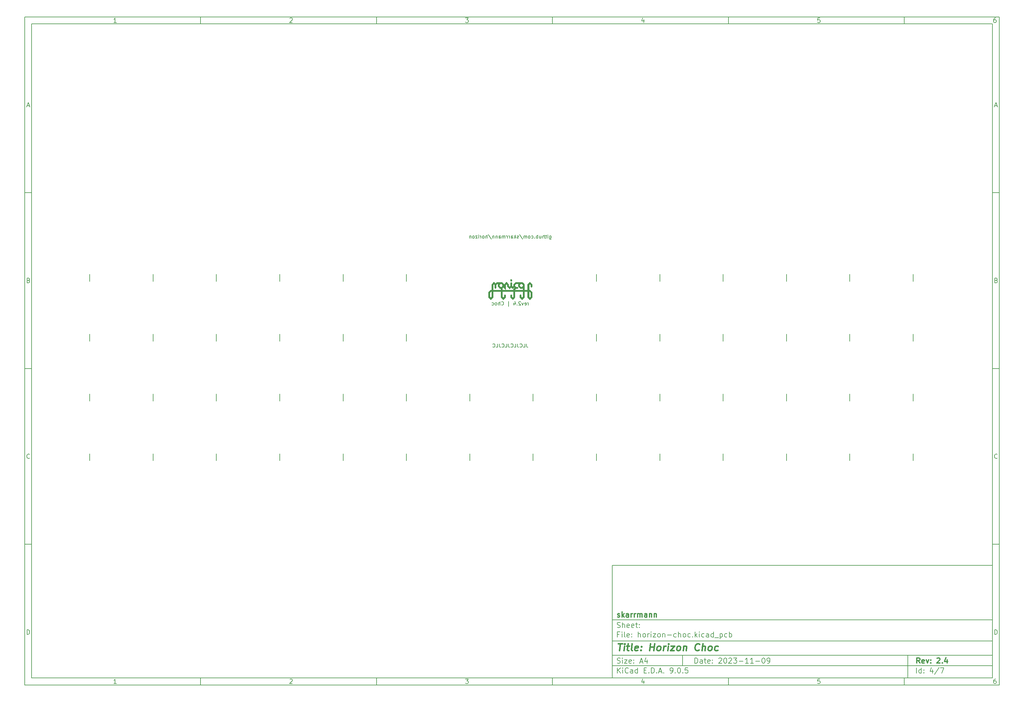
<source format=gbo>
%TF.GenerationSoftware,KiCad,Pcbnew,9.0.5*%
%TF.CreationDate,2026-02-19T02:28:35-07:00*%
%TF.ProjectId,horizon-choc,686f7269-7a6f-46e2-9d63-686f632e6b69,2.4*%
%TF.SameCoordinates,Original*%
%TF.FileFunction,Legend,Bot*%
%TF.FilePolarity,Positive*%
%FSLAX46Y46*%
G04 Gerber Fmt 4.6, Leading zero omitted, Abs format (unit mm)*
G04 Created by KiCad (PCBNEW 9.0.5) date 2026-02-19 02:28:35*
%MOMM*%
%LPD*%
G01*
G04 APERTURE LIST*
%ADD10C,0.100000*%
%ADD11C,0.150000*%
%ADD12C,0.300000*%
%ADD13C,0.400000*%
%ADD14C,0.010000*%
G04 APERTURE END LIST*
D10*
D11*
X177002200Y-166007200D02*
X285002200Y-166007200D01*
X285002200Y-198007200D01*
X177002200Y-198007200D01*
X177002200Y-166007200D01*
D10*
D11*
X10000000Y-10000000D02*
X287002200Y-10000000D01*
X287002200Y-200007200D01*
X10000000Y-200007200D01*
X10000000Y-10000000D01*
D10*
D11*
X12000000Y-12000000D02*
X285002200Y-12000000D01*
X285002200Y-198007200D01*
X12000000Y-198007200D01*
X12000000Y-12000000D01*
D10*
D11*
X60000000Y-12000000D02*
X60000000Y-10000000D01*
D10*
D11*
X110000000Y-12000000D02*
X110000000Y-10000000D01*
D10*
D11*
X160000000Y-12000000D02*
X160000000Y-10000000D01*
D10*
D11*
X210000000Y-12000000D02*
X210000000Y-10000000D01*
D10*
D11*
X260000000Y-12000000D02*
X260000000Y-10000000D01*
D10*
D11*
X36089160Y-11593604D02*
X35346303Y-11593604D01*
X35717731Y-11593604D02*
X35717731Y-10293604D01*
X35717731Y-10293604D02*
X35593922Y-10479319D01*
X35593922Y-10479319D02*
X35470112Y-10603128D01*
X35470112Y-10603128D02*
X35346303Y-10665033D01*
D10*
D11*
X85346303Y-10417414D02*
X85408207Y-10355509D01*
X85408207Y-10355509D02*
X85532017Y-10293604D01*
X85532017Y-10293604D02*
X85841541Y-10293604D01*
X85841541Y-10293604D02*
X85965350Y-10355509D01*
X85965350Y-10355509D02*
X86027255Y-10417414D01*
X86027255Y-10417414D02*
X86089160Y-10541223D01*
X86089160Y-10541223D02*
X86089160Y-10665033D01*
X86089160Y-10665033D02*
X86027255Y-10850747D01*
X86027255Y-10850747D02*
X85284398Y-11593604D01*
X85284398Y-11593604D02*
X86089160Y-11593604D01*
D10*
D11*
X135284398Y-10293604D02*
X136089160Y-10293604D01*
X136089160Y-10293604D02*
X135655826Y-10788842D01*
X135655826Y-10788842D02*
X135841541Y-10788842D01*
X135841541Y-10788842D02*
X135965350Y-10850747D01*
X135965350Y-10850747D02*
X136027255Y-10912652D01*
X136027255Y-10912652D02*
X136089160Y-11036461D01*
X136089160Y-11036461D02*
X136089160Y-11345985D01*
X136089160Y-11345985D02*
X136027255Y-11469795D01*
X136027255Y-11469795D02*
X135965350Y-11531700D01*
X135965350Y-11531700D02*
X135841541Y-11593604D01*
X135841541Y-11593604D02*
X135470112Y-11593604D01*
X135470112Y-11593604D02*
X135346303Y-11531700D01*
X135346303Y-11531700D02*
X135284398Y-11469795D01*
D10*
D11*
X185965350Y-10726938D02*
X185965350Y-11593604D01*
X185655826Y-10231700D02*
X185346303Y-11160271D01*
X185346303Y-11160271D02*
X186151064Y-11160271D01*
D10*
D11*
X236027255Y-10293604D02*
X235408207Y-10293604D01*
X235408207Y-10293604D02*
X235346303Y-10912652D01*
X235346303Y-10912652D02*
X235408207Y-10850747D01*
X235408207Y-10850747D02*
X235532017Y-10788842D01*
X235532017Y-10788842D02*
X235841541Y-10788842D01*
X235841541Y-10788842D02*
X235965350Y-10850747D01*
X235965350Y-10850747D02*
X236027255Y-10912652D01*
X236027255Y-10912652D02*
X236089160Y-11036461D01*
X236089160Y-11036461D02*
X236089160Y-11345985D01*
X236089160Y-11345985D02*
X236027255Y-11469795D01*
X236027255Y-11469795D02*
X235965350Y-11531700D01*
X235965350Y-11531700D02*
X235841541Y-11593604D01*
X235841541Y-11593604D02*
X235532017Y-11593604D01*
X235532017Y-11593604D02*
X235408207Y-11531700D01*
X235408207Y-11531700D02*
X235346303Y-11469795D01*
D10*
D11*
X285965350Y-10293604D02*
X285717731Y-10293604D01*
X285717731Y-10293604D02*
X285593922Y-10355509D01*
X285593922Y-10355509D02*
X285532017Y-10417414D01*
X285532017Y-10417414D02*
X285408207Y-10603128D01*
X285408207Y-10603128D02*
X285346303Y-10850747D01*
X285346303Y-10850747D02*
X285346303Y-11345985D01*
X285346303Y-11345985D02*
X285408207Y-11469795D01*
X285408207Y-11469795D02*
X285470112Y-11531700D01*
X285470112Y-11531700D02*
X285593922Y-11593604D01*
X285593922Y-11593604D02*
X285841541Y-11593604D01*
X285841541Y-11593604D02*
X285965350Y-11531700D01*
X285965350Y-11531700D02*
X286027255Y-11469795D01*
X286027255Y-11469795D02*
X286089160Y-11345985D01*
X286089160Y-11345985D02*
X286089160Y-11036461D01*
X286089160Y-11036461D02*
X286027255Y-10912652D01*
X286027255Y-10912652D02*
X285965350Y-10850747D01*
X285965350Y-10850747D02*
X285841541Y-10788842D01*
X285841541Y-10788842D02*
X285593922Y-10788842D01*
X285593922Y-10788842D02*
X285470112Y-10850747D01*
X285470112Y-10850747D02*
X285408207Y-10912652D01*
X285408207Y-10912652D02*
X285346303Y-11036461D01*
D10*
D11*
X60000000Y-198007200D02*
X60000000Y-200007200D01*
D10*
D11*
X110000000Y-198007200D02*
X110000000Y-200007200D01*
D10*
D11*
X160000000Y-198007200D02*
X160000000Y-200007200D01*
D10*
D11*
X210000000Y-198007200D02*
X210000000Y-200007200D01*
D10*
D11*
X260000000Y-198007200D02*
X260000000Y-200007200D01*
D10*
D11*
X36089160Y-199600804D02*
X35346303Y-199600804D01*
X35717731Y-199600804D02*
X35717731Y-198300804D01*
X35717731Y-198300804D02*
X35593922Y-198486519D01*
X35593922Y-198486519D02*
X35470112Y-198610328D01*
X35470112Y-198610328D02*
X35346303Y-198672233D01*
D10*
D11*
X85346303Y-198424614D02*
X85408207Y-198362709D01*
X85408207Y-198362709D02*
X85532017Y-198300804D01*
X85532017Y-198300804D02*
X85841541Y-198300804D01*
X85841541Y-198300804D02*
X85965350Y-198362709D01*
X85965350Y-198362709D02*
X86027255Y-198424614D01*
X86027255Y-198424614D02*
X86089160Y-198548423D01*
X86089160Y-198548423D02*
X86089160Y-198672233D01*
X86089160Y-198672233D02*
X86027255Y-198857947D01*
X86027255Y-198857947D02*
X85284398Y-199600804D01*
X85284398Y-199600804D02*
X86089160Y-199600804D01*
D10*
D11*
X135284398Y-198300804D02*
X136089160Y-198300804D01*
X136089160Y-198300804D02*
X135655826Y-198796042D01*
X135655826Y-198796042D02*
X135841541Y-198796042D01*
X135841541Y-198796042D02*
X135965350Y-198857947D01*
X135965350Y-198857947D02*
X136027255Y-198919852D01*
X136027255Y-198919852D02*
X136089160Y-199043661D01*
X136089160Y-199043661D02*
X136089160Y-199353185D01*
X136089160Y-199353185D02*
X136027255Y-199476995D01*
X136027255Y-199476995D02*
X135965350Y-199538900D01*
X135965350Y-199538900D02*
X135841541Y-199600804D01*
X135841541Y-199600804D02*
X135470112Y-199600804D01*
X135470112Y-199600804D02*
X135346303Y-199538900D01*
X135346303Y-199538900D02*
X135284398Y-199476995D01*
D10*
D11*
X185965350Y-198734138D02*
X185965350Y-199600804D01*
X185655826Y-198238900D02*
X185346303Y-199167471D01*
X185346303Y-199167471D02*
X186151064Y-199167471D01*
D10*
D11*
X236027255Y-198300804D02*
X235408207Y-198300804D01*
X235408207Y-198300804D02*
X235346303Y-198919852D01*
X235346303Y-198919852D02*
X235408207Y-198857947D01*
X235408207Y-198857947D02*
X235532017Y-198796042D01*
X235532017Y-198796042D02*
X235841541Y-198796042D01*
X235841541Y-198796042D02*
X235965350Y-198857947D01*
X235965350Y-198857947D02*
X236027255Y-198919852D01*
X236027255Y-198919852D02*
X236089160Y-199043661D01*
X236089160Y-199043661D02*
X236089160Y-199353185D01*
X236089160Y-199353185D02*
X236027255Y-199476995D01*
X236027255Y-199476995D02*
X235965350Y-199538900D01*
X235965350Y-199538900D02*
X235841541Y-199600804D01*
X235841541Y-199600804D02*
X235532017Y-199600804D01*
X235532017Y-199600804D02*
X235408207Y-199538900D01*
X235408207Y-199538900D02*
X235346303Y-199476995D01*
D10*
D11*
X285965350Y-198300804D02*
X285717731Y-198300804D01*
X285717731Y-198300804D02*
X285593922Y-198362709D01*
X285593922Y-198362709D02*
X285532017Y-198424614D01*
X285532017Y-198424614D02*
X285408207Y-198610328D01*
X285408207Y-198610328D02*
X285346303Y-198857947D01*
X285346303Y-198857947D02*
X285346303Y-199353185D01*
X285346303Y-199353185D02*
X285408207Y-199476995D01*
X285408207Y-199476995D02*
X285470112Y-199538900D01*
X285470112Y-199538900D02*
X285593922Y-199600804D01*
X285593922Y-199600804D02*
X285841541Y-199600804D01*
X285841541Y-199600804D02*
X285965350Y-199538900D01*
X285965350Y-199538900D02*
X286027255Y-199476995D01*
X286027255Y-199476995D02*
X286089160Y-199353185D01*
X286089160Y-199353185D02*
X286089160Y-199043661D01*
X286089160Y-199043661D02*
X286027255Y-198919852D01*
X286027255Y-198919852D02*
X285965350Y-198857947D01*
X285965350Y-198857947D02*
X285841541Y-198796042D01*
X285841541Y-198796042D02*
X285593922Y-198796042D01*
X285593922Y-198796042D02*
X285470112Y-198857947D01*
X285470112Y-198857947D02*
X285408207Y-198919852D01*
X285408207Y-198919852D02*
X285346303Y-199043661D01*
D10*
D11*
X10000000Y-60000000D02*
X12000000Y-60000000D01*
D10*
D11*
X10000000Y-110000000D02*
X12000000Y-110000000D01*
D10*
D11*
X10000000Y-160000000D02*
X12000000Y-160000000D01*
D10*
D11*
X10690476Y-35222176D02*
X11309523Y-35222176D01*
X10566666Y-35593604D02*
X10999999Y-34293604D01*
X10999999Y-34293604D02*
X11433333Y-35593604D01*
D10*
D11*
X11092857Y-84912652D02*
X11278571Y-84974557D01*
X11278571Y-84974557D02*
X11340476Y-85036461D01*
X11340476Y-85036461D02*
X11402380Y-85160271D01*
X11402380Y-85160271D02*
X11402380Y-85345985D01*
X11402380Y-85345985D02*
X11340476Y-85469795D01*
X11340476Y-85469795D02*
X11278571Y-85531700D01*
X11278571Y-85531700D02*
X11154761Y-85593604D01*
X11154761Y-85593604D02*
X10659523Y-85593604D01*
X10659523Y-85593604D02*
X10659523Y-84293604D01*
X10659523Y-84293604D02*
X11092857Y-84293604D01*
X11092857Y-84293604D02*
X11216666Y-84355509D01*
X11216666Y-84355509D02*
X11278571Y-84417414D01*
X11278571Y-84417414D02*
X11340476Y-84541223D01*
X11340476Y-84541223D02*
X11340476Y-84665033D01*
X11340476Y-84665033D02*
X11278571Y-84788842D01*
X11278571Y-84788842D02*
X11216666Y-84850747D01*
X11216666Y-84850747D02*
X11092857Y-84912652D01*
X11092857Y-84912652D02*
X10659523Y-84912652D01*
D10*
D11*
X11402380Y-135469795D02*
X11340476Y-135531700D01*
X11340476Y-135531700D02*
X11154761Y-135593604D01*
X11154761Y-135593604D02*
X11030952Y-135593604D01*
X11030952Y-135593604D02*
X10845238Y-135531700D01*
X10845238Y-135531700D02*
X10721428Y-135407890D01*
X10721428Y-135407890D02*
X10659523Y-135284080D01*
X10659523Y-135284080D02*
X10597619Y-135036461D01*
X10597619Y-135036461D02*
X10597619Y-134850747D01*
X10597619Y-134850747D02*
X10659523Y-134603128D01*
X10659523Y-134603128D02*
X10721428Y-134479319D01*
X10721428Y-134479319D02*
X10845238Y-134355509D01*
X10845238Y-134355509D02*
X11030952Y-134293604D01*
X11030952Y-134293604D02*
X11154761Y-134293604D01*
X11154761Y-134293604D02*
X11340476Y-134355509D01*
X11340476Y-134355509D02*
X11402380Y-134417414D01*
D10*
D11*
X10659523Y-185593604D02*
X10659523Y-184293604D01*
X10659523Y-184293604D02*
X10969047Y-184293604D01*
X10969047Y-184293604D02*
X11154761Y-184355509D01*
X11154761Y-184355509D02*
X11278571Y-184479319D01*
X11278571Y-184479319D02*
X11340476Y-184603128D01*
X11340476Y-184603128D02*
X11402380Y-184850747D01*
X11402380Y-184850747D02*
X11402380Y-185036461D01*
X11402380Y-185036461D02*
X11340476Y-185284080D01*
X11340476Y-185284080D02*
X11278571Y-185407890D01*
X11278571Y-185407890D02*
X11154761Y-185531700D01*
X11154761Y-185531700D02*
X10969047Y-185593604D01*
X10969047Y-185593604D02*
X10659523Y-185593604D01*
D10*
D11*
X287002200Y-60000000D02*
X285002200Y-60000000D01*
D10*
D11*
X287002200Y-110000000D02*
X285002200Y-110000000D01*
D10*
D11*
X287002200Y-160000000D02*
X285002200Y-160000000D01*
D10*
D11*
X285692676Y-35222176D02*
X286311723Y-35222176D01*
X285568866Y-35593604D02*
X286002199Y-34293604D01*
X286002199Y-34293604D02*
X286435533Y-35593604D01*
D10*
D11*
X286095057Y-84912652D02*
X286280771Y-84974557D01*
X286280771Y-84974557D02*
X286342676Y-85036461D01*
X286342676Y-85036461D02*
X286404580Y-85160271D01*
X286404580Y-85160271D02*
X286404580Y-85345985D01*
X286404580Y-85345985D02*
X286342676Y-85469795D01*
X286342676Y-85469795D02*
X286280771Y-85531700D01*
X286280771Y-85531700D02*
X286156961Y-85593604D01*
X286156961Y-85593604D02*
X285661723Y-85593604D01*
X285661723Y-85593604D02*
X285661723Y-84293604D01*
X285661723Y-84293604D02*
X286095057Y-84293604D01*
X286095057Y-84293604D02*
X286218866Y-84355509D01*
X286218866Y-84355509D02*
X286280771Y-84417414D01*
X286280771Y-84417414D02*
X286342676Y-84541223D01*
X286342676Y-84541223D02*
X286342676Y-84665033D01*
X286342676Y-84665033D02*
X286280771Y-84788842D01*
X286280771Y-84788842D02*
X286218866Y-84850747D01*
X286218866Y-84850747D02*
X286095057Y-84912652D01*
X286095057Y-84912652D02*
X285661723Y-84912652D01*
D10*
D11*
X286404580Y-135469795D02*
X286342676Y-135531700D01*
X286342676Y-135531700D02*
X286156961Y-135593604D01*
X286156961Y-135593604D02*
X286033152Y-135593604D01*
X286033152Y-135593604D02*
X285847438Y-135531700D01*
X285847438Y-135531700D02*
X285723628Y-135407890D01*
X285723628Y-135407890D02*
X285661723Y-135284080D01*
X285661723Y-135284080D02*
X285599819Y-135036461D01*
X285599819Y-135036461D02*
X285599819Y-134850747D01*
X285599819Y-134850747D02*
X285661723Y-134603128D01*
X285661723Y-134603128D02*
X285723628Y-134479319D01*
X285723628Y-134479319D02*
X285847438Y-134355509D01*
X285847438Y-134355509D02*
X286033152Y-134293604D01*
X286033152Y-134293604D02*
X286156961Y-134293604D01*
X286156961Y-134293604D02*
X286342676Y-134355509D01*
X286342676Y-134355509D02*
X286404580Y-134417414D01*
D10*
D11*
X285661723Y-185593604D02*
X285661723Y-184293604D01*
X285661723Y-184293604D02*
X285971247Y-184293604D01*
X285971247Y-184293604D02*
X286156961Y-184355509D01*
X286156961Y-184355509D02*
X286280771Y-184479319D01*
X286280771Y-184479319D02*
X286342676Y-184603128D01*
X286342676Y-184603128D02*
X286404580Y-184850747D01*
X286404580Y-184850747D02*
X286404580Y-185036461D01*
X286404580Y-185036461D02*
X286342676Y-185284080D01*
X286342676Y-185284080D02*
X286280771Y-185407890D01*
X286280771Y-185407890D02*
X286156961Y-185531700D01*
X286156961Y-185531700D02*
X285971247Y-185593604D01*
X285971247Y-185593604D02*
X285661723Y-185593604D01*
D10*
D11*
X200458026Y-193793328D02*
X200458026Y-192293328D01*
X200458026Y-192293328D02*
X200815169Y-192293328D01*
X200815169Y-192293328D02*
X201029455Y-192364757D01*
X201029455Y-192364757D02*
X201172312Y-192507614D01*
X201172312Y-192507614D02*
X201243741Y-192650471D01*
X201243741Y-192650471D02*
X201315169Y-192936185D01*
X201315169Y-192936185D02*
X201315169Y-193150471D01*
X201315169Y-193150471D02*
X201243741Y-193436185D01*
X201243741Y-193436185D02*
X201172312Y-193579042D01*
X201172312Y-193579042D02*
X201029455Y-193721900D01*
X201029455Y-193721900D02*
X200815169Y-193793328D01*
X200815169Y-193793328D02*
X200458026Y-193793328D01*
X202600884Y-193793328D02*
X202600884Y-193007614D01*
X202600884Y-193007614D02*
X202529455Y-192864757D01*
X202529455Y-192864757D02*
X202386598Y-192793328D01*
X202386598Y-192793328D02*
X202100884Y-192793328D01*
X202100884Y-192793328D02*
X201958026Y-192864757D01*
X202600884Y-193721900D02*
X202458026Y-193793328D01*
X202458026Y-193793328D02*
X202100884Y-193793328D01*
X202100884Y-193793328D02*
X201958026Y-193721900D01*
X201958026Y-193721900D02*
X201886598Y-193579042D01*
X201886598Y-193579042D02*
X201886598Y-193436185D01*
X201886598Y-193436185D02*
X201958026Y-193293328D01*
X201958026Y-193293328D02*
X202100884Y-193221900D01*
X202100884Y-193221900D02*
X202458026Y-193221900D01*
X202458026Y-193221900D02*
X202600884Y-193150471D01*
X203100884Y-192793328D02*
X203672312Y-192793328D01*
X203315169Y-192293328D02*
X203315169Y-193579042D01*
X203315169Y-193579042D02*
X203386598Y-193721900D01*
X203386598Y-193721900D02*
X203529455Y-193793328D01*
X203529455Y-193793328D02*
X203672312Y-193793328D01*
X204743741Y-193721900D02*
X204600884Y-193793328D01*
X204600884Y-193793328D02*
X204315170Y-193793328D01*
X204315170Y-193793328D02*
X204172312Y-193721900D01*
X204172312Y-193721900D02*
X204100884Y-193579042D01*
X204100884Y-193579042D02*
X204100884Y-193007614D01*
X204100884Y-193007614D02*
X204172312Y-192864757D01*
X204172312Y-192864757D02*
X204315170Y-192793328D01*
X204315170Y-192793328D02*
X204600884Y-192793328D01*
X204600884Y-192793328D02*
X204743741Y-192864757D01*
X204743741Y-192864757D02*
X204815170Y-193007614D01*
X204815170Y-193007614D02*
X204815170Y-193150471D01*
X204815170Y-193150471D02*
X204100884Y-193293328D01*
X205458026Y-193650471D02*
X205529455Y-193721900D01*
X205529455Y-193721900D02*
X205458026Y-193793328D01*
X205458026Y-193793328D02*
X205386598Y-193721900D01*
X205386598Y-193721900D02*
X205458026Y-193650471D01*
X205458026Y-193650471D02*
X205458026Y-193793328D01*
X205458026Y-192864757D02*
X205529455Y-192936185D01*
X205529455Y-192936185D02*
X205458026Y-193007614D01*
X205458026Y-193007614D02*
X205386598Y-192936185D01*
X205386598Y-192936185D02*
X205458026Y-192864757D01*
X205458026Y-192864757D02*
X205458026Y-193007614D01*
X207243741Y-192436185D02*
X207315169Y-192364757D01*
X207315169Y-192364757D02*
X207458027Y-192293328D01*
X207458027Y-192293328D02*
X207815169Y-192293328D01*
X207815169Y-192293328D02*
X207958027Y-192364757D01*
X207958027Y-192364757D02*
X208029455Y-192436185D01*
X208029455Y-192436185D02*
X208100884Y-192579042D01*
X208100884Y-192579042D02*
X208100884Y-192721900D01*
X208100884Y-192721900D02*
X208029455Y-192936185D01*
X208029455Y-192936185D02*
X207172312Y-193793328D01*
X207172312Y-193793328D02*
X208100884Y-193793328D01*
X209029455Y-192293328D02*
X209172312Y-192293328D01*
X209172312Y-192293328D02*
X209315169Y-192364757D01*
X209315169Y-192364757D02*
X209386598Y-192436185D01*
X209386598Y-192436185D02*
X209458026Y-192579042D01*
X209458026Y-192579042D02*
X209529455Y-192864757D01*
X209529455Y-192864757D02*
X209529455Y-193221900D01*
X209529455Y-193221900D02*
X209458026Y-193507614D01*
X209458026Y-193507614D02*
X209386598Y-193650471D01*
X209386598Y-193650471D02*
X209315169Y-193721900D01*
X209315169Y-193721900D02*
X209172312Y-193793328D01*
X209172312Y-193793328D02*
X209029455Y-193793328D01*
X209029455Y-193793328D02*
X208886598Y-193721900D01*
X208886598Y-193721900D02*
X208815169Y-193650471D01*
X208815169Y-193650471D02*
X208743740Y-193507614D01*
X208743740Y-193507614D02*
X208672312Y-193221900D01*
X208672312Y-193221900D02*
X208672312Y-192864757D01*
X208672312Y-192864757D02*
X208743740Y-192579042D01*
X208743740Y-192579042D02*
X208815169Y-192436185D01*
X208815169Y-192436185D02*
X208886598Y-192364757D01*
X208886598Y-192364757D02*
X209029455Y-192293328D01*
X210100883Y-192436185D02*
X210172311Y-192364757D01*
X210172311Y-192364757D02*
X210315169Y-192293328D01*
X210315169Y-192293328D02*
X210672311Y-192293328D01*
X210672311Y-192293328D02*
X210815169Y-192364757D01*
X210815169Y-192364757D02*
X210886597Y-192436185D01*
X210886597Y-192436185D02*
X210958026Y-192579042D01*
X210958026Y-192579042D02*
X210958026Y-192721900D01*
X210958026Y-192721900D02*
X210886597Y-192936185D01*
X210886597Y-192936185D02*
X210029454Y-193793328D01*
X210029454Y-193793328D02*
X210958026Y-193793328D01*
X211458025Y-192293328D02*
X212386597Y-192293328D01*
X212386597Y-192293328D02*
X211886597Y-192864757D01*
X211886597Y-192864757D02*
X212100882Y-192864757D01*
X212100882Y-192864757D02*
X212243740Y-192936185D01*
X212243740Y-192936185D02*
X212315168Y-193007614D01*
X212315168Y-193007614D02*
X212386597Y-193150471D01*
X212386597Y-193150471D02*
X212386597Y-193507614D01*
X212386597Y-193507614D02*
X212315168Y-193650471D01*
X212315168Y-193650471D02*
X212243740Y-193721900D01*
X212243740Y-193721900D02*
X212100882Y-193793328D01*
X212100882Y-193793328D02*
X211672311Y-193793328D01*
X211672311Y-193793328D02*
X211529454Y-193721900D01*
X211529454Y-193721900D02*
X211458025Y-193650471D01*
X213029453Y-193221900D02*
X214172311Y-193221900D01*
X215672311Y-193793328D02*
X214815168Y-193793328D01*
X215243739Y-193793328D02*
X215243739Y-192293328D01*
X215243739Y-192293328D02*
X215100882Y-192507614D01*
X215100882Y-192507614D02*
X214958025Y-192650471D01*
X214958025Y-192650471D02*
X214815168Y-192721900D01*
X217100882Y-193793328D02*
X216243739Y-193793328D01*
X216672310Y-193793328D02*
X216672310Y-192293328D01*
X216672310Y-192293328D02*
X216529453Y-192507614D01*
X216529453Y-192507614D02*
X216386596Y-192650471D01*
X216386596Y-192650471D02*
X216243739Y-192721900D01*
X217743738Y-193221900D02*
X218886596Y-193221900D01*
X219886596Y-192293328D02*
X220029453Y-192293328D01*
X220029453Y-192293328D02*
X220172310Y-192364757D01*
X220172310Y-192364757D02*
X220243739Y-192436185D01*
X220243739Y-192436185D02*
X220315167Y-192579042D01*
X220315167Y-192579042D02*
X220386596Y-192864757D01*
X220386596Y-192864757D02*
X220386596Y-193221900D01*
X220386596Y-193221900D02*
X220315167Y-193507614D01*
X220315167Y-193507614D02*
X220243739Y-193650471D01*
X220243739Y-193650471D02*
X220172310Y-193721900D01*
X220172310Y-193721900D02*
X220029453Y-193793328D01*
X220029453Y-193793328D02*
X219886596Y-193793328D01*
X219886596Y-193793328D02*
X219743739Y-193721900D01*
X219743739Y-193721900D02*
X219672310Y-193650471D01*
X219672310Y-193650471D02*
X219600881Y-193507614D01*
X219600881Y-193507614D02*
X219529453Y-193221900D01*
X219529453Y-193221900D02*
X219529453Y-192864757D01*
X219529453Y-192864757D02*
X219600881Y-192579042D01*
X219600881Y-192579042D02*
X219672310Y-192436185D01*
X219672310Y-192436185D02*
X219743739Y-192364757D01*
X219743739Y-192364757D02*
X219886596Y-192293328D01*
X221100881Y-193793328D02*
X221386595Y-193793328D01*
X221386595Y-193793328D02*
X221529452Y-193721900D01*
X221529452Y-193721900D02*
X221600881Y-193650471D01*
X221600881Y-193650471D02*
X221743738Y-193436185D01*
X221743738Y-193436185D02*
X221815167Y-193150471D01*
X221815167Y-193150471D02*
X221815167Y-192579042D01*
X221815167Y-192579042D02*
X221743738Y-192436185D01*
X221743738Y-192436185D02*
X221672310Y-192364757D01*
X221672310Y-192364757D02*
X221529452Y-192293328D01*
X221529452Y-192293328D02*
X221243738Y-192293328D01*
X221243738Y-192293328D02*
X221100881Y-192364757D01*
X221100881Y-192364757D02*
X221029452Y-192436185D01*
X221029452Y-192436185D02*
X220958024Y-192579042D01*
X220958024Y-192579042D02*
X220958024Y-192936185D01*
X220958024Y-192936185D02*
X221029452Y-193079042D01*
X221029452Y-193079042D02*
X221100881Y-193150471D01*
X221100881Y-193150471D02*
X221243738Y-193221900D01*
X221243738Y-193221900D02*
X221529452Y-193221900D01*
X221529452Y-193221900D02*
X221672310Y-193150471D01*
X221672310Y-193150471D02*
X221743738Y-193079042D01*
X221743738Y-193079042D02*
X221815167Y-192936185D01*
D10*
D11*
X177002200Y-194507200D02*
X285002200Y-194507200D01*
D10*
D11*
X178458026Y-196593328D02*
X178458026Y-195093328D01*
X179315169Y-196593328D02*
X178672312Y-195736185D01*
X179315169Y-195093328D02*
X178458026Y-195950471D01*
X179958026Y-196593328D02*
X179958026Y-195593328D01*
X179958026Y-195093328D02*
X179886598Y-195164757D01*
X179886598Y-195164757D02*
X179958026Y-195236185D01*
X179958026Y-195236185D02*
X180029455Y-195164757D01*
X180029455Y-195164757D02*
X179958026Y-195093328D01*
X179958026Y-195093328D02*
X179958026Y-195236185D01*
X181529455Y-196450471D02*
X181458027Y-196521900D01*
X181458027Y-196521900D02*
X181243741Y-196593328D01*
X181243741Y-196593328D02*
X181100884Y-196593328D01*
X181100884Y-196593328D02*
X180886598Y-196521900D01*
X180886598Y-196521900D02*
X180743741Y-196379042D01*
X180743741Y-196379042D02*
X180672312Y-196236185D01*
X180672312Y-196236185D02*
X180600884Y-195950471D01*
X180600884Y-195950471D02*
X180600884Y-195736185D01*
X180600884Y-195736185D02*
X180672312Y-195450471D01*
X180672312Y-195450471D02*
X180743741Y-195307614D01*
X180743741Y-195307614D02*
X180886598Y-195164757D01*
X180886598Y-195164757D02*
X181100884Y-195093328D01*
X181100884Y-195093328D02*
X181243741Y-195093328D01*
X181243741Y-195093328D02*
X181458027Y-195164757D01*
X181458027Y-195164757D02*
X181529455Y-195236185D01*
X182815170Y-196593328D02*
X182815170Y-195807614D01*
X182815170Y-195807614D02*
X182743741Y-195664757D01*
X182743741Y-195664757D02*
X182600884Y-195593328D01*
X182600884Y-195593328D02*
X182315170Y-195593328D01*
X182315170Y-195593328D02*
X182172312Y-195664757D01*
X182815170Y-196521900D02*
X182672312Y-196593328D01*
X182672312Y-196593328D02*
X182315170Y-196593328D01*
X182315170Y-196593328D02*
X182172312Y-196521900D01*
X182172312Y-196521900D02*
X182100884Y-196379042D01*
X182100884Y-196379042D02*
X182100884Y-196236185D01*
X182100884Y-196236185D02*
X182172312Y-196093328D01*
X182172312Y-196093328D02*
X182315170Y-196021900D01*
X182315170Y-196021900D02*
X182672312Y-196021900D01*
X182672312Y-196021900D02*
X182815170Y-195950471D01*
X184172313Y-196593328D02*
X184172313Y-195093328D01*
X184172313Y-196521900D02*
X184029455Y-196593328D01*
X184029455Y-196593328D02*
X183743741Y-196593328D01*
X183743741Y-196593328D02*
X183600884Y-196521900D01*
X183600884Y-196521900D02*
X183529455Y-196450471D01*
X183529455Y-196450471D02*
X183458027Y-196307614D01*
X183458027Y-196307614D02*
X183458027Y-195879042D01*
X183458027Y-195879042D02*
X183529455Y-195736185D01*
X183529455Y-195736185D02*
X183600884Y-195664757D01*
X183600884Y-195664757D02*
X183743741Y-195593328D01*
X183743741Y-195593328D02*
X184029455Y-195593328D01*
X184029455Y-195593328D02*
X184172313Y-195664757D01*
X186029455Y-195807614D02*
X186529455Y-195807614D01*
X186743741Y-196593328D02*
X186029455Y-196593328D01*
X186029455Y-196593328D02*
X186029455Y-195093328D01*
X186029455Y-195093328D02*
X186743741Y-195093328D01*
X187386598Y-196450471D02*
X187458027Y-196521900D01*
X187458027Y-196521900D02*
X187386598Y-196593328D01*
X187386598Y-196593328D02*
X187315170Y-196521900D01*
X187315170Y-196521900D02*
X187386598Y-196450471D01*
X187386598Y-196450471D02*
X187386598Y-196593328D01*
X188100884Y-196593328D02*
X188100884Y-195093328D01*
X188100884Y-195093328D02*
X188458027Y-195093328D01*
X188458027Y-195093328D02*
X188672313Y-195164757D01*
X188672313Y-195164757D02*
X188815170Y-195307614D01*
X188815170Y-195307614D02*
X188886599Y-195450471D01*
X188886599Y-195450471D02*
X188958027Y-195736185D01*
X188958027Y-195736185D02*
X188958027Y-195950471D01*
X188958027Y-195950471D02*
X188886599Y-196236185D01*
X188886599Y-196236185D02*
X188815170Y-196379042D01*
X188815170Y-196379042D02*
X188672313Y-196521900D01*
X188672313Y-196521900D02*
X188458027Y-196593328D01*
X188458027Y-196593328D02*
X188100884Y-196593328D01*
X189600884Y-196450471D02*
X189672313Y-196521900D01*
X189672313Y-196521900D02*
X189600884Y-196593328D01*
X189600884Y-196593328D02*
X189529456Y-196521900D01*
X189529456Y-196521900D02*
X189600884Y-196450471D01*
X189600884Y-196450471D02*
X189600884Y-196593328D01*
X190243742Y-196164757D02*
X190958028Y-196164757D01*
X190100885Y-196593328D02*
X190600885Y-195093328D01*
X190600885Y-195093328D02*
X191100885Y-196593328D01*
X191600884Y-196450471D02*
X191672313Y-196521900D01*
X191672313Y-196521900D02*
X191600884Y-196593328D01*
X191600884Y-196593328D02*
X191529456Y-196521900D01*
X191529456Y-196521900D02*
X191600884Y-196450471D01*
X191600884Y-196450471D02*
X191600884Y-196593328D01*
X193529456Y-196593328D02*
X193815170Y-196593328D01*
X193815170Y-196593328D02*
X193958027Y-196521900D01*
X193958027Y-196521900D02*
X194029456Y-196450471D01*
X194029456Y-196450471D02*
X194172313Y-196236185D01*
X194172313Y-196236185D02*
X194243742Y-195950471D01*
X194243742Y-195950471D02*
X194243742Y-195379042D01*
X194243742Y-195379042D02*
X194172313Y-195236185D01*
X194172313Y-195236185D02*
X194100885Y-195164757D01*
X194100885Y-195164757D02*
X193958027Y-195093328D01*
X193958027Y-195093328D02*
X193672313Y-195093328D01*
X193672313Y-195093328D02*
X193529456Y-195164757D01*
X193529456Y-195164757D02*
X193458027Y-195236185D01*
X193458027Y-195236185D02*
X193386599Y-195379042D01*
X193386599Y-195379042D02*
X193386599Y-195736185D01*
X193386599Y-195736185D02*
X193458027Y-195879042D01*
X193458027Y-195879042D02*
X193529456Y-195950471D01*
X193529456Y-195950471D02*
X193672313Y-196021900D01*
X193672313Y-196021900D02*
X193958027Y-196021900D01*
X193958027Y-196021900D02*
X194100885Y-195950471D01*
X194100885Y-195950471D02*
X194172313Y-195879042D01*
X194172313Y-195879042D02*
X194243742Y-195736185D01*
X194886598Y-196450471D02*
X194958027Y-196521900D01*
X194958027Y-196521900D02*
X194886598Y-196593328D01*
X194886598Y-196593328D02*
X194815170Y-196521900D01*
X194815170Y-196521900D02*
X194886598Y-196450471D01*
X194886598Y-196450471D02*
X194886598Y-196593328D01*
X195886599Y-195093328D02*
X196029456Y-195093328D01*
X196029456Y-195093328D02*
X196172313Y-195164757D01*
X196172313Y-195164757D02*
X196243742Y-195236185D01*
X196243742Y-195236185D02*
X196315170Y-195379042D01*
X196315170Y-195379042D02*
X196386599Y-195664757D01*
X196386599Y-195664757D02*
X196386599Y-196021900D01*
X196386599Y-196021900D02*
X196315170Y-196307614D01*
X196315170Y-196307614D02*
X196243742Y-196450471D01*
X196243742Y-196450471D02*
X196172313Y-196521900D01*
X196172313Y-196521900D02*
X196029456Y-196593328D01*
X196029456Y-196593328D02*
X195886599Y-196593328D01*
X195886599Y-196593328D02*
X195743742Y-196521900D01*
X195743742Y-196521900D02*
X195672313Y-196450471D01*
X195672313Y-196450471D02*
X195600884Y-196307614D01*
X195600884Y-196307614D02*
X195529456Y-196021900D01*
X195529456Y-196021900D02*
X195529456Y-195664757D01*
X195529456Y-195664757D02*
X195600884Y-195379042D01*
X195600884Y-195379042D02*
X195672313Y-195236185D01*
X195672313Y-195236185D02*
X195743742Y-195164757D01*
X195743742Y-195164757D02*
X195886599Y-195093328D01*
X197029455Y-196450471D02*
X197100884Y-196521900D01*
X197100884Y-196521900D02*
X197029455Y-196593328D01*
X197029455Y-196593328D02*
X196958027Y-196521900D01*
X196958027Y-196521900D02*
X197029455Y-196450471D01*
X197029455Y-196450471D02*
X197029455Y-196593328D01*
X198458027Y-195093328D02*
X197743741Y-195093328D01*
X197743741Y-195093328D02*
X197672313Y-195807614D01*
X197672313Y-195807614D02*
X197743741Y-195736185D01*
X197743741Y-195736185D02*
X197886599Y-195664757D01*
X197886599Y-195664757D02*
X198243741Y-195664757D01*
X198243741Y-195664757D02*
X198386599Y-195736185D01*
X198386599Y-195736185D02*
X198458027Y-195807614D01*
X198458027Y-195807614D02*
X198529456Y-195950471D01*
X198529456Y-195950471D02*
X198529456Y-196307614D01*
X198529456Y-196307614D02*
X198458027Y-196450471D01*
X198458027Y-196450471D02*
X198386599Y-196521900D01*
X198386599Y-196521900D02*
X198243741Y-196593328D01*
X198243741Y-196593328D02*
X197886599Y-196593328D01*
X197886599Y-196593328D02*
X197743741Y-196521900D01*
X197743741Y-196521900D02*
X197672313Y-196450471D01*
D10*
D11*
X177002200Y-191507200D02*
X285002200Y-191507200D01*
D10*
D12*
X264413853Y-193785528D02*
X263913853Y-193071242D01*
X263556710Y-193785528D02*
X263556710Y-192285528D01*
X263556710Y-192285528D02*
X264128139Y-192285528D01*
X264128139Y-192285528D02*
X264270996Y-192356957D01*
X264270996Y-192356957D02*
X264342425Y-192428385D01*
X264342425Y-192428385D02*
X264413853Y-192571242D01*
X264413853Y-192571242D02*
X264413853Y-192785528D01*
X264413853Y-192785528D02*
X264342425Y-192928385D01*
X264342425Y-192928385D02*
X264270996Y-192999814D01*
X264270996Y-192999814D02*
X264128139Y-193071242D01*
X264128139Y-193071242D02*
X263556710Y-193071242D01*
X265628139Y-193714100D02*
X265485282Y-193785528D01*
X265485282Y-193785528D02*
X265199568Y-193785528D01*
X265199568Y-193785528D02*
X265056710Y-193714100D01*
X265056710Y-193714100D02*
X264985282Y-193571242D01*
X264985282Y-193571242D02*
X264985282Y-192999814D01*
X264985282Y-192999814D02*
X265056710Y-192856957D01*
X265056710Y-192856957D02*
X265199568Y-192785528D01*
X265199568Y-192785528D02*
X265485282Y-192785528D01*
X265485282Y-192785528D02*
X265628139Y-192856957D01*
X265628139Y-192856957D02*
X265699568Y-192999814D01*
X265699568Y-192999814D02*
X265699568Y-193142671D01*
X265699568Y-193142671D02*
X264985282Y-193285528D01*
X266199567Y-192785528D02*
X266556710Y-193785528D01*
X266556710Y-193785528D02*
X266913853Y-192785528D01*
X267485281Y-193642671D02*
X267556710Y-193714100D01*
X267556710Y-193714100D02*
X267485281Y-193785528D01*
X267485281Y-193785528D02*
X267413853Y-193714100D01*
X267413853Y-193714100D02*
X267485281Y-193642671D01*
X267485281Y-193642671D02*
X267485281Y-193785528D01*
X267485281Y-192856957D02*
X267556710Y-192928385D01*
X267556710Y-192928385D02*
X267485281Y-192999814D01*
X267485281Y-192999814D02*
X267413853Y-192928385D01*
X267413853Y-192928385D02*
X267485281Y-192856957D01*
X267485281Y-192856957D02*
X267485281Y-192999814D01*
X269270996Y-192428385D02*
X269342424Y-192356957D01*
X269342424Y-192356957D02*
X269485282Y-192285528D01*
X269485282Y-192285528D02*
X269842424Y-192285528D01*
X269842424Y-192285528D02*
X269985282Y-192356957D01*
X269985282Y-192356957D02*
X270056710Y-192428385D01*
X270056710Y-192428385D02*
X270128139Y-192571242D01*
X270128139Y-192571242D02*
X270128139Y-192714100D01*
X270128139Y-192714100D02*
X270056710Y-192928385D01*
X270056710Y-192928385D02*
X269199567Y-193785528D01*
X269199567Y-193785528D02*
X270128139Y-193785528D01*
X270770995Y-193642671D02*
X270842424Y-193714100D01*
X270842424Y-193714100D02*
X270770995Y-193785528D01*
X270770995Y-193785528D02*
X270699567Y-193714100D01*
X270699567Y-193714100D02*
X270770995Y-193642671D01*
X270770995Y-193642671D02*
X270770995Y-193785528D01*
X272128139Y-192785528D02*
X272128139Y-193785528D01*
X271770996Y-192214100D02*
X271413853Y-193285528D01*
X271413853Y-193285528D02*
X272342424Y-193285528D01*
D10*
D11*
X178386598Y-193721900D02*
X178600884Y-193793328D01*
X178600884Y-193793328D02*
X178958026Y-193793328D01*
X178958026Y-193793328D02*
X179100884Y-193721900D01*
X179100884Y-193721900D02*
X179172312Y-193650471D01*
X179172312Y-193650471D02*
X179243741Y-193507614D01*
X179243741Y-193507614D02*
X179243741Y-193364757D01*
X179243741Y-193364757D02*
X179172312Y-193221900D01*
X179172312Y-193221900D02*
X179100884Y-193150471D01*
X179100884Y-193150471D02*
X178958026Y-193079042D01*
X178958026Y-193079042D02*
X178672312Y-193007614D01*
X178672312Y-193007614D02*
X178529455Y-192936185D01*
X178529455Y-192936185D02*
X178458026Y-192864757D01*
X178458026Y-192864757D02*
X178386598Y-192721900D01*
X178386598Y-192721900D02*
X178386598Y-192579042D01*
X178386598Y-192579042D02*
X178458026Y-192436185D01*
X178458026Y-192436185D02*
X178529455Y-192364757D01*
X178529455Y-192364757D02*
X178672312Y-192293328D01*
X178672312Y-192293328D02*
X179029455Y-192293328D01*
X179029455Y-192293328D02*
X179243741Y-192364757D01*
X179886597Y-193793328D02*
X179886597Y-192793328D01*
X179886597Y-192293328D02*
X179815169Y-192364757D01*
X179815169Y-192364757D02*
X179886597Y-192436185D01*
X179886597Y-192436185D02*
X179958026Y-192364757D01*
X179958026Y-192364757D02*
X179886597Y-192293328D01*
X179886597Y-192293328D02*
X179886597Y-192436185D01*
X180458026Y-192793328D02*
X181243741Y-192793328D01*
X181243741Y-192793328D02*
X180458026Y-193793328D01*
X180458026Y-193793328D02*
X181243741Y-193793328D01*
X182386598Y-193721900D02*
X182243741Y-193793328D01*
X182243741Y-193793328D02*
X181958027Y-193793328D01*
X181958027Y-193793328D02*
X181815169Y-193721900D01*
X181815169Y-193721900D02*
X181743741Y-193579042D01*
X181743741Y-193579042D02*
X181743741Y-193007614D01*
X181743741Y-193007614D02*
X181815169Y-192864757D01*
X181815169Y-192864757D02*
X181958027Y-192793328D01*
X181958027Y-192793328D02*
X182243741Y-192793328D01*
X182243741Y-192793328D02*
X182386598Y-192864757D01*
X182386598Y-192864757D02*
X182458027Y-193007614D01*
X182458027Y-193007614D02*
X182458027Y-193150471D01*
X182458027Y-193150471D02*
X181743741Y-193293328D01*
X183100883Y-193650471D02*
X183172312Y-193721900D01*
X183172312Y-193721900D02*
X183100883Y-193793328D01*
X183100883Y-193793328D02*
X183029455Y-193721900D01*
X183029455Y-193721900D02*
X183100883Y-193650471D01*
X183100883Y-193650471D02*
X183100883Y-193793328D01*
X183100883Y-192864757D02*
X183172312Y-192936185D01*
X183172312Y-192936185D02*
X183100883Y-193007614D01*
X183100883Y-193007614D02*
X183029455Y-192936185D01*
X183029455Y-192936185D02*
X183100883Y-192864757D01*
X183100883Y-192864757D02*
X183100883Y-193007614D01*
X184886598Y-193364757D02*
X185600884Y-193364757D01*
X184743741Y-193793328D02*
X185243741Y-192293328D01*
X185243741Y-192293328D02*
X185743741Y-193793328D01*
X186886598Y-192793328D02*
X186886598Y-193793328D01*
X186529455Y-192221900D02*
X186172312Y-193293328D01*
X186172312Y-193293328D02*
X187100883Y-193293328D01*
D10*
D11*
X263458026Y-196593328D02*
X263458026Y-195093328D01*
X264815170Y-196593328D02*
X264815170Y-195093328D01*
X264815170Y-196521900D02*
X264672312Y-196593328D01*
X264672312Y-196593328D02*
X264386598Y-196593328D01*
X264386598Y-196593328D02*
X264243741Y-196521900D01*
X264243741Y-196521900D02*
X264172312Y-196450471D01*
X264172312Y-196450471D02*
X264100884Y-196307614D01*
X264100884Y-196307614D02*
X264100884Y-195879042D01*
X264100884Y-195879042D02*
X264172312Y-195736185D01*
X264172312Y-195736185D02*
X264243741Y-195664757D01*
X264243741Y-195664757D02*
X264386598Y-195593328D01*
X264386598Y-195593328D02*
X264672312Y-195593328D01*
X264672312Y-195593328D02*
X264815170Y-195664757D01*
X265529455Y-196450471D02*
X265600884Y-196521900D01*
X265600884Y-196521900D02*
X265529455Y-196593328D01*
X265529455Y-196593328D02*
X265458027Y-196521900D01*
X265458027Y-196521900D02*
X265529455Y-196450471D01*
X265529455Y-196450471D02*
X265529455Y-196593328D01*
X265529455Y-195664757D02*
X265600884Y-195736185D01*
X265600884Y-195736185D02*
X265529455Y-195807614D01*
X265529455Y-195807614D02*
X265458027Y-195736185D01*
X265458027Y-195736185D02*
X265529455Y-195664757D01*
X265529455Y-195664757D02*
X265529455Y-195807614D01*
X268029456Y-195593328D02*
X268029456Y-196593328D01*
X267672313Y-195021900D02*
X267315170Y-196093328D01*
X267315170Y-196093328D02*
X268243741Y-196093328D01*
X269886598Y-195021900D02*
X268600884Y-196950471D01*
X270243741Y-195093328D02*
X271243741Y-195093328D01*
X271243741Y-195093328D02*
X270600884Y-196593328D01*
D10*
D11*
X177002200Y-187507200D02*
X285002200Y-187507200D01*
D10*
D13*
X178693928Y-188211638D02*
X179836785Y-188211638D01*
X179015357Y-190211638D02*
X179265357Y-188211638D01*
X180253452Y-190211638D02*
X180420119Y-188878304D01*
X180503452Y-188211638D02*
X180396309Y-188306876D01*
X180396309Y-188306876D02*
X180479643Y-188402114D01*
X180479643Y-188402114D02*
X180586786Y-188306876D01*
X180586786Y-188306876D02*
X180503452Y-188211638D01*
X180503452Y-188211638D02*
X180479643Y-188402114D01*
X181086786Y-188878304D02*
X181848690Y-188878304D01*
X181455833Y-188211638D02*
X181241548Y-189925923D01*
X181241548Y-189925923D02*
X181312976Y-190116400D01*
X181312976Y-190116400D02*
X181491548Y-190211638D01*
X181491548Y-190211638D02*
X181682024Y-190211638D01*
X182634405Y-190211638D02*
X182455833Y-190116400D01*
X182455833Y-190116400D02*
X182384405Y-189925923D01*
X182384405Y-189925923D02*
X182598690Y-188211638D01*
X184170119Y-190116400D02*
X183967738Y-190211638D01*
X183967738Y-190211638D02*
X183586785Y-190211638D01*
X183586785Y-190211638D02*
X183408214Y-190116400D01*
X183408214Y-190116400D02*
X183336785Y-189925923D01*
X183336785Y-189925923D02*
X183432024Y-189164019D01*
X183432024Y-189164019D02*
X183551071Y-188973542D01*
X183551071Y-188973542D02*
X183753452Y-188878304D01*
X183753452Y-188878304D02*
X184134404Y-188878304D01*
X184134404Y-188878304D02*
X184312976Y-188973542D01*
X184312976Y-188973542D02*
X184384404Y-189164019D01*
X184384404Y-189164019D02*
X184360595Y-189354495D01*
X184360595Y-189354495D02*
X183384404Y-189544971D01*
X185134405Y-190021161D02*
X185217738Y-190116400D01*
X185217738Y-190116400D02*
X185110595Y-190211638D01*
X185110595Y-190211638D02*
X185027262Y-190116400D01*
X185027262Y-190116400D02*
X185134405Y-190021161D01*
X185134405Y-190021161D02*
X185110595Y-190211638D01*
X185265357Y-188973542D02*
X185348690Y-189068780D01*
X185348690Y-189068780D02*
X185241548Y-189164019D01*
X185241548Y-189164019D02*
X185158214Y-189068780D01*
X185158214Y-189068780D02*
X185265357Y-188973542D01*
X185265357Y-188973542D02*
X185241548Y-189164019D01*
X187586786Y-190211638D02*
X187836786Y-188211638D01*
X187717739Y-189164019D02*
X188860596Y-189164019D01*
X188729643Y-190211638D02*
X188979643Y-188211638D01*
X189967739Y-190211638D02*
X189789167Y-190116400D01*
X189789167Y-190116400D02*
X189705834Y-190021161D01*
X189705834Y-190021161D02*
X189634405Y-189830685D01*
X189634405Y-189830685D02*
X189705834Y-189259257D01*
X189705834Y-189259257D02*
X189824881Y-189068780D01*
X189824881Y-189068780D02*
X189932024Y-188973542D01*
X189932024Y-188973542D02*
X190134405Y-188878304D01*
X190134405Y-188878304D02*
X190420119Y-188878304D01*
X190420119Y-188878304D02*
X190598691Y-188973542D01*
X190598691Y-188973542D02*
X190682024Y-189068780D01*
X190682024Y-189068780D02*
X190753453Y-189259257D01*
X190753453Y-189259257D02*
X190682024Y-189830685D01*
X190682024Y-189830685D02*
X190562977Y-190021161D01*
X190562977Y-190021161D02*
X190455834Y-190116400D01*
X190455834Y-190116400D02*
X190253453Y-190211638D01*
X190253453Y-190211638D02*
X189967739Y-190211638D01*
X191491548Y-190211638D02*
X191658215Y-188878304D01*
X191610596Y-189259257D02*
X191729643Y-189068780D01*
X191729643Y-189068780D02*
X191836786Y-188973542D01*
X191836786Y-188973542D02*
X192039167Y-188878304D01*
X192039167Y-188878304D02*
X192229643Y-188878304D01*
X192729643Y-190211638D02*
X192896310Y-188878304D01*
X192979643Y-188211638D02*
X192872500Y-188306876D01*
X192872500Y-188306876D02*
X192955834Y-188402114D01*
X192955834Y-188402114D02*
X193062977Y-188306876D01*
X193062977Y-188306876D02*
X192979643Y-188211638D01*
X192979643Y-188211638D02*
X192955834Y-188402114D01*
X193658215Y-188878304D02*
X194705834Y-188878304D01*
X194705834Y-188878304D02*
X193491548Y-190211638D01*
X193491548Y-190211638D02*
X194539167Y-190211638D01*
X195586787Y-190211638D02*
X195408215Y-190116400D01*
X195408215Y-190116400D02*
X195324882Y-190021161D01*
X195324882Y-190021161D02*
X195253453Y-189830685D01*
X195253453Y-189830685D02*
X195324882Y-189259257D01*
X195324882Y-189259257D02*
X195443929Y-189068780D01*
X195443929Y-189068780D02*
X195551072Y-188973542D01*
X195551072Y-188973542D02*
X195753453Y-188878304D01*
X195753453Y-188878304D02*
X196039167Y-188878304D01*
X196039167Y-188878304D02*
X196217739Y-188973542D01*
X196217739Y-188973542D02*
X196301072Y-189068780D01*
X196301072Y-189068780D02*
X196372501Y-189259257D01*
X196372501Y-189259257D02*
X196301072Y-189830685D01*
X196301072Y-189830685D02*
X196182025Y-190021161D01*
X196182025Y-190021161D02*
X196074882Y-190116400D01*
X196074882Y-190116400D02*
X195872501Y-190211638D01*
X195872501Y-190211638D02*
X195586787Y-190211638D01*
X197277263Y-188878304D02*
X197110596Y-190211638D01*
X197253453Y-189068780D02*
X197360596Y-188973542D01*
X197360596Y-188973542D02*
X197562977Y-188878304D01*
X197562977Y-188878304D02*
X197848691Y-188878304D01*
X197848691Y-188878304D02*
X198027263Y-188973542D01*
X198027263Y-188973542D02*
X198098691Y-189164019D01*
X198098691Y-189164019D02*
X197967739Y-190211638D01*
X201610597Y-190021161D02*
X201503454Y-190116400D01*
X201503454Y-190116400D02*
X201205835Y-190211638D01*
X201205835Y-190211638D02*
X201015359Y-190211638D01*
X201015359Y-190211638D02*
X200741549Y-190116400D01*
X200741549Y-190116400D02*
X200574883Y-189925923D01*
X200574883Y-189925923D02*
X200503454Y-189735447D01*
X200503454Y-189735447D02*
X200455835Y-189354495D01*
X200455835Y-189354495D02*
X200491549Y-189068780D01*
X200491549Y-189068780D02*
X200634406Y-188687828D01*
X200634406Y-188687828D02*
X200753454Y-188497352D01*
X200753454Y-188497352D02*
X200967740Y-188306876D01*
X200967740Y-188306876D02*
X201265359Y-188211638D01*
X201265359Y-188211638D02*
X201455835Y-188211638D01*
X201455835Y-188211638D02*
X201729645Y-188306876D01*
X201729645Y-188306876D02*
X201812978Y-188402114D01*
X202443930Y-190211638D02*
X202693930Y-188211638D01*
X203301073Y-190211638D02*
X203432025Y-189164019D01*
X203432025Y-189164019D02*
X203360597Y-188973542D01*
X203360597Y-188973542D02*
X203182025Y-188878304D01*
X203182025Y-188878304D02*
X202896311Y-188878304D01*
X202896311Y-188878304D02*
X202693930Y-188973542D01*
X202693930Y-188973542D02*
X202586787Y-189068780D01*
X204539169Y-190211638D02*
X204360597Y-190116400D01*
X204360597Y-190116400D02*
X204277264Y-190021161D01*
X204277264Y-190021161D02*
X204205835Y-189830685D01*
X204205835Y-189830685D02*
X204277264Y-189259257D01*
X204277264Y-189259257D02*
X204396311Y-189068780D01*
X204396311Y-189068780D02*
X204503454Y-188973542D01*
X204503454Y-188973542D02*
X204705835Y-188878304D01*
X204705835Y-188878304D02*
X204991549Y-188878304D01*
X204991549Y-188878304D02*
X205170121Y-188973542D01*
X205170121Y-188973542D02*
X205253454Y-189068780D01*
X205253454Y-189068780D02*
X205324883Y-189259257D01*
X205324883Y-189259257D02*
X205253454Y-189830685D01*
X205253454Y-189830685D02*
X205134407Y-190021161D01*
X205134407Y-190021161D02*
X205027264Y-190116400D01*
X205027264Y-190116400D02*
X204824883Y-190211638D01*
X204824883Y-190211638D02*
X204539169Y-190211638D01*
X206932026Y-190116400D02*
X206729645Y-190211638D01*
X206729645Y-190211638D02*
X206348693Y-190211638D01*
X206348693Y-190211638D02*
X206170121Y-190116400D01*
X206170121Y-190116400D02*
X206086788Y-190021161D01*
X206086788Y-190021161D02*
X206015359Y-189830685D01*
X206015359Y-189830685D02*
X206086788Y-189259257D01*
X206086788Y-189259257D02*
X206205835Y-189068780D01*
X206205835Y-189068780D02*
X206312978Y-188973542D01*
X206312978Y-188973542D02*
X206515359Y-188878304D01*
X206515359Y-188878304D02*
X206896312Y-188878304D01*
X206896312Y-188878304D02*
X207074883Y-188973542D01*
D10*
D11*
X178958026Y-185607614D02*
X178458026Y-185607614D01*
X178458026Y-186393328D02*
X178458026Y-184893328D01*
X178458026Y-184893328D02*
X179172312Y-184893328D01*
X179743740Y-186393328D02*
X179743740Y-185393328D01*
X179743740Y-184893328D02*
X179672312Y-184964757D01*
X179672312Y-184964757D02*
X179743740Y-185036185D01*
X179743740Y-185036185D02*
X179815169Y-184964757D01*
X179815169Y-184964757D02*
X179743740Y-184893328D01*
X179743740Y-184893328D02*
X179743740Y-185036185D01*
X180672312Y-186393328D02*
X180529455Y-186321900D01*
X180529455Y-186321900D02*
X180458026Y-186179042D01*
X180458026Y-186179042D02*
X180458026Y-184893328D01*
X181815169Y-186321900D02*
X181672312Y-186393328D01*
X181672312Y-186393328D02*
X181386598Y-186393328D01*
X181386598Y-186393328D02*
X181243740Y-186321900D01*
X181243740Y-186321900D02*
X181172312Y-186179042D01*
X181172312Y-186179042D02*
X181172312Y-185607614D01*
X181172312Y-185607614D02*
X181243740Y-185464757D01*
X181243740Y-185464757D02*
X181386598Y-185393328D01*
X181386598Y-185393328D02*
X181672312Y-185393328D01*
X181672312Y-185393328D02*
X181815169Y-185464757D01*
X181815169Y-185464757D02*
X181886598Y-185607614D01*
X181886598Y-185607614D02*
X181886598Y-185750471D01*
X181886598Y-185750471D02*
X181172312Y-185893328D01*
X182529454Y-186250471D02*
X182600883Y-186321900D01*
X182600883Y-186321900D02*
X182529454Y-186393328D01*
X182529454Y-186393328D02*
X182458026Y-186321900D01*
X182458026Y-186321900D02*
X182529454Y-186250471D01*
X182529454Y-186250471D02*
X182529454Y-186393328D01*
X182529454Y-185464757D02*
X182600883Y-185536185D01*
X182600883Y-185536185D02*
X182529454Y-185607614D01*
X182529454Y-185607614D02*
X182458026Y-185536185D01*
X182458026Y-185536185D02*
X182529454Y-185464757D01*
X182529454Y-185464757D02*
X182529454Y-185607614D01*
X184386597Y-186393328D02*
X184386597Y-184893328D01*
X185029455Y-186393328D02*
X185029455Y-185607614D01*
X185029455Y-185607614D02*
X184958026Y-185464757D01*
X184958026Y-185464757D02*
X184815169Y-185393328D01*
X184815169Y-185393328D02*
X184600883Y-185393328D01*
X184600883Y-185393328D02*
X184458026Y-185464757D01*
X184458026Y-185464757D02*
X184386597Y-185536185D01*
X185958026Y-186393328D02*
X185815169Y-186321900D01*
X185815169Y-186321900D02*
X185743740Y-186250471D01*
X185743740Y-186250471D02*
X185672312Y-186107614D01*
X185672312Y-186107614D02*
X185672312Y-185679042D01*
X185672312Y-185679042D02*
X185743740Y-185536185D01*
X185743740Y-185536185D02*
X185815169Y-185464757D01*
X185815169Y-185464757D02*
X185958026Y-185393328D01*
X185958026Y-185393328D02*
X186172312Y-185393328D01*
X186172312Y-185393328D02*
X186315169Y-185464757D01*
X186315169Y-185464757D02*
X186386598Y-185536185D01*
X186386598Y-185536185D02*
X186458026Y-185679042D01*
X186458026Y-185679042D02*
X186458026Y-186107614D01*
X186458026Y-186107614D02*
X186386598Y-186250471D01*
X186386598Y-186250471D02*
X186315169Y-186321900D01*
X186315169Y-186321900D02*
X186172312Y-186393328D01*
X186172312Y-186393328D02*
X185958026Y-186393328D01*
X187100883Y-186393328D02*
X187100883Y-185393328D01*
X187100883Y-185679042D02*
X187172312Y-185536185D01*
X187172312Y-185536185D02*
X187243741Y-185464757D01*
X187243741Y-185464757D02*
X187386598Y-185393328D01*
X187386598Y-185393328D02*
X187529455Y-185393328D01*
X188029454Y-186393328D02*
X188029454Y-185393328D01*
X188029454Y-184893328D02*
X187958026Y-184964757D01*
X187958026Y-184964757D02*
X188029454Y-185036185D01*
X188029454Y-185036185D02*
X188100883Y-184964757D01*
X188100883Y-184964757D02*
X188029454Y-184893328D01*
X188029454Y-184893328D02*
X188029454Y-185036185D01*
X188600883Y-185393328D02*
X189386598Y-185393328D01*
X189386598Y-185393328D02*
X188600883Y-186393328D01*
X188600883Y-186393328D02*
X189386598Y-186393328D01*
X190172312Y-186393328D02*
X190029455Y-186321900D01*
X190029455Y-186321900D02*
X189958026Y-186250471D01*
X189958026Y-186250471D02*
X189886598Y-186107614D01*
X189886598Y-186107614D02*
X189886598Y-185679042D01*
X189886598Y-185679042D02*
X189958026Y-185536185D01*
X189958026Y-185536185D02*
X190029455Y-185464757D01*
X190029455Y-185464757D02*
X190172312Y-185393328D01*
X190172312Y-185393328D02*
X190386598Y-185393328D01*
X190386598Y-185393328D02*
X190529455Y-185464757D01*
X190529455Y-185464757D02*
X190600884Y-185536185D01*
X190600884Y-185536185D02*
X190672312Y-185679042D01*
X190672312Y-185679042D02*
X190672312Y-186107614D01*
X190672312Y-186107614D02*
X190600884Y-186250471D01*
X190600884Y-186250471D02*
X190529455Y-186321900D01*
X190529455Y-186321900D02*
X190386598Y-186393328D01*
X190386598Y-186393328D02*
X190172312Y-186393328D01*
X191315169Y-185393328D02*
X191315169Y-186393328D01*
X191315169Y-185536185D02*
X191386598Y-185464757D01*
X191386598Y-185464757D02*
X191529455Y-185393328D01*
X191529455Y-185393328D02*
X191743741Y-185393328D01*
X191743741Y-185393328D02*
X191886598Y-185464757D01*
X191886598Y-185464757D02*
X191958027Y-185607614D01*
X191958027Y-185607614D02*
X191958027Y-186393328D01*
X192672312Y-185821900D02*
X193815170Y-185821900D01*
X195172313Y-186321900D02*
X195029455Y-186393328D01*
X195029455Y-186393328D02*
X194743741Y-186393328D01*
X194743741Y-186393328D02*
X194600884Y-186321900D01*
X194600884Y-186321900D02*
X194529455Y-186250471D01*
X194529455Y-186250471D02*
X194458027Y-186107614D01*
X194458027Y-186107614D02*
X194458027Y-185679042D01*
X194458027Y-185679042D02*
X194529455Y-185536185D01*
X194529455Y-185536185D02*
X194600884Y-185464757D01*
X194600884Y-185464757D02*
X194743741Y-185393328D01*
X194743741Y-185393328D02*
X195029455Y-185393328D01*
X195029455Y-185393328D02*
X195172313Y-185464757D01*
X195815169Y-186393328D02*
X195815169Y-184893328D01*
X196458027Y-186393328D02*
X196458027Y-185607614D01*
X196458027Y-185607614D02*
X196386598Y-185464757D01*
X196386598Y-185464757D02*
X196243741Y-185393328D01*
X196243741Y-185393328D02*
X196029455Y-185393328D01*
X196029455Y-185393328D02*
X195886598Y-185464757D01*
X195886598Y-185464757D02*
X195815169Y-185536185D01*
X197386598Y-186393328D02*
X197243741Y-186321900D01*
X197243741Y-186321900D02*
X197172312Y-186250471D01*
X197172312Y-186250471D02*
X197100884Y-186107614D01*
X197100884Y-186107614D02*
X197100884Y-185679042D01*
X197100884Y-185679042D02*
X197172312Y-185536185D01*
X197172312Y-185536185D02*
X197243741Y-185464757D01*
X197243741Y-185464757D02*
X197386598Y-185393328D01*
X197386598Y-185393328D02*
X197600884Y-185393328D01*
X197600884Y-185393328D02*
X197743741Y-185464757D01*
X197743741Y-185464757D02*
X197815170Y-185536185D01*
X197815170Y-185536185D02*
X197886598Y-185679042D01*
X197886598Y-185679042D02*
X197886598Y-186107614D01*
X197886598Y-186107614D02*
X197815170Y-186250471D01*
X197815170Y-186250471D02*
X197743741Y-186321900D01*
X197743741Y-186321900D02*
X197600884Y-186393328D01*
X197600884Y-186393328D02*
X197386598Y-186393328D01*
X199172313Y-186321900D02*
X199029455Y-186393328D01*
X199029455Y-186393328D02*
X198743741Y-186393328D01*
X198743741Y-186393328D02*
X198600884Y-186321900D01*
X198600884Y-186321900D02*
X198529455Y-186250471D01*
X198529455Y-186250471D02*
X198458027Y-186107614D01*
X198458027Y-186107614D02*
X198458027Y-185679042D01*
X198458027Y-185679042D02*
X198529455Y-185536185D01*
X198529455Y-185536185D02*
X198600884Y-185464757D01*
X198600884Y-185464757D02*
X198743741Y-185393328D01*
X198743741Y-185393328D02*
X199029455Y-185393328D01*
X199029455Y-185393328D02*
X199172313Y-185464757D01*
X199815169Y-186250471D02*
X199886598Y-186321900D01*
X199886598Y-186321900D02*
X199815169Y-186393328D01*
X199815169Y-186393328D02*
X199743741Y-186321900D01*
X199743741Y-186321900D02*
X199815169Y-186250471D01*
X199815169Y-186250471D02*
X199815169Y-186393328D01*
X200529455Y-186393328D02*
X200529455Y-184893328D01*
X200672313Y-185821900D02*
X201100884Y-186393328D01*
X201100884Y-185393328D02*
X200529455Y-185964757D01*
X201743741Y-186393328D02*
X201743741Y-185393328D01*
X201743741Y-184893328D02*
X201672313Y-184964757D01*
X201672313Y-184964757D02*
X201743741Y-185036185D01*
X201743741Y-185036185D02*
X201815170Y-184964757D01*
X201815170Y-184964757D02*
X201743741Y-184893328D01*
X201743741Y-184893328D02*
X201743741Y-185036185D01*
X203100885Y-186321900D02*
X202958027Y-186393328D01*
X202958027Y-186393328D02*
X202672313Y-186393328D01*
X202672313Y-186393328D02*
X202529456Y-186321900D01*
X202529456Y-186321900D02*
X202458027Y-186250471D01*
X202458027Y-186250471D02*
X202386599Y-186107614D01*
X202386599Y-186107614D02*
X202386599Y-185679042D01*
X202386599Y-185679042D02*
X202458027Y-185536185D01*
X202458027Y-185536185D02*
X202529456Y-185464757D01*
X202529456Y-185464757D02*
X202672313Y-185393328D01*
X202672313Y-185393328D02*
X202958027Y-185393328D01*
X202958027Y-185393328D02*
X203100885Y-185464757D01*
X204386599Y-186393328D02*
X204386599Y-185607614D01*
X204386599Y-185607614D02*
X204315170Y-185464757D01*
X204315170Y-185464757D02*
X204172313Y-185393328D01*
X204172313Y-185393328D02*
X203886599Y-185393328D01*
X203886599Y-185393328D02*
X203743741Y-185464757D01*
X204386599Y-186321900D02*
X204243741Y-186393328D01*
X204243741Y-186393328D02*
X203886599Y-186393328D01*
X203886599Y-186393328D02*
X203743741Y-186321900D01*
X203743741Y-186321900D02*
X203672313Y-186179042D01*
X203672313Y-186179042D02*
X203672313Y-186036185D01*
X203672313Y-186036185D02*
X203743741Y-185893328D01*
X203743741Y-185893328D02*
X203886599Y-185821900D01*
X203886599Y-185821900D02*
X204243741Y-185821900D01*
X204243741Y-185821900D02*
X204386599Y-185750471D01*
X205743742Y-186393328D02*
X205743742Y-184893328D01*
X205743742Y-186321900D02*
X205600884Y-186393328D01*
X205600884Y-186393328D02*
X205315170Y-186393328D01*
X205315170Y-186393328D02*
X205172313Y-186321900D01*
X205172313Y-186321900D02*
X205100884Y-186250471D01*
X205100884Y-186250471D02*
X205029456Y-186107614D01*
X205029456Y-186107614D02*
X205029456Y-185679042D01*
X205029456Y-185679042D02*
X205100884Y-185536185D01*
X205100884Y-185536185D02*
X205172313Y-185464757D01*
X205172313Y-185464757D02*
X205315170Y-185393328D01*
X205315170Y-185393328D02*
X205600884Y-185393328D01*
X205600884Y-185393328D02*
X205743742Y-185464757D01*
X206100885Y-186536185D02*
X207243742Y-186536185D01*
X207600884Y-185393328D02*
X207600884Y-186893328D01*
X207600884Y-185464757D02*
X207743742Y-185393328D01*
X207743742Y-185393328D02*
X208029456Y-185393328D01*
X208029456Y-185393328D02*
X208172313Y-185464757D01*
X208172313Y-185464757D02*
X208243742Y-185536185D01*
X208243742Y-185536185D02*
X208315170Y-185679042D01*
X208315170Y-185679042D02*
X208315170Y-186107614D01*
X208315170Y-186107614D02*
X208243742Y-186250471D01*
X208243742Y-186250471D02*
X208172313Y-186321900D01*
X208172313Y-186321900D02*
X208029456Y-186393328D01*
X208029456Y-186393328D02*
X207743742Y-186393328D01*
X207743742Y-186393328D02*
X207600884Y-186321900D01*
X209600885Y-186321900D02*
X209458027Y-186393328D01*
X209458027Y-186393328D02*
X209172313Y-186393328D01*
X209172313Y-186393328D02*
X209029456Y-186321900D01*
X209029456Y-186321900D02*
X208958027Y-186250471D01*
X208958027Y-186250471D02*
X208886599Y-186107614D01*
X208886599Y-186107614D02*
X208886599Y-185679042D01*
X208886599Y-185679042D02*
X208958027Y-185536185D01*
X208958027Y-185536185D02*
X209029456Y-185464757D01*
X209029456Y-185464757D02*
X209172313Y-185393328D01*
X209172313Y-185393328D02*
X209458027Y-185393328D01*
X209458027Y-185393328D02*
X209600885Y-185464757D01*
X210243741Y-186393328D02*
X210243741Y-184893328D01*
X210243741Y-185464757D02*
X210386599Y-185393328D01*
X210386599Y-185393328D02*
X210672313Y-185393328D01*
X210672313Y-185393328D02*
X210815170Y-185464757D01*
X210815170Y-185464757D02*
X210886599Y-185536185D01*
X210886599Y-185536185D02*
X210958027Y-185679042D01*
X210958027Y-185679042D02*
X210958027Y-186107614D01*
X210958027Y-186107614D02*
X210886599Y-186250471D01*
X210886599Y-186250471D02*
X210815170Y-186321900D01*
X210815170Y-186321900D02*
X210672313Y-186393328D01*
X210672313Y-186393328D02*
X210386599Y-186393328D01*
X210386599Y-186393328D02*
X210243741Y-186321900D01*
D10*
D11*
X177002200Y-181507200D02*
X285002200Y-181507200D01*
D10*
D11*
X178386598Y-183621900D02*
X178600884Y-183693328D01*
X178600884Y-183693328D02*
X178958026Y-183693328D01*
X178958026Y-183693328D02*
X179100884Y-183621900D01*
X179100884Y-183621900D02*
X179172312Y-183550471D01*
X179172312Y-183550471D02*
X179243741Y-183407614D01*
X179243741Y-183407614D02*
X179243741Y-183264757D01*
X179243741Y-183264757D02*
X179172312Y-183121900D01*
X179172312Y-183121900D02*
X179100884Y-183050471D01*
X179100884Y-183050471D02*
X178958026Y-182979042D01*
X178958026Y-182979042D02*
X178672312Y-182907614D01*
X178672312Y-182907614D02*
X178529455Y-182836185D01*
X178529455Y-182836185D02*
X178458026Y-182764757D01*
X178458026Y-182764757D02*
X178386598Y-182621900D01*
X178386598Y-182621900D02*
X178386598Y-182479042D01*
X178386598Y-182479042D02*
X178458026Y-182336185D01*
X178458026Y-182336185D02*
X178529455Y-182264757D01*
X178529455Y-182264757D02*
X178672312Y-182193328D01*
X178672312Y-182193328D02*
X179029455Y-182193328D01*
X179029455Y-182193328D02*
X179243741Y-182264757D01*
X179886597Y-183693328D02*
X179886597Y-182193328D01*
X180529455Y-183693328D02*
X180529455Y-182907614D01*
X180529455Y-182907614D02*
X180458026Y-182764757D01*
X180458026Y-182764757D02*
X180315169Y-182693328D01*
X180315169Y-182693328D02*
X180100883Y-182693328D01*
X180100883Y-182693328D02*
X179958026Y-182764757D01*
X179958026Y-182764757D02*
X179886597Y-182836185D01*
X181815169Y-183621900D02*
X181672312Y-183693328D01*
X181672312Y-183693328D02*
X181386598Y-183693328D01*
X181386598Y-183693328D02*
X181243740Y-183621900D01*
X181243740Y-183621900D02*
X181172312Y-183479042D01*
X181172312Y-183479042D02*
X181172312Y-182907614D01*
X181172312Y-182907614D02*
X181243740Y-182764757D01*
X181243740Y-182764757D02*
X181386598Y-182693328D01*
X181386598Y-182693328D02*
X181672312Y-182693328D01*
X181672312Y-182693328D02*
X181815169Y-182764757D01*
X181815169Y-182764757D02*
X181886598Y-182907614D01*
X181886598Y-182907614D02*
X181886598Y-183050471D01*
X181886598Y-183050471D02*
X181172312Y-183193328D01*
X183100883Y-183621900D02*
X182958026Y-183693328D01*
X182958026Y-183693328D02*
X182672312Y-183693328D01*
X182672312Y-183693328D02*
X182529454Y-183621900D01*
X182529454Y-183621900D02*
X182458026Y-183479042D01*
X182458026Y-183479042D02*
X182458026Y-182907614D01*
X182458026Y-182907614D02*
X182529454Y-182764757D01*
X182529454Y-182764757D02*
X182672312Y-182693328D01*
X182672312Y-182693328D02*
X182958026Y-182693328D01*
X182958026Y-182693328D02*
X183100883Y-182764757D01*
X183100883Y-182764757D02*
X183172312Y-182907614D01*
X183172312Y-182907614D02*
X183172312Y-183050471D01*
X183172312Y-183050471D02*
X182458026Y-183193328D01*
X183600883Y-182693328D02*
X184172311Y-182693328D01*
X183815168Y-182193328D02*
X183815168Y-183479042D01*
X183815168Y-183479042D02*
X183886597Y-183621900D01*
X183886597Y-183621900D02*
X184029454Y-183693328D01*
X184029454Y-183693328D02*
X184172311Y-183693328D01*
X184672311Y-183550471D02*
X184743740Y-183621900D01*
X184743740Y-183621900D02*
X184672311Y-183693328D01*
X184672311Y-183693328D02*
X184600883Y-183621900D01*
X184600883Y-183621900D02*
X184672311Y-183550471D01*
X184672311Y-183550471D02*
X184672311Y-183693328D01*
X184672311Y-182764757D02*
X184743740Y-182836185D01*
X184743740Y-182836185D02*
X184672311Y-182907614D01*
X184672311Y-182907614D02*
X184600883Y-182836185D01*
X184600883Y-182836185D02*
X184672311Y-182764757D01*
X184672311Y-182764757D02*
X184672311Y-182907614D01*
D10*
D12*
X178485282Y-180614100D02*
X178628139Y-180685528D01*
X178628139Y-180685528D02*
X178913853Y-180685528D01*
X178913853Y-180685528D02*
X179056710Y-180614100D01*
X179056710Y-180614100D02*
X179128139Y-180471242D01*
X179128139Y-180471242D02*
X179128139Y-180399814D01*
X179128139Y-180399814D02*
X179056710Y-180256957D01*
X179056710Y-180256957D02*
X178913853Y-180185528D01*
X178913853Y-180185528D02*
X178699568Y-180185528D01*
X178699568Y-180185528D02*
X178556710Y-180114100D01*
X178556710Y-180114100D02*
X178485282Y-179971242D01*
X178485282Y-179971242D02*
X178485282Y-179899814D01*
X178485282Y-179899814D02*
X178556710Y-179756957D01*
X178556710Y-179756957D02*
X178699568Y-179685528D01*
X178699568Y-179685528D02*
X178913853Y-179685528D01*
X178913853Y-179685528D02*
X179056710Y-179756957D01*
X179770996Y-180685528D02*
X179770996Y-179185528D01*
X179913854Y-180114100D02*
X180342425Y-180685528D01*
X180342425Y-179685528D02*
X179770996Y-180256957D01*
X181628140Y-180685528D02*
X181628140Y-179899814D01*
X181628140Y-179899814D02*
X181556711Y-179756957D01*
X181556711Y-179756957D02*
X181413854Y-179685528D01*
X181413854Y-179685528D02*
X181128140Y-179685528D01*
X181128140Y-179685528D02*
X180985282Y-179756957D01*
X181628140Y-180614100D02*
X181485282Y-180685528D01*
X181485282Y-180685528D02*
X181128140Y-180685528D01*
X181128140Y-180685528D02*
X180985282Y-180614100D01*
X180985282Y-180614100D02*
X180913854Y-180471242D01*
X180913854Y-180471242D02*
X180913854Y-180328385D01*
X180913854Y-180328385D02*
X180985282Y-180185528D01*
X180985282Y-180185528D02*
X181128140Y-180114100D01*
X181128140Y-180114100D02*
X181485282Y-180114100D01*
X181485282Y-180114100D02*
X181628140Y-180042671D01*
X182342425Y-180685528D02*
X182342425Y-179685528D01*
X182342425Y-179971242D02*
X182413854Y-179828385D01*
X182413854Y-179828385D02*
X182485283Y-179756957D01*
X182485283Y-179756957D02*
X182628140Y-179685528D01*
X182628140Y-179685528D02*
X182770997Y-179685528D01*
X183270996Y-180685528D02*
X183270996Y-179685528D01*
X183270996Y-179971242D02*
X183342425Y-179828385D01*
X183342425Y-179828385D02*
X183413854Y-179756957D01*
X183413854Y-179756957D02*
X183556711Y-179685528D01*
X183556711Y-179685528D02*
X183699568Y-179685528D01*
X184199567Y-180685528D02*
X184199567Y-179685528D01*
X184199567Y-179828385D02*
X184270996Y-179756957D01*
X184270996Y-179756957D02*
X184413853Y-179685528D01*
X184413853Y-179685528D02*
X184628139Y-179685528D01*
X184628139Y-179685528D02*
X184770996Y-179756957D01*
X184770996Y-179756957D02*
X184842425Y-179899814D01*
X184842425Y-179899814D02*
X184842425Y-180685528D01*
X184842425Y-179899814D02*
X184913853Y-179756957D01*
X184913853Y-179756957D02*
X185056710Y-179685528D01*
X185056710Y-179685528D02*
X185270996Y-179685528D01*
X185270996Y-179685528D02*
X185413853Y-179756957D01*
X185413853Y-179756957D02*
X185485282Y-179899814D01*
X185485282Y-179899814D02*
X185485282Y-180685528D01*
X186842425Y-180685528D02*
X186842425Y-179899814D01*
X186842425Y-179899814D02*
X186770996Y-179756957D01*
X186770996Y-179756957D02*
X186628139Y-179685528D01*
X186628139Y-179685528D02*
X186342425Y-179685528D01*
X186342425Y-179685528D02*
X186199567Y-179756957D01*
X186842425Y-180614100D02*
X186699567Y-180685528D01*
X186699567Y-180685528D02*
X186342425Y-180685528D01*
X186342425Y-180685528D02*
X186199567Y-180614100D01*
X186199567Y-180614100D02*
X186128139Y-180471242D01*
X186128139Y-180471242D02*
X186128139Y-180328385D01*
X186128139Y-180328385D02*
X186199567Y-180185528D01*
X186199567Y-180185528D02*
X186342425Y-180114100D01*
X186342425Y-180114100D02*
X186699567Y-180114100D01*
X186699567Y-180114100D02*
X186842425Y-180042671D01*
X187556710Y-179685528D02*
X187556710Y-180685528D01*
X187556710Y-179828385D02*
X187628139Y-179756957D01*
X187628139Y-179756957D02*
X187770996Y-179685528D01*
X187770996Y-179685528D02*
X187985282Y-179685528D01*
X187985282Y-179685528D02*
X188128139Y-179756957D01*
X188128139Y-179756957D02*
X188199568Y-179899814D01*
X188199568Y-179899814D02*
X188199568Y-180685528D01*
X188913853Y-179685528D02*
X188913853Y-180685528D01*
X188913853Y-179828385D02*
X188985282Y-179756957D01*
X188985282Y-179756957D02*
X189128139Y-179685528D01*
X189128139Y-179685528D02*
X189342425Y-179685528D01*
X189342425Y-179685528D02*
X189485282Y-179756957D01*
X189485282Y-179756957D02*
X189556711Y-179899814D01*
X189556711Y-179899814D02*
X189556711Y-180685528D01*
D10*
D11*
X197002200Y-191507200D02*
X197002200Y-194507200D01*
D10*
D11*
X261002200Y-191507200D02*
X261002200Y-198007200D01*
X159166667Y-72288152D02*
X159166667Y-73097676D01*
X159166667Y-73097676D02*
X159214286Y-73192914D01*
X159214286Y-73192914D02*
X159261905Y-73240533D01*
X159261905Y-73240533D02*
X159357143Y-73288152D01*
X159357143Y-73288152D02*
X159500000Y-73288152D01*
X159500000Y-73288152D02*
X159595238Y-73240533D01*
X159166667Y-72907200D02*
X159261905Y-72954819D01*
X159261905Y-72954819D02*
X159452381Y-72954819D01*
X159452381Y-72954819D02*
X159547619Y-72907200D01*
X159547619Y-72907200D02*
X159595238Y-72859580D01*
X159595238Y-72859580D02*
X159642857Y-72764342D01*
X159642857Y-72764342D02*
X159642857Y-72478628D01*
X159642857Y-72478628D02*
X159595238Y-72383390D01*
X159595238Y-72383390D02*
X159547619Y-72335771D01*
X159547619Y-72335771D02*
X159452381Y-72288152D01*
X159452381Y-72288152D02*
X159261905Y-72288152D01*
X159261905Y-72288152D02*
X159166667Y-72335771D01*
X158690476Y-72954819D02*
X158690476Y-72288152D01*
X158690476Y-71954819D02*
X158738095Y-72002438D01*
X158738095Y-72002438D02*
X158690476Y-72050057D01*
X158690476Y-72050057D02*
X158642857Y-72002438D01*
X158642857Y-72002438D02*
X158690476Y-71954819D01*
X158690476Y-71954819D02*
X158690476Y-72050057D01*
X158357143Y-72288152D02*
X157976191Y-72288152D01*
X158214286Y-71954819D02*
X158214286Y-72811961D01*
X158214286Y-72811961D02*
X158166667Y-72907200D01*
X158166667Y-72907200D02*
X158071429Y-72954819D01*
X158071429Y-72954819D02*
X157976191Y-72954819D01*
X157642857Y-72954819D02*
X157642857Y-71954819D01*
X157214286Y-72954819D02*
X157214286Y-72431009D01*
X157214286Y-72431009D02*
X157261905Y-72335771D01*
X157261905Y-72335771D02*
X157357143Y-72288152D01*
X157357143Y-72288152D02*
X157500000Y-72288152D01*
X157500000Y-72288152D02*
X157595238Y-72335771D01*
X157595238Y-72335771D02*
X157642857Y-72383390D01*
X156309524Y-72288152D02*
X156309524Y-72954819D01*
X156738095Y-72288152D02*
X156738095Y-72811961D01*
X156738095Y-72811961D02*
X156690476Y-72907200D01*
X156690476Y-72907200D02*
X156595238Y-72954819D01*
X156595238Y-72954819D02*
X156452381Y-72954819D01*
X156452381Y-72954819D02*
X156357143Y-72907200D01*
X156357143Y-72907200D02*
X156309524Y-72859580D01*
X155833333Y-72954819D02*
X155833333Y-71954819D01*
X155833333Y-72335771D02*
X155738095Y-72288152D01*
X155738095Y-72288152D02*
X155547619Y-72288152D01*
X155547619Y-72288152D02*
X155452381Y-72335771D01*
X155452381Y-72335771D02*
X155404762Y-72383390D01*
X155404762Y-72383390D02*
X155357143Y-72478628D01*
X155357143Y-72478628D02*
X155357143Y-72764342D01*
X155357143Y-72764342D02*
X155404762Y-72859580D01*
X155404762Y-72859580D02*
X155452381Y-72907200D01*
X155452381Y-72907200D02*
X155547619Y-72954819D01*
X155547619Y-72954819D02*
X155738095Y-72954819D01*
X155738095Y-72954819D02*
X155833333Y-72907200D01*
X154928571Y-72859580D02*
X154880952Y-72907200D01*
X154880952Y-72907200D02*
X154928571Y-72954819D01*
X154928571Y-72954819D02*
X154976190Y-72907200D01*
X154976190Y-72907200D02*
X154928571Y-72859580D01*
X154928571Y-72859580D02*
X154928571Y-72954819D01*
X154023810Y-72907200D02*
X154119048Y-72954819D01*
X154119048Y-72954819D02*
X154309524Y-72954819D01*
X154309524Y-72954819D02*
X154404762Y-72907200D01*
X154404762Y-72907200D02*
X154452381Y-72859580D01*
X154452381Y-72859580D02*
X154500000Y-72764342D01*
X154500000Y-72764342D02*
X154500000Y-72478628D01*
X154500000Y-72478628D02*
X154452381Y-72383390D01*
X154452381Y-72383390D02*
X154404762Y-72335771D01*
X154404762Y-72335771D02*
X154309524Y-72288152D01*
X154309524Y-72288152D02*
X154119048Y-72288152D01*
X154119048Y-72288152D02*
X154023810Y-72335771D01*
X153452381Y-72954819D02*
X153547619Y-72907200D01*
X153547619Y-72907200D02*
X153595238Y-72859580D01*
X153595238Y-72859580D02*
X153642857Y-72764342D01*
X153642857Y-72764342D02*
X153642857Y-72478628D01*
X153642857Y-72478628D02*
X153595238Y-72383390D01*
X153595238Y-72383390D02*
X153547619Y-72335771D01*
X153547619Y-72335771D02*
X153452381Y-72288152D01*
X153452381Y-72288152D02*
X153309524Y-72288152D01*
X153309524Y-72288152D02*
X153214286Y-72335771D01*
X153214286Y-72335771D02*
X153166667Y-72383390D01*
X153166667Y-72383390D02*
X153119048Y-72478628D01*
X153119048Y-72478628D02*
X153119048Y-72764342D01*
X153119048Y-72764342D02*
X153166667Y-72859580D01*
X153166667Y-72859580D02*
X153214286Y-72907200D01*
X153214286Y-72907200D02*
X153309524Y-72954819D01*
X153309524Y-72954819D02*
X153452381Y-72954819D01*
X152690476Y-72954819D02*
X152690476Y-72288152D01*
X152690476Y-72383390D02*
X152642857Y-72335771D01*
X152642857Y-72335771D02*
X152547619Y-72288152D01*
X152547619Y-72288152D02*
X152404762Y-72288152D01*
X152404762Y-72288152D02*
X152309524Y-72335771D01*
X152309524Y-72335771D02*
X152261905Y-72431009D01*
X152261905Y-72431009D02*
X152261905Y-72954819D01*
X152261905Y-72431009D02*
X152214286Y-72335771D01*
X152214286Y-72335771D02*
X152119048Y-72288152D01*
X152119048Y-72288152D02*
X151976191Y-72288152D01*
X151976191Y-72288152D02*
X151880952Y-72335771D01*
X151880952Y-72335771D02*
X151833333Y-72431009D01*
X151833333Y-72431009D02*
X151833333Y-72954819D01*
X150642858Y-71907200D02*
X151500000Y-73192914D01*
X150357143Y-72907200D02*
X150261905Y-72954819D01*
X150261905Y-72954819D02*
X150071429Y-72954819D01*
X150071429Y-72954819D02*
X149976191Y-72907200D01*
X149976191Y-72907200D02*
X149928572Y-72811961D01*
X149928572Y-72811961D02*
X149928572Y-72764342D01*
X149928572Y-72764342D02*
X149976191Y-72669104D01*
X149976191Y-72669104D02*
X150071429Y-72621485D01*
X150071429Y-72621485D02*
X150214286Y-72621485D01*
X150214286Y-72621485D02*
X150309524Y-72573866D01*
X150309524Y-72573866D02*
X150357143Y-72478628D01*
X150357143Y-72478628D02*
X150357143Y-72431009D01*
X150357143Y-72431009D02*
X150309524Y-72335771D01*
X150309524Y-72335771D02*
X150214286Y-72288152D01*
X150214286Y-72288152D02*
X150071429Y-72288152D01*
X150071429Y-72288152D02*
X149976191Y-72335771D01*
X149500000Y-72954819D02*
X149500000Y-71954819D01*
X149404762Y-72573866D02*
X149119048Y-72954819D01*
X149119048Y-72288152D02*
X149500000Y-72669104D01*
X148261905Y-72954819D02*
X148261905Y-72431009D01*
X148261905Y-72431009D02*
X148309524Y-72335771D01*
X148309524Y-72335771D02*
X148404762Y-72288152D01*
X148404762Y-72288152D02*
X148595238Y-72288152D01*
X148595238Y-72288152D02*
X148690476Y-72335771D01*
X148261905Y-72907200D02*
X148357143Y-72954819D01*
X148357143Y-72954819D02*
X148595238Y-72954819D01*
X148595238Y-72954819D02*
X148690476Y-72907200D01*
X148690476Y-72907200D02*
X148738095Y-72811961D01*
X148738095Y-72811961D02*
X148738095Y-72716723D01*
X148738095Y-72716723D02*
X148690476Y-72621485D01*
X148690476Y-72621485D02*
X148595238Y-72573866D01*
X148595238Y-72573866D02*
X148357143Y-72573866D01*
X148357143Y-72573866D02*
X148261905Y-72526247D01*
X147785714Y-72954819D02*
X147785714Y-72288152D01*
X147785714Y-72478628D02*
X147738095Y-72383390D01*
X147738095Y-72383390D02*
X147690476Y-72335771D01*
X147690476Y-72335771D02*
X147595238Y-72288152D01*
X147595238Y-72288152D02*
X147500000Y-72288152D01*
X147166666Y-72954819D02*
X147166666Y-72288152D01*
X147166666Y-72478628D02*
X147119047Y-72383390D01*
X147119047Y-72383390D02*
X147071428Y-72335771D01*
X147071428Y-72335771D02*
X146976190Y-72288152D01*
X146976190Y-72288152D02*
X146880952Y-72288152D01*
X146547618Y-72954819D02*
X146547618Y-72288152D01*
X146547618Y-72383390D02*
X146499999Y-72335771D01*
X146499999Y-72335771D02*
X146404761Y-72288152D01*
X146404761Y-72288152D02*
X146261904Y-72288152D01*
X146261904Y-72288152D02*
X146166666Y-72335771D01*
X146166666Y-72335771D02*
X146119047Y-72431009D01*
X146119047Y-72431009D02*
X146119047Y-72954819D01*
X146119047Y-72431009D02*
X146071428Y-72335771D01*
X146071428Y-72335771D02*
X145976190Y-72288152D01*
X145976190Y-72288152D02*
X145833333Y-72288152D01*
X145833333Y-72288152D02*
X145738094Y-72335771D01*
X145738094Y-72335771D02*
X145690475Y-72431009D01*
X145690475Y-72431009D02*
X145690475Y-72954819D01*
X144785714Y-72954819D02*
X144785714Y-72431009D01*
X144785714Y-72431009D02*
X144833333Y-72335771D01*
X144833333Y-72335771D02*
X144928571Y-72288152D01*
X144928571Y-72288152D02*
X145119047Y-72288152D01*
X145119047Y-72288152D02*
X145214285Y-72335771D01*
X144785714Y-72907200D02*
X144880952Y-72954819D01*
X144880952Y-72954819D02*
X145119047Y-72954819D01*
X145119047Y-72954819D02*
X145214285Y-72907200D01*
X145214285Y-72907200D02*
X145261904Y-72811961D01*
X145261904Y-72811961D02*
X145261904Y-72716723D01*
X145261904Y-72716723D02*
X145214285Y-72621485D01*
X145214285Y-72621485D02*
X145119047Y-72573866D01*
X145119047Y-72573866D02*
X144880952Y-72573866D01*
X144880952Y-72573866D02*
X144785714Y-72526247D01*
X144309523Y-72288152D02*
X144309523Y-72954819D01*
X144309523Y-72383390D02*
X144261904Y-72335771D01*
X144261904Y-72335771D02*
X144166666Y-72288152D01*
X144166666Y-72288152D02*
X144023809Y-72288152D01*
X144023809Y-72288152D02*
X143928571Y-72335771D01*
X143928571Y-72335771D02*
X143880952Y-72431009D01*
X143880952Y-72431009D02*
X143880952Y-72954819D01*
X143404761Y-72288152D02*
X143404761Y-72954819D01*
X143404761Y-72383390D02*
X143357142Y-72335771D01*
X143357142Y-72335771D02*
X143261904Y-72288152D01*
X143261904Y-72288152D02*
X143119047Y-72288152D01*
X143119047Y-72288152D02*
X143023809Y-72335771D01*
X143023809Y-72335771D02*
X142976190Y-72431009D01*
X142976190Y-72431009D02*
X142976190Y-72954819D01*
X141785714Y-71907200D02*
X142642856Y-73192914D01*
X141452380Y-72954819D02*
X141452380Y-71954819D01*
X141023809Y-72954819D02*
X141023809Y-72431009D01*
X141023809Y-72431009D02*
X141071428Y-72335771D01*
X141071428Y-72335771D02*
X141166666Y-72288152D01*
X141166666Y-72288152D02*
X141309523Y-72288152D01*
X141309523Y-72288152D02*
X141404761Y-72335771D01*
X141404761Y-72335771D02*
X141452380Y-72383390D01*
X140404761Y-72954819D02*
X140499999Y-72907200D01*
X140499999Y-72907200D02*
X140547618Y-72859580D01*
X140547618Y-72859580D02*
X140595237Y-72764342D01*
X140595237Y-72764342D02*
X140595237Y-72478628D01*
X140595237Y-72478628D02*
X140547618Y-72383390D01*
X140547618Y-72383390D02*
X140499999Y-72335771D01*
X140499999Y-72335771D02*
X140404761Y-72288152D01*
X140404761Y-72288152D02*
X140261904Y-72288152D01*
X140261904Y-72288152D02*
X140166666Y-72335771D01*
X140166666Y-72335771D02*
X140119047Y-72383390D01*
X140119047Y-72383390D02*
X140071428Y-72478628D01*
X140071428Y-72478628D02*
X140071428Y-72764342D01*
X140071428Y-72764342D02*
X140119047Y-72859580D01*
X140119047Y-72859580D02*
X140166666Y-72907200D01*
X140166666Y-72907200D02*
X140261904Y-72954819D01*
X140261904Y-72954819D02*
X140404761Y-72954819D01*
X139642856Y-72954819D02*
X139642856Y-72288152D01*
X139642856Y-72478628D02*
X139595237Y-72383390D01*
X139595237Y-72383390D02*
X139547618Y-72335771D01*
X139547618Y-72335771D02*
X139452380Y-72288152D01*
X139452380Y-72288152D02*
X139357142Y-72288152D01*
X139023808Y-72954819D02*
X139023808Y-72288152D01*
X139023808Y-71954819D02*
X139071427Y-72002438D01*
X139071427Y-72002438D02*
X139023808Y-72050057D01*
X139023808Y-72050057D02*
X138976189Y-72002438D01*
X138976189Y-72002438D02*
X139023808Y-71954819D01*
X139023808Y-71954819D02*
X139023808Y-72050057D01*
X138642856Y-72288152D02*
X138119047Y-72288152D01*
X138119047Y-72288152D02*
X138642856Y-72954819D01*
X138642856Y-72954819D02*
X138119047Y-72954819D01*
X137595237Y-72954819D02*
X137690475Y-72907200D01*
X137690475Y-72907200D02*
X137738094Y-72859580D01*
X137738094Y-72859580D02*
X137785713Y-72764342D01*
X137785713Y-72764342D02*
X137785713Y-72478628D01*
X137785713Y-72478628D02*
X137738094Y-72383390D01*
X137738094Y-72383390D02*
X137690475Y-72335771D01*
X137690475Y-72335771D02*
X137595237Y-72288152D01*
X137595237Y-72288152D02*
X137452380Y-72288152D01*
X137452380Y-72288152D02*
X137357142Y-72335771D01*
X137357142Y-72335771D02*
X137309523Y-72383390D01*
X137309523Y-72383390D02*
X137261904Y-72478628D01*
X137261904Y-72478628D02*
X137261904Y-72764342D01*
X137261904Y-72764342D02*
X137309523Y-72859580D01*
X137309523Y-72859580D02*
X137357142Y-72907200D01*
X137357142Y-72907200D02*
X137452380Y-72954819D01*
X137452380Y-72954819D02*
X137595237Y-72954819D01*
X136833332Y-72288152D02*
X136833332Y-72954819D01*
X136833332Y-72383390D02*
X136785713Y-72335771D01*
X136785713Y-72335771D02*
X136690475Y-72288152D01*
X136690475Y-72288152D02*
X136547618Y-72288152D01*
X136547618Y-72288152D02*
X136452380Y-72335771D01*
X136452380Y-72335771D02*
X136404761Y-72431009D01*
X136404761Y-72431009D02*
X136404761Y-72954819D01*
X153142857Y-91954819D02*
X153142857Y-91288152D01*
X153142857Y-91478628D02*
X153095238Y-91383390D01*
X153095238Y-91383390D02*
X153047619Y-91335771D01*
X153047619Y-91335771D02*
X152952381Y-91288152D01*
X152952381Y-91288152D02*
X152857143Y-91288152D01*
X152142857Y-91907200D02*
X152238095Y-91954819D01*
X152238095Y-91954819D02*
X152428571Y-91954819D01*
X152428571Y-91954819D02*
X152523809Y-91907200D01*
X152523809Y-91907200D02*
X152571428Y-91811961D01*
X152571428Y-91811961D02*
X152571428Y-91431009D01*
X152571428Y-91431009D02*
X152523809Y-91335771D01*
X152523809Y-91335771D02*
X152428571Y-91288152D01*
X152428571Y-91288152D02*
X152238095Y-91288152D01*
X152238095Y-91288152D02*
X152142857Y-91335771D01*
X152142857Y-91335771D02*
X152095238Y-91431009D01*
X152095238Y-91431009D02*
X152095238Y-91526247D01*
X152095238Y-91526247D02*
X152571428Y-91621485D01*
X151761904Y-91288152D02*
X151523809Y-91954819D01*
X151523809Y-91954819D02*
X151285714Y-91288152D01*
X150952380Y-91050057D02*
X150904761Y-91002438D01*
X150904761Y-91002438D02*
X150809523Y-90954819D01*
X150809523Y-90954819D02*
X150571428Y-90954819D01*
X150571428Y-90954819D02*
X150476190Y-91002438D01*
X150476190Y-91002438D02*
X150428571Y-91050057D01*
X150428571Y-91050057D02*
X150380952Y-91145295D01*
X150380952Y-91145295D02*
X150380952Y-91240533D01*
X150380952Y-91240533D02*
X150428571Y-91383390D01*
X150428571Y-91383390D02*
X150999999Y-91954819D01*
X150999999Y-91954819D02*
X150380952Y-91954819D01*
X149952380Y-91859580D02*
X149904761Y-91907200D01*
X149904761Y-91907200D02*
X149952380Y-91954819D01*
X149952380Y-91954819D02*
X149999999Y-91907200D01*
X149999999Y-91907200D02*
X149952380Y-91859580D01*
X149952380Y-91859580D02*
X149952380Y-91954819D01*
X149047619Y-91288152D02*
X149047619Y-91954819D01*
X149285714Y-90907200D02*
X149523809Y-91621485D01*
X149523809Y-91621485D02*
X148904762Y-91621485D01*
X147523809Y-92288152D02*
X147523809Y-90859580D01*
X145476190Y-91859580D02*
X145523809Y-91907200D01*
X145523809Y-91907200D02*
X145666666Y-91954819D01*
X145666666Y-91954819D02*
X145761904Y-91954819D01*
X145761904Y-91954819D02*
X145904761Y-91907200D01*
X145904761Y-91907200D02*
X145999999Y-91811961D01*
X145999999Y-91811961D02*
X146047618Y-91716723D01*
X146047618Y-91716723D02*
X146095237Y-91526247D01*
X146095237Y-91526247D02*
X146095237Y-91383390D01*
X146095237Y-91383390D02*
X146047618Y-91192914D01*
X146047618Y-91192914D02*
X145999999Y-91097676D01*
X145999999Y-91097676D02*
X145904761Y-91002438D01*
X145904761Y-91002438D02*
X145761904Y-90954819D01*
X145761904Y-90954819D02*
X145666666Y-90954819D01*
X145666666Y-90954819D02*
X145523809Y-91002438D01*
X145523809Y-91002438D02*
X145476190Y-91050057D01*
X145047618Y-91954819D02*
X145047618Y-90954819D01*
X144619047Y-91954819D02*
X144619047Y-91431009D01*
X144619047Y-91431009D02*
X144666666Y-91335771D01*
X144666666Y-91335771D02*
X144761904Y-91288152D01*
X144761904Y-91288152D02*
X144904761Y-91288152D01*
X144904761Y-91288152D02*
X144999999Y-91335771D01*
X144999999Y-91335771D02*
X145047618Y-91383390D01*
X143999999Y-91954819D02*
X144095237Y-91907200D01*
X144095237Y-91907200D02*
X144142856Y-91859580D01*
X144142856Y-91859580D02*
X144190475Y-91764342D01*
X144190475Y-91764342D02*
X144190475Y-91478628D01*
X144190475Y-91478628D02*
X144142856Y-91383390D01*
X144142856Y-91383390D02*
X144095237Y-91335771D01*
X144095237Y-91335771D02*
X143999999Y-91288152D01*
X143999999Y-91288152D02*
X143857142Y-91288152D01*
X143857142Y-91288152D02*
X143761904Y-91335771D01*
X143761904Y-91335771D02*
X143714285Y-91383390D01*
X143714285Y-91383390D02*
X143666666Y-91478628D01*
X143666666Y-91478628D02*
X143666666Y-91764342D01*
X143666666Y-91764342D02*
X143714285Y-91859580D01*
X143714285Y-91859580D02*
X143761904Y-91907200D01*
X143761904Y-91907200D02*
X143857142Y-91954819D01*
X143857142Y-91954819D02*
X143999999Y-91954819D01*
X142809523Y-91907200D02*
X142904761Y-91954819D01*
X142904761Y-91954819D02*
X143095237Y-91954819D01*
X143095237Y-91954819D02*
X143190475Y-91907200D01*
X143190475Y-91907200D02*
X143238094Y-91859580D01*
X143238094Y-91859580D02*
X143285713Y-91764342D01*
X143285713Y-91764342D02*
X143285713Y-91478628D01*
X143285713Y-91478628D02*
X143238094Y-91383390D01*
X143238094Y-91383390D02*
X143190475Y-91335771D01*
X143190475Y-91335771D02*
X143095237Y-91288152D01*
X143095237Y-91288152D02*
X142904761Y-91288152D01*
X142904761Y-91288152D02*
X142809523Y-91335771D01*
X152619048Y-102954819D02*
X152619048Y-103669104D01*
X152619048Y-103669104D02*
X152666667Y-103811961D01*
X152666667Y-103811961D02*
X152761905Y-103907200D01*
X152761905Y-103907200D02*
X152904762Y-103954819D01*
X152904762Y-103954819D02*
X153000000Y-103954819D01*
X151666667Y-103954819D02*
X152142857Y-103954819D01*
X152142857Y-103954819D02*
X152142857Y-102954819D01*
X150761905Y-103859580D02*
X150809524Y-103907200D01*
X150809524Y-103907200D02*
X150952381Y-103954819D01*
X150952381Y-103954819D02*
X151047619Y-103954819D01*
X151047619Y-103954819D02*
X151190476Y-103907200D01*
X151190476Y-103907200D02*
X151285714Y-103811961D01*
X151285714Y-103811961D02*
X151333333Y-103716723D01*
X151333333Y-103716723D02*
X151380952Y-103526247D01*
X151380952Y-103526247D02*
X151380952Y-103383390D01*
X151380952Y-103383390D02*
X151333333Y-103192914D01*
X151333333Y-103192914D02*
X151285714Y-103097676D01*
X151285714Y-103097676D02*
X151190476Y-103002438D01*
X151190476Y-103002438D02*
X151047619Y-102954819D01*
X151047619Y-102954819D02*
X150952381Y-102954819D01*
X150952381Y-102954819D02*
X150809524Y-103002438D01*
X150809524Y-103002438D02*
X150761905Y-103050057D01*
X150047619Y-102954819D02*
X150047619Y-103669104D01*
X150047619Y-103669104D02*
X150095238Y-103811961D01*
X150095238Y-103811961D02*
X150190476Y-103907200D01*
X150190476Y-103907200D02*
X150333333Y-103954819D01*
X150333333Y-103954819D02*
X150428571Y-103954819D01*
X149095238Y-103954819D02*
X149571428Y-103954819D01*
X149571428Y-103954819D02*
X149571428Y-102954819D01*
X148190476Y-103859580D02*
X148238095Y-103907200D01*
X148238095Y-103907200D02*
X148380952Y-103954819D01*
X148380952Y-103954819D02*
X148476190Y-103954819D01*
X148476190Y-103954819D02*
X148619047Y-103907200D01*
X148619047Y-103907200D02*
X148714285Y-103811961D01*
X148714285Y-103811961D02*
X148761904Y-103716723D01*
X148761904Y-103716723D02*
X148809523Y-103526247D01*
X148809523Y-103526247D02*
X148809523Y-103383390D01*
X148809523Y-103383390D02*
X148761904Y-103192914D01*
X148761904Y-103192914D02*
X148714285Y-103097676D01*
X148714285Y-103097676D02*
X148619047Y-103002438D01*
X148619047Y-103002438D02*
X148476190Y-102954819D01*
X148476190Y-102954819D02*
X148380952Y-102954819D01*
X148380952Y-102954819D02*
X148238095Y-103002438D01*
X148238095Y-103002438D02*
X148190476Y-103050057D01*
X147476190Y-102954819D02*
X147476190Y-103669104D01*
X147476190Y-103669104D02*
X147523809Y-103811961D01*
X147523809Y-103811961D02*
X147619047Y-103907200D01*
X147619047Y-103907200D02*
X147761904Y-103954819D01*
X147761904Y-103954819D02*
X147857142Y-103954819D01*
X146523809Y-103954819D02*
X146999999Y-103954819D01*
X146999999Y-103954819D02*
X146999999Y-102954819D01*
X145619047Y-103859580D02*
X145666666Y-103907200D01*
X145666666Y-103907200D02*
X145809523Y-103954819D01*
X145809523Y-103954819D02*
X145904761Y-103954819D01*
X145904761Y-103954819D02*
X146047618Y-103907200D01*
X146047618Y-103907200D02*
X146142856Y-103811961D01*
X146142856Y-103811961D02*
X146190475Y-103716723D01*
X146190475Y-103716723D02*
X146238094Y-103526247D01*
X146238094Y-103526247D02*
X146238094Y-103383390D01*
X146238094Y-103383390D02*
X146190475Y-103192914D01*
X146190475Y-103192914D02*
X146142856Y-103097676D01*
X146142856Y-103097676D02*
X146047618Y-103002438D01*
X146047618Y-103002438D02*
X145904761Y-102954819D01*
X145904761Y-102954819D02*
X145809523Y-102954819D01*
X145809523Y-102954819D02*
X145666666Y-103002438D01*
X145666666Y-103002438D02*
X145619047Y-103050057D01*
X144904761Y-102954819D02*
X144904761Y-103669104D01*
X144904761Y-103669104D02*
X144952380Y-103811961D01*
X144952380Y-103811961D02*
X145047618Y-103907200D01*
X145047618Y-103907200D02*
X145190475Y-103954819D01*
X145190475Y-103954819D02*
X145285713Y-103954819D01*
X143952380Y-103954819D02*
X144428570Y-103954819D01*
X144428570Y-103954819D02*
X144428570Y-102954819D01*
X143047618Y-103859580D02*
X143095237Y-103907200D01*
X143095237Y-103907200D02*
X143238094Y-103954819D01*
X143238094Y-103954819D02*
X143333332Y-103954819D01*
X143333332Y-103954819D02*
X143476189Y-103907200D01*
X143476189Y-103907200D02*
X143571427Y-103811961D01*
X143571427Y-103811961D02*
X143619046Y-103716723D01*
X143619046Y-103716723D02*
X143666665Y-103526247D01*
X143666665Y-103526247D02*
X143666665Y-103383390D01*
X143666665Y-103383390D02*
X143619046Y-103192914D01*
X143619046Y-103192914D02*
X143571427Y-103097676D01*
X143571427Y-103097676D02*
X143476189Y-103002438D01*
X143476189Y-103002438D02*
X143333332Y-102954819D01*
X143333332Y-102954819D02*
X143238094Y-102954819D01*
X143238094Y-102954819D02*
X143095237Y-103002438D01*
X143095237Y-103002438D02*
X143047618Y-103050057D01*
X100500000Y-102200000D02*
X100500000Y-100200000D01*
X118500000Y-102200000D02*
X118500000Y-100200000D01*
X100500000Y-85200000D02*
X100500000Y-83200000D01*
X28500000Y-119200000D02*
X28500000Y-117200000D01*
X46500000Y-136200000D02*
X46500000Y-134200000D01*
X28500000Y-85200000D02*
X28500000Y-83200000D01*
X82500000Y-119200000D02*
X82500000Y-117200000D01*
X100500000Y-136200000D02*
X100500000Y-134200000D01*
X118500000Y-136200000D02*
X118500000Y-134200000D01*
X100500000Y-119200000D02*
X100500000Y-117200000D01*
X118500000Y-119200000D02*
X118500000Y-117200000D01*
X64500000Y-136200000D02*
X64500000Y-134200000D01*
X64500000Y-119200000D02*
X64500000Y-117200000D01*
X64500000Y-102200000D02*
X64500000Y-100200000D01*
X118500000Y-85200000D02*
X118500000Y-83200000D01*
X46500000Y-102200000D02*
X46500000Y-100200000D01*
X46500000Y-119200000D02*
X46500000Y-117200000D01*
X28500000Y-136200000D02*
X28500000Y-134200000D01*
X28500000Y-102200000D02*
X28500000Y-100200000D01*
X82500000Y-102200000D02*
X82500000Y-100200000D01*
X82500000Y-85200000D02*
X82500000Y-83200000D01*
X46500000Y-85200000D02*
X46500000Y-83200000D01*
X82500000Y-136200000D02*
X82500000Y-134200000D01*
X64500000Y-85200000D02*
X64500000Y-83200000D01*
X136500000Y-136200000D02*
X136500000Y-134200000D01*
X154500000Y-119200000D02*
X154500000Y-117200000D01*
X136500000Y-119200000D02*
X136500000Y-117200000D01*
X262500000Y-136200000D02*
X262500000Y-134200000D01*
X226500000Y-119200000D02*
X226500000Y-117200000D01*
X172500000Y-119200000D02*
X172500000Y-117200000D01*
X172500000Y-136200000D02*
X172500000Y-134200000D01*
X262500000Y-119200000D02*
X262500000Y-117200000D01*
X208500000Y-119200000D02*
X208500000Y-117200000D01*
X154500000Y-136200000D02*
X154500000Y-134200000D01*
X244500000Y-119200000D02*
X244500000Y-117200000D01*
X190500000Y-119200000D02*
X190500000Y-117200000D01*
X244500000Y-136200000D02*
X244500000Y-134200000D01*
X190500000Y-136200000D02*
X190500000Y-134200000D01*
X208500000Y-136200000D02*
X208500000Y-134200000D01*
X226500000Y-136200000D02*
X226500000Y-134200000D01*
X208500000Y-102200000D02*
X208500000Y-100200000D01*
X262500000Y-85200000D02*
X262500000Y-83200000D01*
X262500000Y-102200000D02*
X262500000Y-100200000D01*
X244500000Y-85200000D02*
X244500000Y-83200000D01*
X190500000Y-85200000D02*
X190500000Y-83200000D01*
X208500000Y-85200000D02*
X208500000Y-83200000D01*
X226500000Y-85200000D02*
X226500000Y-83200000D01*
X190500000Y-102200000D02*
X190500000Y-100200000D01*
X172500000Y-85200000D02*
X172500000Y-83200000D01*
X172500000Y-102200000D02*
X172500000Y-100200000D01*
X226500000Y-102200000D02*
X226500000Y-100200000D01*
X244500000Y-102200000D02*
X244500000Y-100200000D01*
D14*
X148444500Y-84787490D02*
X148444500Y-85009740D01*
X148333200Y-85121042D01*
X148221899Y-85232344D01*
X148110950Y-85121397D01*
X148000000Y-85010449D01*
X148000000Y-84787490D01*
X148222250Y-84565244D01*
X148444500Y-84787490D01*
G36*
X148444500Y-84787490D02*
G01*
X148444500Y-85009740D01*
X148333200Y-85121042D01*
X148221899Y-85232344D01*
X148110950Y-85121397D01*
X148000000Y-85010449D01*
X148000000Y-84787490D01*
X148222250Y-84565244D01*
X148444500Y-84787490D01*
G37*
X152000500Y-87102422D02*
X152000500Y-87676389D01*
X152888794Y-87676389D01*
X152888794Y-86029269D01*
X153222169Y-85695895D01*
X153555545Y-85362520D01*
X153888919Y-85695895D01*
X154222294Y-86029269D01*
X154222294Y-86676971D01*
X154111169Y-86788095D01*
X154000044Y-86899218D01*
X153888919Y-86788095D01*
X153777794Y-86676971D01*
X153777794Y-86213418D01*
X153666669Y-86102294D01*
X153555544Y-85991171D01*
X153444419Y-86102295D01*
X153333294Y-86213418D01*
X153333294Y-87676389D01*
X153647619Y-87676389D01*
X153934957Y-87963726D01*
X154222294Y-88251063D01*
X154222294Y-88435213D01*
X154222294Y-89768713D01*
X153889096Y-90101912D01*
X153870446Y-90120562D01*
X153852503Y-90138503D01*
X153834834Y-90156170D01*
X153817463Y-90173537D01*
X153800417Y-90190579D01*
X153783722Y-90207268D01*
X153767404Y-90223581D01*
X153751488Y-90239489D01*
X153736000Y-90254969D01*
X153720967Y-90269994D01*
X153706413Y-90284537D01*
X153692366Y-90298574D01*
X153678851Y-90312078D01*
X153665893Y-90325024D01*
X153653519Y-90337386D01*
X153641755Y-90349137D01*
X153630626Y-90360252D01*
X153620158Y-90370706D01*
X153610378Y-90380471D01*
X153601310Y-90389523D01*
X153592982Y-90397836D01*
X153585418Y-90405383D01*
X153578645Y-90412140D01*
X153572688Y-90418079D01*
X153567574Y-90423176D01*
X153563328Y-90427404D01*
X153559976Y-90430737D01*
X153557545Y-90433150D01*
X153556059Y-90434617D01*
X153555545Y-90435111D01*
X153555544Y-90435111D01*
X153555006Y-90434591D01*
X153553496Y-90433101D01*
X153551041Y-90430664D01*
X153547666Y-90427308D01*
X153543398Y-90423058D01*
X153538262Y-90417940D01*
X153532285Y-90411980D01*
X153525492Y-90405203D01*
X153517908Y-90397637D01*
X153509561Y-90389305D01*
X153500475Y-90380235D01*
X153490677Y-90370451D01*
X153480192Y-90359981D01*
X153469047Y-90348849D01*
X153457267Y-90337083D01*
X153444878Y-90324706D01*
X153431906Y-90311746D01*
X153418377Y-90298228D01*
X153404317Y-90284178D01*
X153389751Y-90269622D01*
X153374706Y-90254586D01*
X153359207Y-90239095D01*
X153343281Y-90223176D01*
X153326953Y-90206854D01*
X153310248Y-90190155D01*
X153293194Y-90173105D01*
X153275816Y-90155730D01*
X153258139Y-90138056D01*
X153240189Y-90120108D01*
X153221993Y-90101913D01*
X152888794Y-89768715D01*
X152888794Y-88120889D01*
X153333294Y-88120889D01*
X153333294Y-89584566D01*
X153444244Y-89695513D01*
X153447654Y-89698923D01*
X153458024Y-89709290D01*
X153468116Y-89719377D01*
X153477885Y-89729137D01*
X153487286Y-89738527D01*
X153496273Y-89747501D01*
X153504803Y-89756014D01*
X153512830Y-89764023D01*
X153520309Y-89771481D01*
X153527195Y-89778344D01*
X153533443Y-89784568D01*
X153539009Y-89790108D01*
X153543847Y-89794918D01*
X153547912Y-89798954D01*
X153551159Y-89802171D01*
X153553544Y-89804525D01*
X153555021Y-89805970D01*
X153555546Y-89806461D01*
X153555609Y-89806409D01*
X153556447Y-89805604D01*
X153558223Y-89803860D01*
X153560892Y-89801222D01*
X153564410Y-89797734D01*
X153568730Y-89793443D01*
X153573808Y-89788391D01*
X153579599Y-89782625D01*
X153586059Y-89776189D01*
X153593142Y-89769128D01*
X153600803Y-89761487D01*
X153608997Y-89753310D01*
X153617680Y-89744642D01*
X153626807Y-89735529D01*
X153636331Y-89726014D01*
X153646210Y-89716143D01*
X153656396Y-89705961D01*
X153666847Y-89695512D01*
X153777794Y-89584562D01*
X153777794Y-89009888D01*
X153777795Y-88435213D01*
X153620631Y-88278051D01*
X153463468Y-88120889D01*
X153333294Y-88120889D01*
X152888794Y-88120889D01*
X152000500Y-88120889D01*
X152000500Y-89768008D01*
X151666949Y-90101559D01*
X151333398Y-90435111D01*
X150666294Y-89768009D01*
X150666294Y-89121016D01*
X150777242Y-89010066D01*
X150780621Y-89006688D01*
X150790996Y-88996318D01*
X150801096Y-88986229D01*
X150810875Y-88976466D01*
X150820290Y-88967074D01*
X150829294Y-88958097D01*
X150837842Y-88949581D01*
X150845890Y-88941570D01*
X150853391Y-88934109D01*
X150860302Y-88927243D01*
X150866576Y-88921017D01*
X150872170Y-88915476D01*
X150877037Y-88910664D01*
X150881132Y-88906627D01*
X150884411Y-88903408D01*
X150886829Y-88901054D01*
X150888339Y-88899609D01*
X150888897Y-88899117D01*
X150888970Y-88899168D01*
X150889839Y-88899970D01*
X150891645Y-88901712D01*
X150894343Y-88904349D01*
X150897889Y-88907834D01*
X150902237Y-88912125D01*
X150907342Y-88917176D01*
X150913158Y-88922942D01*
X150919642Y-88929378D01*
X150926747Y-88936439D01*
X150934429Y-88944081D01*
X150942642Y-88952259D01*
X150951341Y-88960928D01*
X150960482Y-88970043D01*
X150970018Y-88979559D01*
X150979905Y-88989431D01*
X150990099Y-88999615D01*
X151000552Y-89010066D01*
X151111500Y-89121016D01*
X151111500Y-89584562D01*
X151222448Y-89695512D01*
X151333396Y-89806461D01*
X151444345Y-89695513D01*
X151555294Y-89584566D01*
X151555294Y-88120889D01*
X149333500Y-88120889D01*
X149333500Y-89768715D01*
X148666750Y-90435463D01*
X148000000Y-89768715D01*
X148000000Y-89121012D01*
X148222250Y-88898766D01*
X148444500Y-89121012D01*
X148444500Y-89584566D01*
X148666428Y-89806490D01*
X148777750Y-89695527D01*
X148889073Y-89584564D01*
X148889037Y-88852726D01*
X148889000Y-88120889D01*
X145778206Y-88120889D01*
X145778206Y-89584562D01*
X145889153Y-89695512D01*
X146000101Y-89806461D01*
X146111051Y-89695513D01*
X146222000Y-89584566D01*
X146222000Y-89121012D01*
X146444250Y-88898766D01*
X146666500Y-89121012D01*
X146666500Y-89768713D01*
X146333302Y-90101912D01*
X146000103Y-90435111D01*
X145666552Y-90101560D01*
X145333000Y-89768009D01*
X145333000Y-88120889D01*
X143111206Y-88120889D01*
X143111206Y-89768715D01*
X142444456Y-90435463D01*
X141777706Y-89768715D01*
X141777706Y-88435215D01*
X142222206Y-88435215D01*
X142222206Y-89584566D01*
X142333155Y-89695513D01*
X142336565Y-89698923D01*
X142346935Y-89709290D01*
X142357027Y-89719377D01*
X142366796Y-89729137D01*
X142376197Y-89738527D01*
X142385184Y-89747501D01*
X142393714Y-89756014D01*
X142401741Y-89764023D01*
X142409220Y-89771481D01*
X142416106Y-89778344D01*
X142422354Y-89784568D01*
X142427920Y-89790108D01*
X142432758Y-89794918D01*
X142436823Y-89798954D01*
X142440070Y-89802171D01*
X142442455Y-89804525D01*
X142443932Y-89805970D01*
X142444457Y-89806461D01*
X142444520Y-89806409D01*
X142445358Y-89805604D01*
X142447134Y-89803860D01*
X142449804Y-89801222D01*
X142453321Y-89797734D01*
X142457641Y-89793443D01*
X142462719Y-89788391D01*
X142468510Y-89782625D01*
X142474970Y-89776189D01*
X142482053Y-89769128D01*
X142489714Y-89761487D01*
X142497909Y-89753310D01*
X142506591Y-89744642D01*
X142515718Y-89735529D01*
X142525242Y-89726014D01*
X142535121Y-89716143D01*
X142545307Y-89705961D01*
X142555758Y-89695512D01*
X142666706Y-89584562D01*
X142666706Y-88120889D01*
X142536529Y-88120889D01*
X142379368Y-88278052D01*
X142222206Y-88435215D01*
X141777706Y-88435215D01*
X141777706Y-88251065D01*
X142352380Y-87676389D01*
X142666706Y-87676389D01*
X142666706Y-86212712D01*
X143111206Y-86212712D01*
X143111206Y-87676389D01*
X145333000Y-87676389D01*
X145333000Y-87232595D01*
X145019380Y-87232595D01*
X144888501Y-87101716D01*
X145778206Y-87101716D01*
X145778206Y-87232595D01*
X145778206Y-87676389D01*
X148889000Y-87676389D01*
X148889000Y-87546215D01*
X149333500Y-87546215D01*
X149333500Y-87676389D01*
X151555294Y-87676389D01*
X151555294Y-87102422D01*
X151490206Y-87167508D01*
X151425117Y-87232595D01*
X150797174Y-87232595D01*
X150221794Y-86657213D01*
X150221794Y-86212715D01*
X150667000Y-86212715D01*
X150667000Y-86473771D01*
X150823810Y-86630580D01*
X150980621Y-86787389D01*
X151241676Y-86787389D01*
X151398485Y-86630579D01*
X151555294Y-86473768D01*
X151555294Y-86212713D01*
X151241674Y-85899095D01*
X151111146Y-85899095D01*
X150980618Y-85899094D01*
X150823809Y-86055905D01*
X150667000Y-86212715D01*
X150221794Y-86212715D01*
X150221794Y-86029287D01*
X150286877Y-85964191D01*
X150351959Y-85899094D01*
X149647374Y-85899094D01*
X149490437Y-86055847D01*
X149333500Y-86212599D01*
X149333500Y-86473771D01*
X149490310Y-86630580D01*
X149647121Y-86787389D01*
X149999899Y-86787389D01*
X150111201Y-86898692D01*
X150222501Y-87009994D01*
X150222502Y-87009996D01*
X150111195Y-87121295D01*
X149999887Y-87232595D01*
X149823503Y-87232595D01*
X149647118Y-87232594D01*
X149490309Y-87389405D01*
X149333500Y-87546215D01*
X148889000Y-87546215D01*
X148889000Y-87362063D01*
X149065036Y-87186028D01*
X149241071Y-87009994D01*
X149110899Y-86879816D01*
X148888648Y-87102066D01*
X148666396Y-87324317D01*
X148221902Y-86879821D01*
X148000149Y-87101540D01*
X147992843Y-87108844D01*
X147978138Y-87123547D01*
X147963701Y-87137981D01*
X147949563Y-87152117D01*
X147935756Y-87165921D01*
X147922312Y-87179362D01*
X147909263Y-87192409D01*
X147896640Y-87205029D01*
X147884475Y-87217192D01*
X147872799Y-87228864D01*
X147861646Y-87240015D01*
X147851046Y-87250612D01*
X147841030Y-87260625D01*
X147831632Y-87270020D01*
X147822882Y-87278767D01*
X147814813Y-87286834D01*
X147807456Y-87294188D01*
X147800842Y-87300799D01*
X147795005Y-87306634D01*
X147789974Y-87311662D01*
X147785783Y-87315851D01*
X147782462Y-87319169D01*
X147780045Y-87321585D01*
X147778561Y-87323066D01*
X147778044Y-87323582D01*
X147778042Y-87323582D01*
X147777496Y-87323072D01*
X147775978Y-87321591D01*
X147773516Y-87319164D01*
X147770134Y-87315818D01*
X147765859Y-87311577D01*
X147760717Y-87306469D01*
X147754733Y-87300518D01*
X147747934Y-87293751D01*
X147740345Y-87286193D01*
X147731992Y-87277871D01*
X147722901Y-87268809D01*
X147713097Y-87259034D01*
X147702608Y-87248572D01*
X147691458Y-87237448D01*
X147679673Y-87225689D01*
X147667280Y-87213319D01*
X147654304Y-87200365D01*
X147640770Y-87186854D01*
X147626706Y-87172809D01*
X147612137Y-87158258D01*
X147597088Y-87143226D01*
X147581586Y-87127739D01*
X147565656Y-87111823D01*
X147549324Y-87095503D01*
X147532617Y-87078806D01*
X147515559Y-87061757D01*
X147498177Y-87044382D01*
X147480497Y-87026707D01*
X147462545Y-87008758D01*
X147444346Y-86990560D01*
X147111000Y-86657215D01*
X147111000Y-86213418D01*
X146999875Y-86102295D01*
X146888750Y-85991171D01*
X146777625Y-86102294D01*
X146667205Y-86212713D01*
X146666500Y-86213418D01*
X146666500Y-87546213D01*
X146333301Y-87213015D01*
X146000102Y-86879816D01*
X145778206Y-87101716D01*
X144888501Y-87101716D01*
X144444000Y-86657213D01*
X144444000Y-86212715D01*
X144889206Y-86212715D01*
X144889206Y-86473771D01*
X145202826Y-86787389D01*
X145463882Y-86787389D01*
X145620691Y-86630579D01*
X145777500Y-86473768D01*
X145777500Y-86212713D01*
X145620690Y-86055904D01*
X145463879Y-85899095D01*
X145333352Y-85899095D01*
X145202824Y-85899094D01*
X145046015Y-86055905D01*
X144889206Y-86212715D01*
X144444000Y-86212715D01*
X144444000Y-86029272D01*
X144574172Y-85899094D01*
X144443998Y-85899094D01*
X144313824Y-85899095D01*
X144000206Y-86212715D01*
X144000206Y-87009993D01*
X143889081Y-87121117D01*
X143777956Y-87232240D01*
X143666831Y-87121117D01*
X143555706Y-87009993D01*
X143555706Y-86213418D01*
X143333458Y-85991174D01*
X143304705Y-86019745D01*
X143303550Y-86020894D01*
X143299439Y-86024983D01*
X143294435Y-86029963D01*
X143288617Y-86035756D01*
X143282065Y-86042282D01*
X143274857Y-86049463D01*
X143267074Y-86057220D01*
X143258793Y-86065473D01*
X143250096Y-86074144D01*
X143241059Y-86083154D01*
X143231764Y-86092423D01*
X143222290Y-86101872D01*
X143212714Y-86111424D01*
X143203118Y-86120997D01*
X143193579Y-86130515D01*
X143111206Y-86212712D01*
X142666706Y-86212712D01*
X142666706Y-86028563D01*
X142999553Y-85695717D01*
X142999690Y-85695580D01*
X143017876Y-85677395D01*
X143035816Y-85659458D01*
X143053485Y-85641795D01*
X143070856Y-85624431D01*
X143087903Y-85607393D01*
X143104601Y-85590706D01*
X143120924Y-85574396D01*
X143136845Y-85558489D01*
X143152339Y-85543011D01*
X143167380Y-85527988D01*
X143181941Y-85513446D01*
X143195998Y-85499410D01*
X143209524Y-85485907D01*
X143222492Y-85472961D01*
X143234878Y-85460600D01*
X143246655Y-85448849D01*
X143257798Y-85437734D01*
X143268280Y-85427281D01*
X143278076Y-85417515D01*
X143287159Y-85408463D01*
X143295504Y-85400150D01*
X143303084Y-85392602D01*
X143309874Y-85385845D01*
X143315849Y-85379906D01*
X143320981Y-85374809D01*
X143325245Y-85370581D01*
X143328615Y-85367247D01*
X143331066Y-85364834D01*
X143332571Y-85363367D01*
X143333104Y-85362872D01*
X143333251Y-85362996D01*
X143334279Y-85363977D01*
X143336256Y-85365908D01*
X143339151Y-85368758D01*
X143342932Y-85372496D01*
X143347567Y-85377089D01*
X143353026Y-85382505D01*
X143359275Y-85388715D01*
X143366283Y-85395684D01*
X143374018Y-85403383D01*
X143382449Y-85411778D01*
X143391544Y-85420839D01*
X143401270Y-85430534D01*
X143411597Y-85440831D01*
X143422492Y-85451698D01*
X143433924Y-85463104D01*
X143445860Y-85475017D01*
X143458269Y-85487405D01*
X143471119Y-85500237D01*
X143484379Y-85513481D01*
X143498016Y-85527105D01*
X143511999Y-85541077D01*
X143526297Y-85555367D01*
X143540876Y-85569941D01*
X143555706Y-85584770D01*
X143777604Y-85806667D01*
X143953639Y-85630631D01*
X144129674Y-85454594D01*
X144888853Y-85454594D01*
X145648031Y-85454595D01*
X145935192Y-85741756D01*
X146222352Y-86028917D01*
X146555522Y-85695748D01*
X146555987Y-85695282D01*
X146574176Y-85677095D01*
X146592117Y-85659157D01*
X146609785Y-85641494D01*
X146627153Y-85624132D01*
X146644198Y-85607097D01*
X146660891Y-85590414D01*
X146677208Y-85574109D01*
X146693122Y-85558208D01*
X146708608Y-85542738D01*
X146723640Y-85527723D01*
X146738192Y-85513190D01*
X146752237Y-85499164D01*
X146765751Y-85485671D01*
X146778707Y-85472737D01*
X146791080Y-85460389D01*
X146802843Y-85448651D01*
X146813971Y-85437549D01*
X146824437Y-85427110D01*
X146834217Y-85417359D01*
X146843283Y-85408322D01*
X146851611Y-85400025D01*
X146859174Y-85392493D01*
X146865947Y-85385753D01*
X146871903Y-85379830D01*
X146877016Y-85374750D01*
X146881262Y-85370540D01*
X146884613Y-85367223D01*
X146887044Y-85364828D01*
X146888530Y-85363379D01*
X146889044Y-85362902D01*
X146889574Y-85363430D01*
X146891075Y-85364930D01*
X146893522Y-85367376D01*
X146896889Y-85370741D01*
X146901150Y-85374999D01*
X146906279Y-85380126D01*
X146912249Y-85386095D01*
X146919036Y-85392880D01*
X146926614Y-85400455D01*
X146934955Y-85408795D01*
X146944036Y-85417873D01*
X146953828Y-85427663D01*
X146964308Y-85438141D01*
X146975449Y-85449279D01*
X146987224Y-85461052D01*
X146999609Y-85473435D01*
X147012576Y-85486400D01*
X147026101Y-85499923D01*
X147040158Y-85513977D01*
X147054720Y-85528537D01*
X147069761Y-85543576D01*
X147085257Y-85559070D01*
X147101180Y-85574991D01*
X147117505Y-85591314D01*
X147134206Y-85608013D01*
X147151258Y-85625062D01*
X147168634Y-85642436D01*
X147186308Y-85660108D01*
X147204255Y-85678053D01*
X147222448Y-85696245D01*
X147555500Y-86029264D01*
X147555500Y-86473066D01*
X147777750Y-86695312D01*
X148000000Y-86473066D01*
X148000000Y-85676490D01*
X148111125Y-85565367D01*
X148222250Y-85454243D01*
X148333375Y-85565367D01*
X148444500Y-85676490D01*
X148444500Y-86473768D01*
X148555448Y-86584717D01*
X148666396Y-86695667D01*
X148777698Y-86584366D01*
X148889000Y-86473066D01*
X148889000Y-86028565D01*
X149175984Y-85741580D01*
X149462969Y-85454594D01*
X150444398Y-85454595D01*
X151425827Y-85454595D01*
X151713164Y-85741934D01*
X152000500Y-86029274D01*
X152000500Y-86212713D01*
X152000500Y-87102422D01*
G36*
X152000500Y-87102422D02*
G01*
X152000500Y-87676389D01*
X152888794Y-87676389D01*
X152888794Y-86029269D01*
X153222169Y-85695895D01*
X153555545Y-85362520D01*
X153888919Y-85695895D01*
X154222294Y-86029269D01*
X154222294Y-86676971D01*
X154111169Y-86788095D01*
X154000044Y-86899218D01*
X153888919Y-86788095D01*
X153777794Y-86676971D01*
X153777794Y-86213418D01*
X153666669Y-86102294D01*
X153555544Y-85991171D01*
X153444419Y-86102295D01*
X153333294Y-86213418D01*
X153333294Y-87676389D01*
X153647619Y-87676389D01*
X153934957Y-87963726D01*
X154222294Y-88251063D01*
X154222294Y-88435213D01*
X154222294Y-89768713D01*
X153889096Y-90101912D01*
X153870446Y-90120562D01*
X153852503Y-90138503D01*
X153834834Y-90156170D01*
X153817463Y-90173537D01*
X153800417Y-90190579D01*
X153783722Y-90207268D01*
X153767404Y-90223581D01*
X153751488Y-90239489D01*
X153736000Y-90254969D01*
X153720967Y-90269994D01*
X153706413Y-90284537D01*
X153692366Y-90298574D01*
X153678851Y-90312078D01*
X153665893Y-90325024D01*
X153653519Y-90337386D01*
X153641755Y-90349137D01*
X153630626Y-90360252D01*
X153620158Y-90370706D01*
X153610378Y-90380471D01*
X153601310Y-90389523D01*
X153592982Y-90397836D01*
X153585418Y-90405383D01*
X153578645Y-90412140D01*
X153572688Y-90418079D01*
X153567574Y-90423176D01*
X153563328Y-90427404D01*
X153559976Y-90430737D01*
X153557545Y-90433150D01*
X153556059Y-90434617D01*
X153555545Y-90435111D01*
X153555544Y-90435111D01*
X153555006Y-90434591D01*
X153553496Y-90433101D01*
X153551041Y-90430664D01*
X153547666Y-90427308D01*
X153543398Y-90423058D01*
X153538262Y-90417940D01*
X153532285Y-90411980D01*
X153525492Y-90405203D01*
X153517908Y-90397637D01*
X153509561Y-90389305D01*
X153500475Y-90380235D01*
X153490677Y-90370451D01*
X153480192Y-90359981D01*
X153469047Y-90348849D01*
X153457267Y-90337083D01*
X153444878Y-90324706D01*
X153431906Y-90311746D01*
X153418377Y-90298228D01*
X153404317Y-90284178D01*
X153389751Y-90269622D01*
X153374706Y-90254586D01*
X153359207Y-90239095D01*
X153343281Y-90223176D01*
X153326953Y-90206854D01*
X153310248Y-90190155D01*
X153293194Y-90173105D01*
X153275816Y-90155730D01*
X153258139Y-90138056D01*
X153240189Y-90120108D01*
X153221993Y-90101913D01*
X152888794Y-89768715D01*
X152888794Y-88120889D01*
X153333294Y-88120889D01*
X153333294Y-89584566D01*
X153444244Y-89695513D01*
X153447654Y-89698923D01*
X153458024Y-89709290D01*
X153468116Y-89719377D01*
X153477885Y-89729137D01*
X153487286Y-89738527D01*
X153496273Y-89747501D01*
X153504803Y-89756014D01*
X153512830Y-89764023D01*
X153520309Y-89771481D01*
X153527195Y-89778344D01*
X153533443Y-89784568D01*
X153539009Y-89790108D01*
X153543847Y-89794918D01*
X153547912Y-89798954D01*
X153551159Y-89802171D01*
X153553544Y-89804525D01*
X153555021Y-89805970D01*
X153555546Y-89806461D01*
X153555609Y-89806409D01*
X153556447Y-89805604D01*
X153558223Y-89803860D01*
X153560892Y-89801222D01*
X153564410Y-89797734D01*
X153568730Y-89793443D01*
X153573808Y-89788391D01*
X153579599Y-89782625D01*
X153586059Y-89776189D01*
X153593142Y-89769128D01*
X153600803Y-89761487D01*
X153608997Y-89753310D01*
X153617680Y-89744642D01*
X153626807Y-89735529D01*
X153636331Y-89726014D01*
X153646210Y-89716143D01*
X153656396Y-89705961D01*
X153666847Y-89695512D01*
X153777794Y-89584562D01*
X153777794Y-89009888D01*
X153777795Y-88435213D01*
X153620631Y-88278051D01*
X153463468Y-88120889D01*
X153333294Y-88120889D01*
X152888794Y-88120889D01*
X152000500Y-88120889D01*
X152000500Y-89768008D01*
X151666949Y-90101559D01*
X151333398Y-90435111D01*
X150666294Y-89768009D01*
X150666294Y-89121016D01*
X150777242Y-89010066D01*
X150780621Y-89006688D01*
X150790996Y-88996318D01*
X150801096Y-88986229D01*
X150810875Y-88976466D01*
X150820290Y-88967074D01*
X150829294Y-88958097D01*
X150837842Y-88949581D01*
X150845890Y-88941570D01*
X150853391Y-88934109D01*
X150860302Y-88927243D01*
X150866576Y-88921017D01*
X150872170Y-88915476D01*
X150877037Y-88910664D01*
X150881132Y-88906627D01*
X150884411Y-88903408D01*
X150886829Y-88901054D01*
X150888339Y-88899609D01*
X150888897Y-88899117D01*
X150888970Y-88899168D01*
X150889839Y-88899970D01*
X150891645Y-88901712D01*
X150894343Y-88904349D01*
X150897889Y-88907834D01*
X150902237Y-88912125D01*
X150907342Y-88917176D01*
X150913158Y-88922942D01*
X150919642Y-88929378D01*
X150926747Y-88936439D01*
X150934429Y-88944081D01*
X150942642Y-88952259D01*
X150951341Y-88960928D01*
X150960482Y-88970043D01*
X150970018Y-88979559D01*
X150979905Y-88989431D01*
X150990099Y-88999615D01*
X151000552Y-89010066D01*
X151111500Y-89121016D01*
X151111500Y-89584562D01*
X151222448Y-89695512D01*
X151333396Y-89806461D01*
X151444345Y-89695513D01*
X151555294Y-89584566D01*
X151555294Y-88120889D01*
X149333500Y-88120889D01*
X149333500Y-89768715D01*
X148666750Y-90435463D01*
X148000000Y-89768715D01*
X148000000Y-89121012D01*
X148222250Y-88898766D01*
X148444500Y-89121012D01*
X148444500Y-89584566D01*
X148666428Y-89806490D01*
X148777750Y-89695527D01*
X148889073Y-89584564D01*
X148889037Y-88852726D01*
X148889000Y-88120889D01*
X145778206Y-88120889D01*
X145778206Y-89584562D01*
X145889153Y-89695512D01*
X146000101Y-89806461D01*
X146111051Y-89695513D01*
X146222000Y-89584566D01*
X146222000Y-89121012D01*
X146444250Y-88898766D01*
X146666500Y-89121012D01*
X146666500Y-89768713D01*
X146333302Y-90101912D01*
X146000103Y-90435111D01*
X145666552Y-90101560D01*
X145333000Y-89768009D01*
X145333000Y-88120889D01*
X143111206Y-88120889D01*
X143111206Y-89768715D01*
X142444456Y-90435463D01*
X141777706Y-89768715D01*
X141777706Y-88435215D01*
X142222206Y-88435215D01*
X142222206Y-89584566D01*
X142333155Y-89695513D01*
X142336565Y-89698923D01*
X142346935Y-89709290D01*
X142357027Y-89719377D01*
X142366796Y-89729137D01*
X142376197Y-89738527D01*
X142385184Y-89747501D01*
X142393714Y-89756014D01*
X142401741Y-89764023D01*
X142409220Y-89771481D01*
X142416106Y-89778344D01*
X142422354Y-89784568D01*
X142427920Y-89790108D01*
X142432758Y-89794918D01*
X142436823Y-89798954D01*
X142440070Y-89802171D01*
X142442455Y-89804525D01*
X142443932Y-89805970D01*
X142444457Y-89806461D01*
X142444520Y-89806409D01*
X142445358Y-89805604D01*
X142447134Y-89803860D01*
X142449804Y-89801222D01*
X142453321Y-89797734D01*
X142457641Y-89793443D01*
X142462719Y-89788391D01*
X142468510Y-89782625D01*
X142474970Y-89776189D01*
X142482053Y-89769128D01*
X142489714Y-89761487D01*
X142497909Y-89753310D01*
X142506591Y-89744642D01*
X142515718Y-89735529D01*
X142525242Y-89726014D01*
X142535121Y-89716143D01*
X142545307Y-89705961D01*
X142555758Y-89695512D01*
X142666706Y-89584562D01*
X142666706Y-88120889D01*
X142536529Y-88120889D01*
X142379368Y-88278052D01*
X142222206Y-88435215D01*
X141777706Y-88435215D01*
X141777706Y-88251065D01*
X142352380Y-87676389D01*
X142666706Y-87676389D01*
X142666706Y-86212712D01*
X143111206Y-86212712D01*
X143111206Y-87676389D01*
X145333000Y-87676389D01*
X145333000Y-87232595D01*
X145019380Y-87232595D01*
X144888501Y-87101716D01*
X145778206Y-87101716D01*
X145778206Y-87232595D01*
X145778206Y-87676389D01*
X148889000Y-87676389D01*
X148889000Y-87546215D01*
X149333500Y-87546215D01*
X149333500Y-87676389D01*
X151555294Y-87676389D01*
X151555294Y-87102422D01*
X151490206Y-87167508D01*
X151425117Y-87232595D01*
X150797174Y-87232595D01*
X150221794Y-86657213D01*
X150221794Y-86212715D01*
X150667000Y-86212715D01*
X150667000Y-86473771D01*
X150823810Y-86630580D01*
X150980621Y-86787389D01*
X151241676Y-86787389D01*
X151398485Y-86630579D01*
X151555294Y-86473768D01*
X151555294Y-86212713D01*
X151241674Y-85899095D01*
X151111146Y-85899095D01*
X150980618Y-85899094D01*
X150823809Y-86055905D01*
X150667000Y-86212715D01*
X150221794Y-86212715D01*
X150221794Y-86029287D01*
X150286877Y-85964191D01*
X150351959Y-85899094D01*
X149647374Y-85899094D01*
X149490437Y-86055847D01*
X149333500Y-86212599D01*
X149333500Y-86473771D01*
X149490310Y-86630580D01*
X149647121Y-86787389D01*
X149999899Y-86787389D01*
X150111201Y-86898692D01*
X150222501Y-87009994D01*
X150222502Y-87009996D01*
X150111195Y-87121295D01*
X149999887Y-87232595D01*
X149823503Y-87232595D01*
X149647118Y-87232594D01*
X149490309Y-87389405D01*
X149333500Y-87546215D01*
X148889000Y-87546215D01*
X148889000Y-87362063D01*
X149065036Y-87186028D01*
X149241071Y-87009994D01*
X149110899Y-86879816D01*
X148888648Y-87102066D01*
X148666396Y-87324317D01*
X148221902Y-86879821D01*
X148000149Y-87101540D01*
X147992843Y-87108844D01*
X147978138Y-87123547D01*
X147963701Y-87137981D01*
X147949563Y-87152117D01*
X147935756Y-87165921D01*
X147922312Y-87179362D01*
X147909263Y-87192409D01*
X147896640Y-87205029D01*
X147884475Y-87217192D01*
X147872799Y-87228864D01*
X147861646Y-87240015D01*
X147851046Y-87250612D01*
X147841030Y-87260625D01*
X147831632Y-87270020D01*
X147822882Y-87278767D01*
X147814813Y-87286834D01*
X147807456Y-87294188D01*
X147800842Y-87300799D01*
X147795005Y-87306634D01*
X147789974Y-87311662D01*
X147785783Y-87315851D01*
X147782462Y-87319169D01*
X147780045Y-87321585D01*
X147778561Y-87323066D01*
X147778044Y-87323582D01*
X147778042Y-87323582D01*
X147777496Y-87323072D01*
X147775978Y-87321591D01*
X147773516Y-87319164D01*
X147770134Y-87315818D01*
X147765859Y-87311577D01*
X147760717Y-87306469D01*
X147754733Y-87300518D01*
X147747934Y-87293751D01*
X147740345Y-87286193D01*
X147731992Y-87277871D01*
X147722901Y-87268809D01*
X147713097Y-87259034D01*
X147702608Y-87248572D01*
X147691458Y-87237448D01*
X147679673Y-87225689D01*
X147667280Y-87213319D01*
X147654304Y-87200365D01*
X147640770Y-87186854D01*
X147626706Y-87172809D01*
X147612137Y-87158258D01*
X147597088Y-87143226D01*
X147581586Y-87127739D01*
X147565656Y-87111823D01*
X147549324Y-87095503D01*
X147532617Y-87078806D01*
X147515559Y-87061757D01*
X147498177Y-87044382D01*
X147480497Y-87026707D01*
X147462545Y-87008758D01*
X147444346Y-86990560D01*
X147111000Y-86657215D01*
X147111000Y-86213418D01*
X146999875Y-86102295D01*
X146888750Y-85991171D01*
X146777625Y-86102294D01*
X146667205Y-86212713D01*
X146666500Y-86213418D01*
X146666500Y-87546213D01*
X146333301Y-87213015D01*
X146000102Y-86879816D01*
X145778206Y-87101716D01*
X144888501Y-87101716D01*
X144444000Y-86657213D01*
X144444000Y-86212715D01*
X144889206Y-86212715D01*
X144889206Y-86473771D01*
X145202826Y-86787389D01*
X145463882Y-86787389D01*
X145620691Y-86630579D01*
X145777500Y-86473768D01*
X145777500Y-86212713D01*
X145620690Y-86055904D01*
X145463879Y-85899095D01*
X145333352Y-85899095D01*
X145202824Y-85899094D01*
X145046015Y-86055905D01*
X144889206Y-86212715D01*
X144444000Y-86212715D01*
X144444000Y-86029272D01*
X144574172Y-85899094D01*
X144443998Y-85899094D01*
X144313824Y-85899095D01*
X144000206Y-86212715D01*
X144000206Y-87009993D01*
X143889081Y-87121117D01*
X143777956Y-87232240D01*
X143666831Y-87121117D01*
X143555706Y-87009993D01*
X143555706Y-86213418D01*
X143333458Y-85991174D01*
X143304705Y-86019745D01*
X143303550Y-86020894D01*
X143299439Y-86024983D01*
X143294435Y-86029963D01*
X143288617Y-86035756D01*
X143282065Y-86042282D01*
X143274857Y-86049463D01*
X143267074Y-86057220D01*
X143258793Y-86065473D01*
X143250096Y-86074144D01*
X143241059Y-86083154D01*
X143231764Y-86092423D01*
X143222290Y-86101872D01*
X143212714Y-86111424D01*
X143203118Y-86120997D01*
X143193579Y-86130515D01*
X143111206Y-86212712D01*
X142666706Y-86212712D01*
X142666706Y-86028563D01*
X142999553Y-85695717D01*
X142999690Y-85695580D01*
X143017876Y-85677395D01*
X143035816Y-85659458D01*
X143053485Y-85641795D01*
X143070856Y-85624431D01*
X143087903Y-85607393D01*
X143104601Y-85590706D01*
X143120924Y-85574396D01*
X143136845Y-85558489D01*
X143152339Y-85543011D01*
X143167380Y-85527988D01*
X143181941Y-85513446D01*
X143195998Y-85499410D01*
X143209524Y-85485907D01*
X143222492Y-85472961D01*
X143234878Y-85460600D01*
X143246655Y-85448849D01*
X143257798Y-85437734D01*
X143268280Y-85427281D01*
X143278076Y-85417515D01*
X143287159Y-85408463D01*
X143295504Y-85400150D01*
X143303084Y-85392602D01*
X143309874Y-85385845D01*
X143315849Y-85379906D01*
X143320981Y-85374809D01*
X143325245Y-85370581D01*
X143328615Y-85367247D01*
X143331066Y-85364834D01*
X143332571Y-85363367D01*
X143333104Y-85362872D01*
X143333251Y-85362996D01*
X143334279Y-85363977D01*
X143336256Y-85365908D01*
X143339151Y-85368758D01*
X143342932Y-85372496D01*
X143347567Y-85377089D01*
X143353026Y-85382505D01*
X143359275Y-85388715D01*
X143366283Y-85395684D01*
X143374018Y-85403383D01*
X143382449Y-85411778D01*
X143391544Y-85420839D01*
X143401270Y-85430534D01*
X143411597Y-85440831D01*
X143422492Y-85451698D01*
X143433924Y-85463104D01*
X143445860Y-85475017D01*
X143458269Y-85487405D01*
X143471119Y-85500237D01*
X143484379Y-85513481D01*
X143498016Y-85527105D01*
X143511999Y-85541077D01*
X143526297Y-85555367D01*
X143540876Y-85569941D01*
X143555706Y-85584770D01*
X143777604Y-85806667D01*
X143953639Y-85630631D01*
X144129674Y-85454594D01*
X144888853Y-85454594D01*
X145648031Y-85454595D01*
X145935192Y-85741756D01*
X146222352Y-86028917D01*
X146555522Y-85695748D01*
X146555987Y-85695282D01*
X146574176Y-85677095D01*
X146592117Y-85659157D01*
X146609785Y-85641494D01*
X146627153Y-85624132D01*
X146644198Y-85607097D01*
X146660891Y-85590414D01*
X146677208Y-85574109D01*
X146693122Y-85558208D01*
X146708608Y-85542738D01*
X146723640Y-85527723D01*
X146738192Y-85513190D01*
X146752237Y-85499164D01*
X146765751Y-85485671D01*
X146778707Y-85472737D01*
X146791080Y-85460389D01*
X146802843Y-85448651D01*
X146813971Y-85437549D01*
X146824437Y-85427110D01*
X146834217Y-85417359D01*
X146843283Y-85408322D01*
X146851611Y-85400025D01*
X146859174Y-85392493D01*
X146865947Y-85385753D01*
X146871903Y-85379830D01*
X146877016Y-85374750D01*
X146881262Y-85370540D01*
X146884613Y-85367223D01*
X146887044Y-85364828D01*
X146888530Y-85363379D01*
X146889044Y-85362902D01*
X146889574Y-85363430D01*
X146891075Y-85364930D01*
X146893522Y-85367376D01*
X146896889Y-85370741D01*
X146901150Y-85374999D01*
X146906279Y-85380126D01*
X146912249Y-85386095D01*
X146919036Y-85392880D01*
X146926614Y-85400455D01*
X146934955Y-85408795D01*
X146944036Y-85417873D01*
X146953828Y-85427663D01*
X146964308Y-85438141D01*
X146975449Y-85449279D01*
X146987224Y-85461052D01*
X146999609Y-85473435D01*
X147012576Y-85486400D01*
X147026101Y-85499923D01*
X147040158Y-85513977D01*
X147054720Y-85528537D01*
X147069761Y-85543576D01*
X147085257Y-85559070D01*
X147101180Y-85574991D01*
X147117505Y-85591314D01*
X147134206Y-85608013D01*
X147151258Y-85625062D01*
X147168634Y-85642436D01*
X147186308Y-85660108D01*
X147204255Y-85678053D01*
X147222448Y-85696245D01*
X147555500Y-86029264D01*
X147555500Y-86473066D01*
X147777750Y-86695312D01*
X148000000Y-86473066D01*
X148000000Y-85676490D01*
X148111125Y-85565367D01*
X148222250Y-85454243D01*
X148333375Y-85565367D01*
X148444500Y-85676490D01*
X148444500Y-86473768D01*
X148555448Y-86584717D01*
X148666396Y-86695667D01*
X148777698Y-86584366D01*
X148889000Y-86473066D01*
X148889000Y-86028565D01*
X149175984Y-85741580D01*
X149462969Y-85454594D01*
X150444398Y-85454595D01*
X151425827Y-85454595D01*
X151713164Y-85741934D01*
X152000500Y-86029274D01*
X152000500Y-86212713D01*
X152000500Y-87102422D01*
G37*
%LPC*%
G36*
X29819517Y-134552882D02*
G01*
X29836062Y-134563938D01*
X29847118Y-134580483D01*
X29851000Y-134600000D01*
X29851000Y-135800000D01*
X29847118Y-135819517D01*
X29836062Y-135836062D01*
X29819517Y-135847118D01*
X29800000Y-135851000D01*
X28900000Y-135851000D01*
X28880483Y-135847118D01*
X28863938Y-135836062D01*
X28852882Y-135819517D01*
X28849000Y-135800000D01*
X28849000Y-134600000D01*
X28852882Y-134580483D01*
X28863938Y-134563938D01*
X28880483Y-134552882D01*
X28900000Y-134549000D01*
X29800000Y-134549000D01*
X29819517Y-134552882D01*
G37*
G36*
X33119517Y-134552882D02*
G01*
X33136062Y-134563938D01*
X33147118Y-134580483D01*
X33151000Y-134600000D01*
X33151000Y-135800000D01*
X33147118Y-135819517D01*
X33136062Y-135836062D01*
X33119517Y-135847118D01*
X33100000Y-135851000D01*
X32200000Y-135851000D01*
X32180483Y-135847118D01*
X32163938Y-135836062D01*
X32152882Y-135819517D01*
X32149000Y-135800000D01*
X32149000Y-134600000D01*
X32152882Y-134580483D01*
X32163938Y-134563938D01*
X32180483Y-134552882D01*
X32200000Y-134549000D01*
X33100000Y-134549000D01*
X33119517Y-134552882D01*
G37*
G36*
X47819517Y-134552882D02*
G01*
X47836062Y-134563938D01*
X47847118Y-134580483D01*
X47851000Y-134600000D01*
X47851000Y-135800000D01*
X47847118Y-135819517D01*
X47836062Y-135836062D01*
X47819517Y-135847118D01*
X47800000Y-135851000D01*
X46900000Y-135851000D01*
X46880483Y-135847118D01*
X46863938Y-135836062D01*
X46852882Y-135819517D01*
X46849000Y-135800000D01*
X46849000Y-134600000D01*
X46852882Y-134580483D01*
X46863938Y-134563938D01*
X46880483Y-134552882D01*
X46900000Y-134549000D01*
X47800000Y-134549000D01*
X47819517Y-134552882D01*
G37*
G36*
X51119517Y-134552882D02*
G01*
X51136062Y-134563938D01*
X51147118Y-134580483D01*
X51151000Y-134600000D01*
X51151000Y-135800000D01*
X51147118Y-135819517D01*
X51136062Y-135836062D01*
X51119517Y-135847118D01*
X51100000Y-135851000D01*
X50200000Y-135851000D01*
X50180483Y-135847118D01*
X50163938Y-135836062D01*
X50152882Y-135819517D01*
X50149000Y-135800000D01*
X50149000Y-134600000D01*
X50152882Y-134580483D01*
X50163938Y-134563938D01*
X50180483Y-134552882D01*
X50200000Y-134549000D01*
X51100000Y-134549000D01*
X51119517Y-134552882D01*
G37*
G36*
X65819517Y-134552882D02*
G01*
X65836062Y-134563938D01*
X65847118Y-134580483D01*
X65851000Y-134600000D01*
X65851000Y-135800000D01*
X65847118Y-135819517D01*
X65836062Y-135836062D01*
X65819517Y-135847118D01*
X65800000Y-135851000D01*
X64900000Y-135851000D01*
X64880483Y-135847118D01*
X64863938Y-135836062D01*
X64852882Y-135819517D01*
X64849000Y-135800000D01*
X64849000Y-134600000D01*
X64852882Y-134580483D01*
X64863938Y-134563938D01*
X64880483Y-134552882D01*
X64900000Y-134549000D01*
X65800000Y-134549000D01*
X65819517Y-134552882D01*
G37*
G36*
X69119517Y-134552882D02*
G01*
X69136062Y-134563938D01*
X69147118Y-134580483D01*
X69151000Y-134600000D01*
X69151000Y-135800000D01*
X69147118Y-135819517D01*
X69136062Y-135836062D01*
X69119517Y-135847118D01*
X69100000Y-135851000D01*
X68200000Y-135851000D01*
X68180483Y-135847118D01*
X68163938Y-135836062D01*
X68152882Y-135819517D01*
X68149000Y-135800000D01*
X68149000Y-134600000D01*
X68152882Y-134580483D01*
X68163938Y-134563938D01*
X68180483Y-134552882D01*
X68200000Y-134549000D01*
X69100000Y-134549000D01*
X69119517Y-134552882D01*
G37*
G36*
X83819517Y-134552882D02*
G01*
X83836062Y-134563938D01*
X83847118Y-134580483D01*
X83851000Y-134600000D01*
X83851000Y-135800000D01*
X83847118Y-135819517D01*
X83836062Y-135836062D01*
X83819517Y-135847118D01*
X83800000Y-135851000D01*
X82900000Y-135851000D01*
X82880483Y-135847118D01*
X82863938Y-135836062D01*
X82852882Y-135819517D01*
X82849000Y-135800000D01*
X82849000Y-134600000D01*
X82852882Y-134580483D01*
X82863938Y-134563938D01*
X82880483Y-134552882D01*
X82900000Y-134549000D01*
X83800000Y-134549000D01*
X83819517Y-134552882D01*
G37*
G36*
X87119517Y-134552882D02*
G01*
X87136062Y-134563938D01*
X87147118Y-134580483D01*
X87151000Y-134600000D01*
X87151000Y-135800000D01*
X87147118Y-135819517D01*
X87136062Y-135836062D01*
X87119517Y-135847118D01*
X87100000Y-135851000D01*
X86200000Y-135851000D01*
X86180483Y-135847118D01*
X86163938Y-135836062D01*
X86152882Y-135819517D01*
X86149000Y-135800000D01*
X86149000Y-134600000D01*
X86152882Y-134580483D01*
X86163938Y-134563938D01*
X86180483Y-134552882D01*
X86200000Y-134549000D01*
X87100000Y-134549000D01*
X87119517Y-134552882D01*
G37*
G36*
X101819517Y-134552882D02*
G01*
X101836062Y-134563938D01*
X101847118Y-134580483D01*
X101851000Y-134600000D01*
X101851000Y-135800000D01*
X101847118Y-135819517D01*
X101836062Y-135836062D01*
X101819517Y-135847118D01*
X101800000Y-135851000D01*
X100900000Y-135851000D01*
X100880483Y-135847118D01*
X100863938Y-135836062D01*
X100852882Y-135819517D01*
X100849000Y-135800000D01*
X100849000Y-134600000D01*
X100852882Y-134580483D01*
X100863938Y-134563938D01*
X100880483Y-134552882D01*
X100900000Y-134549000D01*
X101800000Y-134549000D01*
X101819517Y-134552882D01*
G37*
G36*
X105119517Y-134552882D02*
G01*
X105136062Y-134563938D01*
X105147118Y-134580483D01*
X105151000Y-134600000D01*
X105151000Y-135800000D01*
X105147118Y-135819517D01*
X105136062Y-135836062D01*
X105119517Y-135847118D01*
X105100000Y-135851000D01*
X104200000Y-135851000D01*
X104180483Y-135847118D01*
X104163938Y-135836062D01*
X104152882Y-135819517D01*
X104149000Y-135800000D01*
X104149000Y-134600000D01*
X104152882Y-134580483D01*
X104163938Y-134563938D01*
X104180483Y-134552882D01*
X104200000Y-134549000D01*
X105100000Y-134549000D01*
X105119517Y-134552882D01*
G37*
G36*
X119819517Y-134552882D02*
G01*
X119836062Y-134563938D01*
X119847118Y-134580483D01*
X119851000Y-134600000D01*
X119851000Y-135800000D01*
X119847118Y-135819517D01*
X119836062Y-135836062D01*
X119819517Y-135847118D01*
X119800000Y-135851000D01*
X118900000Y-135851000D01*
X118880483Y-135847118D01*
X118863938Y-135836062D01*
X118852882Y-135819517D01*
X118849000Y-135800000D01*
X118849000Y-134600000D01*
X118852882Y-134580483D01*
X118863938Y-134563938D01*
X118880483Y-134552882D01*
X118900000Y-134549000D01*
X119800000Y-134549000D01*
X119819517Y-134552882D01*
G37*
G36*
X123119517Y-134552882D02*
G01*
X123136062Y-134563938D01*
X123147118Y-134580483D01*
X123151000Y-134600000D01*
X123151000Y-135800000D01*
X123147118Y-135819517D01*
X123136062Y-135836062D01*
X123119517Y-135847118D01*
X123100000Y-135851000D01*
X122200000Y-135851000D01*
X122180483Y-135847118D01*
X122163938Y-135836062D01*
X122152882Y-135819517D01*
X122149000Y-135800000D01*
X122149000Y-134600000D01*
X122152882Y-134580483D01*
X122163938Y-134563938D01*
X122180483Y-134552882D01*
X122200000Y-134549000D01*
X123100000Y-134549000D01*
X123119517Y-134552882D01*
G37*
G36*
X137819517Y-134552882D02*
G01*
X137836062Y-134563938D01*
X137847118Y-134580483D01*
X137851000Y-134600000D01*
X137851000Y-135800000D01*
X137847118Y-135819517D01*
X137836062Y-135836062D01*
X137819517Y-135847118D01*
X137800000Y-135851000D01*
X136900000Y-135851000D01*
X136880483Y-135847118D01*
X136863938Y-135836062D01*
X136852882Y-135819517D01*
X136849000Y-135800000D01*
X136849000Y-134600000D01*
X136852882Y-134580483D01*
X136863938Y-134563938D01*
X136880483Y-134552882D01*
X136900000Y-134549000D01*
X137800000Y-134549000D01*
X137819517Y-134552882D01*
G37*
G36*
X141119517Y-134552882D02*
G01*
X141136062Y-134563938D01*
X141147118Y-134580483D01*
X141151000Y-134600000D01*
X141151000Y-135800000D01*
X141147118Y-135819517D01*
X141136062Y-135836062D01*
X141119517Y-135847118D01*
X141100000Y-135851000D01*
X140200000Y-135851000D01*
X140180483Y-135847118D01*
X140163938Y-135836062D01*
X140152882Y-135819517D01*
X140149000Y-135800000D01*
X140149000Y-134600000D01*
X140152882Y-134580483D01*
X140163938Y-134563938D01*
X140180483Y-134552882D01*
X140200000Y-134549000D01*
X141100000Y-134549000D01*
X141119517Y-134552882D01*
G37*
G36*
X155819517Y-134552882D02*
G01*
X155836062Y-134563938D01*
X155847118Y-134580483D01*
X155851000Y-134600000D01*
X155851000Y-135800000D01*
X155847118Y-135819517D01*
X155836062Y-135836062D01*
X155819517Y-135847118D01*
X155800000Y-135851000D01*
X154900000Y-135851000D01*
X154880483Y-135847118D01*
X154863938Y-135836062D01*
X154852882Y-135819517D01*
X154849000Y-135800000D01*
X154849000Y-134600000D01*
X154852882Y-134580483D01*
X154863938Y-134563938D01*
X154880483Y-134552882D01*
X154900000Y-134549000D01*
X155800000Y-134549000D01*
X155819517Y-134552882D01*
G37*
G36*
X159119517Y-134552882D02*
G01*
X159136062Y-134563938D01*
X159147118Y-134580483D01*
X159151000Y-134600000D01*
X159151000Y-135800000D01*
X159147118Y-135819517D01*
X159136062Y-135836062D01*
X159119517Y-135847118D01*
X159100000Y-135851000D01*
X158200000Y-135851000D01*
X158180483Y-135847118D01*
X158163938Y-135836062D01*
X158152882Y-135819517D01*
X158149000Y-135800000D01*
X158149000Y-134600000D01*
X158152882Y-134580483D01*
X158163938Y-134563938D01*
X158180483Y-134552882D01*
X158200000Y-134549000D01*
X159100000Y-134549000D01*
X159119517Y-134552882D01*
G37*
G36*
X173819517Y-134552882D02*
G01*
X173836062Y-134563938D01*
X173847118Y-134580483D01*
X173851000Y-134600000D01*
X173851000Y-135800000D01*
X173847118Y-135819517D01*
X173836062Y-135836062D01*
X173819517Y-135847118D01*
X173800000Y-135851000D01*
X172900000Y-135851000D01*
X172880483Y-135847118D01*
X172863938Y-135836062D01*
X172852882Y-135819517D01*
X172849000Y-135800000D01*
X172849000Y-134600000D01*
X172852882Y-134580483D01*
X172863938Y-134563938D01*
X172880483Y-134552882D01*
X172900000Y-134549000D01*
X173800000Y-134549000D01*
X173819517Y-134552882D01*
G37*
G36*
X177119517Y-134552882D02*
G01*
X177136062Y-134563938D01*
X177147118Y-134580483D01*
X177151000Y-134600000D01*
X177151000Y-135800000D01*
X177147118Y-135819517D01*
X177136062Y-135836062D01*
X177119517Y-135847118D01*
X177100000Y-135851000D01*
X176200000Y-135851000D01*
X176180483Y-135847118D01*
X176163938Y-135836062D01*
X176152882Y-135819517D01*
X176149000Y-135800000D01*
X176149000Y-134600000D01*
X176152882Y-134580483D01*
X176163938Y-134563938D01*
X176180483Y-134552882D01*
X176200000Y-134549000D01*
X177100000Y-134549000D01*
X177119517Y-134552882D01*
G37*
G36*
X191819517Y-134552882D02*
G01*
X191836062Y-134563938D01*
X191847118Y-134580483D01*
X191851000Y-134600000D01*
X191851000Y-135800000D01*
X191847118Y-135819517D01*
X191836062Y-135836062D01*
X191819517Y-135847118D01*
X191800000Y-135851000D01*
X190900000Y-135851000D01*
X190880483Y-135847118D01*
X190863938Y-135836062D01*
X190852882Y-135819517D01*
X190849000Y-135800000D01*
X190849000Y-134600000D01*
X190852882Y-134580483D01*
X190863938Y-134563938D01*
X190880483Y-134552882D01*
X190900000Y-134549000D01*
X191800000Y-134549000D01*
X191819517Y-134552882D01*
G37*
G36*
X195119517Y-134552882D02*
G01*
X195136062Y-134563938D01*
X195147118Y-134580483D01*
X195151000Y-134600000D01*
X195151000Y-135800000D01*
X195147118Y-135819517D01*
X195136062Y-135836062D01*
X195119517Y-135847118D01*
X195100000Y-135851000D01*
X194200000Y-135851000D01*
X194180483Y-135847118D01*
X194163938Y-135836062D01*
X194152882Y-135819517D01*
X194149000Y-135800000D01*
X194149000Y-134600000D01*
X194152882Y-134580483D01*
X194163938Y-134563938D01*
X194180483Y-134552882D01*
X194200000Y-134549000D01*
X195100000Y-134549000D01*
X195119517Y-134552882D01*
G37*
G36*
X209819517Y-134552882D02*
G01*
X209836062Y-134563938D01*
X209847118Y-134580483D01*
X209851000Y-134600000D01*
X209851000Y-135800000D01*
X209847118Y-135819517D01*
X209836062Y-135836062D01*
X209819517Y-135847118D01*
X209800000Y-135851000D01*
X208900000Y-135851000D01*
X208880483Y-135847118D01*
X208863938Y-135836062D01*
X208852882Y-135819517D01*
X208849000Y-135800000D01*
X208849000Y-134600000D01*
X208852882Y-134580483D01*
X208863938Y-134563938D01*
X208880483Y-134552882D01*
X208900000Y-134549000D01*
X209800000Y-134549000D01*
X209819517Y-134552882D01*
G37*
G36*
X213119517Y-134552882D02*
G01*
X213136062Y-134563938D01*
X213147118Y-134580483D01*
X213151000Y-134600000D01*
X213151000Y-135800000D01*
X213147118Y-135819517D01*
X213136062Y-135836062D01*
X213119517Y-135847118D01*
X213100000Y-135851000D01*
X212200000Y-135851000D01*
X212180483Y-135847118D01*
X212163938Y-135836062D01*
X212152882Y-135819517D01*
X212149000Y-135800000D01*
X212149000Y-134600000D01*
X212152882Y-134580483D01*
X212163938Y-134563938D01*
X212180483Y-134552882D01*
X212200000Y-134549000D01*
X213100000Y-134549000D01*
X213119517Y-134552882D01*
G37*
G36*
X227819517Y-134552882D02*
G01*
X227836062Y-134563938D01*
X227847118Y-134580483D01*
X227851000Y-134600000D01*
X227851000Y-135800000D01*
X227847118Y-135819517D01*
X227836062Y-135836062D01*
X227819517Y-135847118D01*
X227800000Y-135851000D01*
X226900000Y-135851000D01*
X226880483Y-135847118D01*
X226863938Y-135836062D01*
X226852882Y-135819517D01*
X226849000Y-135800000D01*
X226849000Y-134600000D01*
X226852882Y-134580483D01*
X226863938Y-134563938D01*
X226880483Y-134552882D01*
X226900000Y-134549000D01*
X227800000Y-134549000D01*
X227819517Y-134552882D01*
G37*
G36*
X231119517Y-134552882D02*
G01*
X231136062Y-134563938D01*
X231147118Y-134580483D01*
X231151000Y-134600000D01*
X231151000Y-135800000D01*
X231147118Y-135819517D01*
X231136062Y-135836062D01*
X231119517Y-135847118D01*
X231100000Y-135851000D01*
X230200000Y-135851000D01*
X230180483Y-135847118D01*
X230163938Y-135836062D01*
X230152882Y-135819517D01*
X230149000Y-135800000D01*
X230149000Y-134600000D01*
X230152882Y-134580483D01*
X230163938Y-134563938D01*
X230180483Y-134552882D01*
X230200000Y-134549000D01*
X231100000Y-134549000D01*
X231119517Y-134552882D01*
G37*
G36*
X245819517Y-134552882D02*
G01*
X245836062Y-134563938D01*
X245847118Y-134580483D01*
X245851000Y-134600000D01*
X245851000Y-135800000D01*
X245847118Y-135819517D01*
X245836062Y-135836062D01*
X245819517Y-135847118D01*
X245800000Y-135851000D01*
X244900000Y-135851000D01*
X244880483Y-135847118D01*
X244863938Y-135836062D01*
X244852882Y-135819517D01*
X244849000Y-135800000D01*
X244849000Y-134600000D01*
X244852882Y-134580483D01*
X244863938Y-134563938D01*
X244880483Y-134552882D01*
X244900000Y-134549000D01*
X245800000Y-134549000D01*
X245819517Y-134552882D01*
G37*
G36*
X249119517Y-134552882D02*
G01*
X249136062Y-134563938D01*
X249147118Y-134580483D01*
X249151000Y-134600000D01*
X249151000Y-135800000D01*
X249147118Y-135819517D01*
X249136062Y-135836062D01*
X249119517Y-135847118D01*
X249100000Y-135851000D01*
X248200000Y-135851000D01*
X248180483Y-135847118D01*
X248163938Y-135836062D01*
X248152882Y-135819517D01*
X248149000Y-135800000D01*
X248149000Y-134600000D01*
X248152882Y-134580483D01*
X248163938Y-134563938D01*
X248180483Y-134552882D01*
X248200000Y-134549000D01*
X249100000Y-134549000D01*
X249119517Y-134552882D01*
G37*
G36*
X263819517Y-134552882D02*
G01*
X263836062Y-134563938D01*
X263847118Y-134580483D01*
X263851000Y-134600000D01*
X263851000Y-135800000D01*
X263847118Y-135819517D01*
X263836062Y-135836062D01*
X263819517Y-135847118D01*
X263800000Y-135851000D01*
X262900000Y-135851000D01*
X262880483Y-135847118D01*
X262863938Y-135836062D01*
X262852882Y-135819517D01*
X262849000Y-135800000D01*
X262849000Y-134600000D01*
X262852882Y-134580483D01*
X262863938Y-134563938D01*
X262880483Y-134552882D01*
X262900000Y-134549000D01*
X263800000Y-134549000D01*
X263819517Y-134552882D01*
G37*
G36*
X267119517Y-134552882D02*
G01*
X267136062Y-134563938D01*
X267147118Y-134580483D01*
X267151000Y-134600000D01*
X267151000Y-135800000D01*
X267147118Y-135819517D01*
X267136062Y-135836062D01*
X267119517Y-135847118D01*
X267100000Y-135851000D01*
X266200000Y-135851000D01*
X266180483Y-135847118D01*
X266163938Y-135836062D01*
X266152882Y-135819517D01*
X266149000Y-135800000D01*
X266149000Y-134600000D01*
X266152882Y-134580483D01*
X266163938Y-134563938D01*
X266180483Y-134552882D01*
X266200000Y-134549000D01*
X267100000Y-134549000D01*
X267119517Y-134552882D01*
G37*
G36*
X31431496Y-127960396D02*
G01*
X31713128Y-128024677D01*
X31985793Y-128120086D01*
X32246060Y-128245424D01*
X32490657Y-128399115D01*
X32716509Y-128579226D01*
X32920774Y-128783491D01*
X33100885Y-129009343D01*
X33254576Y-129253940D01*
X33379914Y-129514207D01*
X33475323Y-129786872D01*
X33539604Y-130068504D01*
X33571947Y-130355563D01*
X33571947Y-130644437D01*
X33539604Y-130931496D01*
X33475323Y-131213128D01*
X33379914Y-131485793D01*
X33254576Y-131746060D01*
X33100885Y-131990657D01*
X32920774Y-132216509D01*
X32716509Y-132420774D01*
X32490657Y-132600885D01*
X32246060Y-132754576D01*
X31985793Y-132879914D01*
X31713128Y-132975323D01*
X31431496Y-133039604D01*
X31144437Y-133071947D01*
X30855563Y-133071947D01*
X30568504Y-133039604D01*
X30286872Y-132975323D01*
X30014207Y-132879914D01*
X29753940Y-132754576D01*
X29509343Y-132600885D01*
X29283491Y-132420774D01*
X29079226Y-132216509D01*
X28899115Y-131990657D01*
X28745424Y-131746060D01*
X28620086Y-131485793D01*
X28524677Y-131213128D01*
X28460396Y-130931496D01*
X28428053Y-130644437D01*
X28428053Y-130355563D01*
X28460396Y-130068504D01*
X28524677Y-129786872D01*
X28620086Y-129514207D01*
X28745424Y-129253940D01*
X28899115Y-129009343D01*
X29079226Y-128783491D01*
X29283491Y-128579226D01*
X29509343Y-128399115D01*
X29753940Y-128245424D01*
X30014207Y-128120086D01*
X30286872Y-128024677D01*
X30568504Y-127960396D01*
X30855563Y-127928053D01*
X31144437Y-127928053D01*
X31431496Y-127960396D01*
G37*
G36*
X49431496Y-127960396D02*
G01*
X49713128Y-128024677D01*
X49985793Y-128120086D01*
X50246060Y-128245424D01*
X50490657Y-128399115D01*
X50716509Y-128579226D01*
X50920774Y-128783491D01*
X51100885Y-129009343D01*
X51254576Y-129253940D01*
X51379914Y-129514207D01*
X51475323Y-129786872D01*
X51539604Y-130068504D01*
X51571947Y-130355563D01*
X51571947Y-130644437D01*
X51539604Y-130931496D01*
X51475323Y-131213128D01*
X51379914Y-131485793D01*
X51254576Y-131746060D01*
X51100885Y-131990657D01*
X50920774Y-132216509D01*
X50716509Y-132420774D01*
X50490657Y-132600885D01*
X50246060Y-132754576D01*
X49985793Y-132879914D01*
X49713128Y-132975323D01*
X49431496Y-133039604D01*
X49144437Y-133071947D01*
X48855563Y-133071947D01*
X48568504Y-133039604D01*
X48286872Y-132975323D01*
X48014207Y-132879914D01*
X47753940Y-132754576D01*
X47509343Y-132600885D01*
X47283491Y-132420774D01*
X47079226Y-132216509D01*
X46899115Y-131990657D01*
X46745424Y-131746060D01*
X46620086Y-131485793D01*
X46524677Y-131213128D01*
X46460396Y-130931496D01*
X46428053Y-130644437D01*
X46428053Y-130355563D01*
X46460396Y-130068504D01*
X46524677Y-129786872D01*
X46620086Y-129514207D01*
X46745424Y-129253940D01*
X46899115Y-129009343D01*
X47079226Y-128783491D01*
X47283491Y-128579226D01*
X47509343Y-128399115D01*
X47753940Y-128245424D01*
X48014207Y-128120086D01*
X48286872Y-128024677D01*
X48568504Y-127960396D01*
X48855563Y-127928053D01*
X49144437Y-127928053D01*
X49431496Y-127960396D01*
G37*
G36*
X67431496Y-127960396D02*
G01*
X67713128Y-128024677D01*
X67985793Y-128120086D01*
X68246060Y-128245424D01*
X68490657Y-128399115D01*
X68716509Y-128579226D01*
X68920774Y-128783491D01*
X69100885Y-129009343D01*
X69254576Y-129253940D01*
X69379914Y-129514207D01*
X69475323Y-129786872D01*
X69539604Y-130068504D01*
X69571947Y-130355563D01*
X69571947Y-130644437D01*
X69539604Y-130931496D01*
X69475323Y-131213128D01*
X69379914Y-131485793D01*
X69254576Y-131746060D01*
X69100885Y-131990657D01*
X68920774Y-132216509D01*
X68716509Y-132420774D01*
X68490657Y-132600885D01*
X68246060Y-132754576D01*
X67985793Y-132879914D01*
X67713128Y-132975323D01*
X67431496Y-133039604D01*
X67144437Y-133071947D01*
X66855563Y-133071947D01*
X66568504Y-133039604D01*
X66286872Y-132975323D01*
X66014207Y-132879914D01*
X65753940Y-132754576D01*
X65509343Y-132600885D01*
X65283491Y-132420774D01*
X65079226Y-132216509D01*
X64899115Y-131990657D01*
X64745424Y-131746060D01*
X64620086Y-131485793D01*
X64524677Y-131213128D01*
X64460396Y-130931496D01*
X64428053Y-130644437D01*
X64428053Y-130355563D01*
X64460396Y-130068504D01*
X64524677Y-129786872D01*
X64620086Y-129514207D01*
X64745424Y-129253940D01*
X64899115Y-129009343D01*
X65079226Y-128783491D01*
X65283491Y-128579226D01*
X65509343Y-128399115D01*
X65753940Y-128245424D01*
X66014207Y-128120086D01*
X66286872Y-128024677D01*
X66568504Y-127960396D01*
X66855563Y-127928053D01*
X67144437Y-127928053D01*
X67431496Y-127960396D01*
G37*
G36*
X85431496Y-127960396D02*
G01*
X85713128Y-128024677D01*
X85985793Y-128120086D01*
X86246060Y-128245424D01*
X86490657Y-128399115D01*
X86716509Y-128579226D01*
X86920774Y-128783491D01*
X87100885Y-129009343D01*
X87254576Y-129253940D01*
X87379914Y-129514207D01*
X87475323Y-129786872D01*
X87539604Y-130068504D01*
X87571947Y-130355563D01*
X87571947Y-130644437D01*
X87539604Y-130931496D01*
X87475323Y-131213128D01*
X87379914Y-131485793D01*
X87254576Y-131746060D01*
X87100885Y-131990657D01*
X86920774Y-132216509D01*
X86716509Y-132420774D01*
X86490657Y-132600885D01*
X86246060Y-132754576D01*
X85985793Y-132879914D01*
X85713128Y-132975323D01*
X85431496Y-133039604D01*
X85144437Y-133071947D01*
X84855563Y-133071947D01*
X84568504Y-133039604D01*
X84286872Y-132975323D01*
X84014207Y-132879914D01*
X83753940Y-132754576D01*
X83509343Y-132600885D01*
X83283491Y-132420774D01*
X83079226Y-132216509D01*
X82899115Y-131990657D01*
X82745424Y-131746060D01*
X82620086Y-131485793D01*
X82524677Y-131213128D01*
X82460396Y-130931496D01*
X82428053Y-130644437D01*
X82428053Y-130355563D01*
X82460396Y-130068504D01*
X82524677Y-129786872D01*
X82620086Y-129514207D01*
X82745424Y-129253940D01*
X82899115Y-129009343D01*
X83079226Y-128783491D01*
X83283491Y-128579226D01*
X83509343Y-128399115D01*
X83753940Y-128245424D01*
X84014207Y-128120086D01*
X84286872Y-128024677D01*
X84568504Y-127960396D01*
X84855563Y-127928053D01*
X85144437Y-127928053D01*
X85431496Y-127960396D01*
G37*
G36*
X103431496Y-127960396D02*
G01*
X103713128Y-128024677D01*
X103985793Y-128120086D01*
X104246060Y-128245424D01*
X104490657Y-128399115D01*
X104716509Y-128579226D01*
X104920774Y-128783491D01*
X105100885Y-129009343D01*
X105254576Y-129253940D01*
X105379914Y-129514207D01*
X105475323Y-129786872D01*
X105539604Y-130068504D01*
X105571947Y-130355563D01*
X105571947Y-130644437D01*
X105539604Y-130931496D01*
X105475323Y-131213128D01*
X105379914Y-131485793D01*
X105254576Y-131746060D01*
X105100885Y-131990657D01*
X104920774Y-132216509D01*
X104716509Y-132420774D01*
X104490657Y-132600885D01*
X104246060Y-132754576D01*
X103985793Y-132879914D01*
X103713128Y-132975323D01*
X103431496Y-133039604D01*
X103144437Y-133071947D01*
X102855563Y-133071947D01*
X102568504Y-133039604D01*
X102286872Y-132975323D01*
X102014207Y-132879914D01*
X101753940Y-132754576D01*
X101509343Y-132600885D01*
X101283491Y-132420774D01*
X101079226Y-132216509D01*
X100899115Y-131990657D01*
X100745424Y-131746060D01*
X100620086Y-131485793D01*
X100524677Y-131213128D01*
X100460396Y-130931496D01*
X100428053Y-130644437D01*
X100428053Y-130355563D01*
X100460396Y-130068504D01*
X100524677Y-129786872D01*
X100620086Y-129514207D01*
X100745424Y-129253940D01*
X100899115Y-129009343D01*
X101079226Y-128783491D01*
X101283491Y-128579226D01*
X101509343Y-128399115D01*
X101753940Y-128245424D01*
X102014207Y-128120086D01*
X102286872Y-128024677D01*
X102568504Y-127960396D01*
X102855563Y-127928053D01*
X103144437Y-127928053D01*
X103431496Y-127960396D01*
G37*
G36*
X121431496Y-127960396D02*
G01*
X121713128Y-128024677D01*
X121985793Y-128120086D01*
X122246060Y-128245424D01*
X122490657Y-128399115D01*
X122716509Y-128579226D01*
X122920774Y-128783491D01*
X123100885Y-129009343D01*
X123254576Y-129253940D01*
X123379914Y-129514207D01*
X123475323Y-129786872D01*
X123539604Y-130068504D01*
X123571947Y-130355563D01*
X123571947Y-130644437D01*
X123539604Y-130931496D01*
X123475323Y-131213128D01*
X123379914Y-131485793D01*
X123254576Y-131746060D01*
X123100885Y-131990657D01*
X122920774Y-132216509D01*
X122716509Y-132420774D01*
X122490657Y-132600885D01*
X122246060Y-132754576D01*
X121985793Y-132879914D01*
X121713128Y-132975323D01*
X121431496Y-133039604D01*
X121144437Y-133071947D01*
X120855563Y-133071947D01*
X120568504Y-133039604D01*
X120286872Y-132975323D01*
X120014207Y-132879914D01*
X119753940Y-132754576D01*
X119509343Y-132600885D01*
X119283491Y-132420774D01*
X119079226Y-132216509D01*
X118899115Y-131990657D01*
X118745424Y-131746060D01*
X118620086Y-131485793D01*
X118524677Y-131213128D01*
X118460396Y-130931496D01*
X118428053Y-130644437D01*
X118428053Y-130355563D01*
X118460396Y-130068504D01*
X118524677Y-129786872D01*
X118620086Y-129514207D01*
X118745424Y-129253940D01*
X118899115Y-129009343D01*
X119079226Y-128783491D01*
X119283491Y-128579226D01*
X119509343Y-128399115D01*
X119753940Y-128245424D01*
X120014207Y-128120086D01*
X120286872Y-128024677D01*
X120568504Y-127960396D01*
X120855563Y-127928053D01*
X121144437Y-127928053D01*
X121431496Y-127960396D01*
G37*
G36*
X139431496Y-127960396D02*
G01*
X139713128Y-128024677D01*
X139985793Y-128120086D01*
X140246060Y-128245424D01*
X140490657Y-128399115D01*
X140716509Y-128579226D01*
X140920774Y-128783491D01*
X141100885Y-129009343D01*
X141254576Y-129253940D01*
X141379914Y-129514207D01*
X141475323Y-129786872D01*
X141539604Y-130068504D01*
X141571947Y-130355563D01*
X141571947Y-130644437D01*
X141539604Y-130931496D01*
X141475323Y-131213128D01*
X141379914Y-131485793D01*
X141254576Y-131746060D01*
X141100885Y-131990657D01*
X140920774Y-132216509D01*
X140716509Y-132420774D01*
X140490657Y-132600885D01*
X140246060Y-132754576D01*
X139985793Y-132879914D01*
X139713128Y-132975323D01*
X139431496Y-133039604D01*
X139144437Y-133071947D01*
X138855563Y-133071947D01*
X138568504Y-133039604D01*
X138286872Y-132975323D01*
X138014207Y-132879914D01*
X137753940Y-132754576D01*
X137509343Y-132600885D01*
X137283491Y-132420774D01*
X137079226Y-132216509D01*
X136899115Y-131990657D01*
X136745424Y-131746060D01*
X136620086Y-131485793D01*
X136524677Y-131213128D01*
X136460396Y-130931496D01*
X136428053Y-130644437D01*
X136428053Y-130355563D01*
X136460396Y-130068504D01*
X136524677Y-129786872D01*
X136620086Y-129514207D01*
X136745424Y-129253940D01*
X136899115Y-129009343D01*
X137079226Y-128783491D01*
X137283491Y-128579226D01*
X137509343Y-128399115D01*
X137753940Y-128245424D01*
X138014207Y-128120086D01*
X138286872Y-128024677D01*
X138568504Y-127960396D01*
X138855563Y-127928053D01*
X139144437Y-127928053D01*
X139431496Y-127960396D01*
G37*
G36*
X157431496Y-127960396D02*
G01*
X157713128Y-128024677D01*
X157985793Y-128120086D01*
X158246060Y-128245424D01*
X158490657Y-128399115D01*
X158716509Y-128579226D01*
X158920774Y-128783491D01*
X159100885Y-129009343D01*
X159254576Y-129253940D01*
X159379914Y-129514207D01*
X159475323Y-129786872D01*
X159539604Y-130068504D01*
X159571947Y-130355563D01*
X159571947Y-130644437D01*
X159539604Y-130931496D01*
X159475323Y-131213128D01*
X159379914Y-131485793D01*
X159254576Y-131746060D01*
X159100885Y-131990657D01*
X158920774Y-132216509D01*
X158716509Y-132420774D01*
X158490657Y-132600885D01*
X158246060Y-132754576D01*
X157985793Y-132879914D01*
X157713128Y-132975323D01*
X157431496Y-133039604D01*
X157144437Y-133071947D01*
X156855563Y-133071947D01*
X156568504Y-133039604D01*
X156286872Y-132975323D01*
X156014207Y-132879914D01*
X155753940Y-132754576D01*
X155509343Y-132600885D01*
X155283491Y-132420774D01*
X155079226Y-132216509D01*
X154899115Y-131990657D01*
X154745424Y-131746060D01*
X154620086Y-131485793D01*
X154524677Y-131213128D01*
X154460396Y-130931496D01*
X154428053Y-130644437D01*
X154428053Y-130355563D01*
X154460396Y-130068504D01*
X154524677Y-129786872D01*
X154620086Y-129514207D01*
X154745424Y-129253940D01*
X154899115Y-129009343D01*
X155079226Y-128783491D01*
X155283491Y-128579226D01*
X155509343Y-128399115D01*
X155753940Y-128245424D01*
X156014207Y-128120086D01*
X156286872Y-128024677D01*
X156568504Y-127960396D01*
X156855563Y-127928053D01*
X157144437Y-127928053D01*
X157431496Y-127960396D01*
G37*
G36*
X175431496Y-127960396D02*
G01*
X175713128Y-128024677D01*
X175985793Y-128120086D01*
X176246060Y-128245424D01*
X176490657Y-128399115D01*
X176716509Y-128579226D01*
X176920774Y-128783491D01*
X177100885Y-129009343D01*
X177254576Y-129253940D01*
X177379914Y-129514207D01*
X177475323Y-129786872D01*
X177539604Y-130068504D01*
X177571947Y-130355563D01*
X177571947Y-130644437D01*
X177539604Y-130931496D01*
X177475323Y-131213128D01*
X177379914Y-131485793D01*
X177254576Y-131746060D01*
X177100885Y-131990657D01*
X176920774Y-132216509D01*
X176716509Y-132420774D01*
X176490657Y-132600885D01*
X176246060Y-132754576D01*
X175985793Y-132879914D01*
X175713128Y-132975323D01*
X175431496Y-133039604D01*
X175144437Y-133071947D01*
X174855563Y-133071947D01*
X174568504Y-133039604D01*
X174286872Y-132975323D01*
X174014207Y-132879914D01*
X173753940Y-132754576D01*
X173509343Y-132600885D01*
X173283491Y-132420774D01*
X173079226Y-132216509D01*
X172899115Y-131990657D01*
X172745424Y-131746060D01*
X172620086Y-131485793D01*
X172524677Y-131213128D01*
X172460396Y-130931496D01*
X172428053Y-130644437D01*
X172428053Y-130355563D01*
X172460396Y-130068504D01*
X172524677Y-129786872D01*
X172620086Y-129514207D01*
X172745424Y-129253940D01*
X172899115Y-129009343D01*
X173079226Y-128783491D01*
X173283491Y-128579226D01*
X173509343Y-128399115D01*
X173753940Y-128245424D01*
X174014207Y-128120086D01*
X174286872Y-128024677D01*
X174568504Y-127960396D01*
X174855563Y-127928053D01*
X175144437Y-127928053D01*
X175431496Y-127960396D01*
G37*
G36*
X193431496Y-127960396D02*
G01*
X193713128Y-128024677D01*
X193985793Y-128120086D01*
X194246060Y-128245424D01*
X194490657Y-128399115D01*
X194716509Y-128579226D01*
X194920774Y-128783491D01*
X195100885Y-129009343D01*
X195254576Y-129253940D01*
X195379914Y-129514207D01*
X195475323Y-129786872D01*
X195539604Y-130068504D01*
X195571947Y-130355563D01*
X195571947Y-130644437D01*
X195539604Y-130931496D01*
X195475323Y-131213128D01*
X195379914Y-131485793D01*
X195254576Y-131746060D01*
X195100885Y-131990657D01*
X194920774Y-132216509D01*
X194716509Y-132420774D01*
X194490657Y-132600885D01*
X194246060Y-132754576D01*
X193985793Y-132879914D01*
X193713128Y-132975323D01*
X193431496Y-133039604D01*
X193144437Y-133071947D01*
X192855563Y-133071947D01*
X192568504Y-133039604D01*
X192286872Y-132975323D01*
X192014207Y-132879914D01*
X191753940Y-132754576D01*
X191509343Y-132600885D01*
X191283491Y-132420774D01*
X191079226Y-132216509D01*
X190899115Y-131990657D01*
X190745424Y-131746060D01*
X190620086Y-131485793D01*
X190524677Y-131213128D01*
X190460396Y-130931496D01*
X190428053Y-130644437D01*
X190428053Y-130355563D01*
X190460396Y-130068504D01*
X190524677Y-129786872D01*
X190620086Y-129514207D01*
X190745424Y-129253940D01*
X190899115Y-129009343D01*
X191079226Y-128783491D01*
X191283491Y-128579226D01*
X191509343Y-128399115D01*
X191753940Y-128245424D01*
X192014207Y-128120086D01*
X192286872Y-128024677D01*
X192568504Y-127960396D01*
X192855563Y-127928053D01*
X193144437Y-127928053D01*
X193431496Y-127960396D01*
G37*
G36*
X211431496Y-127960396D02*
G01*
X211713128Y-128024677D01*
X211985793Y-128120086D01*
X212246060Y-128245424D01*
X212490657Y-128399115D01*
X212716509Y-128579226D01*
X212920774Y-128783491D01*
X213100885Y-129009343D01*
X213254576Y-129253940D01*
X213379914Y-129514207D01*
X213475323Y-129786872D01*
X213539604Y-130068504D01*
X213571947Y-130355563D01*
X213571947Y-130644437D01*
X213539604Y-130931496D01*
X213475323Y-131213128D01*
X213379914Y-131485793D01*
X213254576Y-131746060D01*
X213100885Y-131990657D01*
X212920774Y-132216509D01*
X212716509Y-132420774D01*
X212490657Y-132600885D01*
X212246060Y-132754576D01*
X211985793Y-132879914D01*
X211713128Y-132975323D01*
X211431496Y-133039604D01*
X211144437Y-133071947D01*
X210855563Y-133071947D01*
X210568504Y-133039604D01*
X210286872Y-132975323D01*
X210014207Y-132879914D01*
X209753940Y-132754576D01*
X209509343Y-132600885D01*
X209283491Y-132420774D01*
X209079226Y-132216509D01*
X208899115Y-131990657D01*
X208745424Y-131746060D01*
X208620086Y-131485793D01*
X208524677Y-131213128D01*
X208460396Y-130931496D01*
X208428053Y-130644437D01*
X208428053Y-130355563D01*
X208460396Y-130068504D01*
X208524677Y-129786872D01*
X208620086Y-129514207D01*
X208745424Y-129253940D01*
X208899115Y-129009343D01*
X209079226Y-128783491D01*
X209283491Y-128579226D01*
X209509343Y-128399115D01*
X209753940Y-128245424D01*
X210014207Y-128120086D01*
X210286872Y-128024677D01*
X210568504Y-127960396D01*
X210855563Y-127928053D01*
X211144437Y-127928053D01*
X211431496Y-127960396D01*
G37*
G36*
X229431496Y-127960396D02*
G01*
X229713128Y-128024677D01*
X229985793Y-128120086D01*
X230246060Y-128245424D01*
X230490657Y-128399115D01*
X230716509Y-128579226D01*
X230920774Y-128783491D01*
X231100885Y-129009343D01*
X231254576Y-129253940D01*
X231379914Y-129514207D01*
X231475323Y-129786872D01*
X231539604Y-130068504D01*
X231571947Y-130355563D01*
X231571947Y-130644437D01*
X231539604Y-130931496D01*
X231475323Y-131213128D01*
X231379914Y-131485793D01*
X231254576Y-131746060D01*
X231100885Y-131990657D01*
X230920774Y-132216509D01*
X230716509Y-132420774D01*
X230490657Y-132600885D01*
X230246060Y-132754576D01*
X229985793Y-132879914D01*
X229713128Y-132975323D01*
X229431496Y-133039604D01*
X229144437Y-133071947D01*
X228855563Y-133071947D01*
X228568504Y-133039604D01*
X228286872Y-132975323D01*
X228014207Y-132879914D01*
X227753940Y-132754576D01*
X227509343Y-132600885D01*
X227283491Y-132420774D01*
X227079226Y-132216509D01*
X226899115Y-131990657D01*
X226745424Y-131746060D01*
X226620086Y-131485793D01*
X226524677Y-131213128D01*
X226460396Y-130931496D01*
X226428053Y-130644437D01*
X226428053Y-130355563D01*
X226460396Y-130068504D01*
X226524677Y-129786872D01*
X226620086Y-129514207D01*
X226745424Y-129253940D01*
X226899115Y-129009343D01*
X227079226Y-128783491D01*
X227283491Y-128579226D01*
X227509343Y-128399115D01*
X227753940Y-128245424D01*
X228014207Y-128120086D01*
X228286872Y-128024677D01*
X228568504Y-127960396D01*
X228855563Y-127928053D01*
X229144437Y-127928053D01*
X229431496Y-127960396D01*
G37*
G36*
X247431496Y-127960396D02*
G01*
X247713128Y-128024677D01*
X247985793Y-128120086D01*
X248246060Y-128245424D01*
X248490657Y-128399115D01*
X248716509Y-128579226D01*
X248920774Y-128783491D01*
X249100885Y-129009343D01*
X249254576Y-129253940D01*
X249379914Y-129514207D01*
X249475323Y-129786872D01*
X249539604Y-130068504D01*
X249571947Y-130355563D01*
X249571947Y-130644437D01*
X249539604Y-130931496D01*
X249475323Y-131213128D01*
X249379914Y-131485793D01*
X249254576Y-131746060D01*
X249100885Y-131990657D01*
X248920774Y-132216509D01*
X248716509Y-132420774D01*
X248490657Y-132600885D01*
X248246060Y-132754576D01*
X247985793Y-132879914D01*
X247713128Y-132975323D01*
X247431496Y-133039604D01*
X247144437Y-133071947D01*
X246855563Y-133071947D01*
X246568504Y-133039604D01*
X246286872Y-132975323D01*
X246014207Y-132879914D01*
X245753940Y-132754576D01*
X245509343Y-132600885D01*
X245283491Y-132420774D01*
X245079226Y-132216509D01*
X244899115Y-131990657D01*
X244745424Y-131746060D01*
X244620086Y-131485793D01*
X244524677Y-131213128D01*
X244460396Y-130931496D01*
X244428053Y-130644437D01*
X244428053Y-130355563D01*
X244460396Y-130068504D01*
X244524677Y-129786872D01*
X244620086Y-129514207D01*
X244745424Y-129253940D01*
X244899115Y-129009343D01*
X245079226Y-128783491D01*
X245283491Y-128579226D01*
X245509343Y-128399115D01*
X245753940Y-128245424D01*
X246014207Y-128120086D01*
X246286872Y-128024677D01*
X246568504Y-127960396D01*
X246855563Y-127928053D01*
X247144437Y-127928053D01*
X247431496Y-127960396D01*
G37*
G36*
X265431496Y-127960396D02*
G01*
X265713128Y-128024677D01*
X265985793Y-128120086D01*
X266246060Y-128245424D01*
X266490657Y-128399115D01*
X266716509Y-128579226D01*
X266920774Y-128783491D01*
X267100885Y-129009343D01*
X267254576Y-129253940D01*
X267379914Y-129514207D01*
X267475323Y-129786872D01*
X267539604Y-130068504D01*
X267571947Y-130355563D01*
X267571947Y-130644437D01*
X267539604Y-130931496D01*
X267475323Y-131213128D01*
X267379914Y-131485793D01*
X267254576Y-131746060D01*
X267100885Y-131990657D01*
X266920774Y-132216509D01*
X266716509Y-132420774D01*
X266490657Y-132600885D01*
X266246060Y-132754576D01*
X265985793Y-132879914D01*
X265713128Y-132975323D01*
X265431496Y-133039604D01*
X265144437Y-133071947D01*
X264855563Y-133071947D01*
X264568504Y-133039604D01*
X264286872Y-132975323D01*
X264014207Y-132879914D01*
X263753940Y-132754576D01*
X263509343Y-132600885D01*
X263283491Y-132420774D01*
X263079226Y-132216509D01*
X262899115Y-131990657D01*
X262745424Y-131746060D01*
X262620086Y-131485793D01*
X262524677Y-131213128D01*
X262460396Y-130931496D01*
X262428053Y-130644437D01*
X262428053Y-130355563D01*
X262460396Y-130068504D01*
X262524677Y-129786872D01*
X262620086Y-129514207D01*
X262745424Y-129253940D01*
X262899115Y-129009343D01*
X263079226Y-128783491D01*
X263283491Y-128579226D01*
X263509343Y-128399115D01*
X263753940Y-128245424D01*
X264014207Y-128120086D01*
X264286872Y-128024677D01*
X264568504Y-127960396D01*
X264855563Y-127928053D01*
X265144437Y-127928053D01*
X265431496Y-127960396D01*
G37*
G36*
X36268696Y-125580802D02*
G01*
X36440469Y-125636615D01*
X36601396Y-125718611D01*
X36747515Y-125824773D01*
X36875227Y-125952485D01*
X36981389Y-126098604D01*
X37063385Y-126259531D01*
X37119198Y-126431304D01*
X37147452Y-126609694D01*
X37147452Y-126790306D01*
X37119198Y-126968696D01*
X37063385Y-127140469D01*
X36981389Y-127301396D01*
X36875227Y-127447515D01*
X36747515Y-127575227D01*
X36601396Y-127681389D01*
X36440469Y-127763385D01*
X36268696Y-127819198D01*
X36090306Y-127847452D01*
X35909694Y-127847452D01*
X35731304Y-127819198D01*
X35559531Y-127763385D01*
X35398604Y-127681389D01*
X35252485Y-127575227D01*
X35124773Y-127447515D01*
X35018611Y-127301396D01*
X34936615Y-127140469D01*
X34880802Y-126968696D01*
X34852548Y-126790306D01*
X34852548Y-126609694D01*
X34880802Y-126431304D01*
X34936615Y-126259531D01*
X35018611Y-126098604D01*
X35124773Y-125952485D01*
X35252485Y-125824773D01*
X35398604Y-125718611D01*
X35559531Y-125636615D01*
X35731304Y-125580802D01*
X35909694Y-125552548D01*
X36090306Y-125552548D01*
X36268696Y-125580802D01*
G37*
G36*
X54268696Y-125580802D02*
G01*
X54440469Y-125636615D01*
X54601396Y-125718611D01*
X54747515Y-125824773D01*
X54875227Y-125952485D01*
X54981389Y-126098604D01*
X55063385Y-126259531D01*
X55119198Y-126431304D01*
X55147452Y-126609694D01*
X55147452Y-126790306D01*
X55119198Y-126968696D01*
X55063385Y-127140469D01*
X54981389Y-127301396D01*
X54875227Y-127447515D01*
X54747515Y-127575227D01*
X54601396Y-127681389D01*
X54440469Y-127763385D01*
X54268696Y-127819198D01*
X54090306Y-127847452D01*
X53909694Y-127847452D01*
X53731304Y-127819198D01*
X53559531Y-127763385D01*
X53398604Y-127681389D01*
X53252485Y-127575227D01*
X53124773Y-127447515D01*
X53018611Y-127301396D01*
X52936615Y-127140469D01*
X52880802Y-126968696D01*
X52852548Y-126790306D01*
X52852548Y-126609694D01*
X52880802Y-126431304D01*
X52936615Y-126259531D01*
X53018611Y-126098604D01*
X53124773Y-125952485D01*
X53252485Y-125824773D01*
X53398604Y-125718611D01*
X53559531Y-125636615D01*
X53731304Y-125580802D01*
X53909694Y-125552548D01*
X54090306Y-125552548D01*
X54268696Y-125580802D01*
G37*
G36*
X72268696Y-125580802D02*
G01*
X72440469Y-125636615D01*
X72601396Y-125718611D01*
X72747515Y-125824773D01*
X72875227Y-125952485D01*
X72981389Y-126098604D01*
X73063385Y-126259531D01*
X73119198Y-126431304D01*
X73147452Y-126609694D01*
X73147452Y-126790306D01*
X73119198Y-126968696D01*
X73063385Y-127140469D01*
X72981389Y-127301396D01*
X72875227Y-127447515D01*
X72747515Y-127575227D01*
X72601396Y-127681389D01*
X72440469Y-127763385D01*
X72268696Y-127819198D01*
X72090306Y-127847452D01*
X71909694Y-127847452D01*
X71731304Y-127819198D01*
X71559531Y-127763385D01*
X71398604Y-127681389D01*
X71252485Y-127575227D01*
X71124773Y-127447515D01*
X71018611Y-127301396D01*
X70936615Y-127140469D01*
X70880802Y-126968696D01*
X70852548Y-126790306D01*
X70852548Y-126609694D01*
X70880802Y-126431304D01*
X70936615Y-126259531D01*
X71018611Y-126098604D01*
X71124773Y-125952485D01*
X71252485Y-125824773D01*
X71398604Y-125718611D01*
X71559531Y-125636615D01*
X71731304Y-125580802D01*
X71909694Y-125552548D01*
X72090306Y-125552548D01*
X72268696Y-125580802D01*
G37*
G36*
X90268696Y-125580802D02*
G01*
X90440469Y-125636615D01*
X90601396Y-125718611D01*
X90747515Y-125824773D01*
X90875227Y-125952485D01*
X90981389Y-126098604D01*
X91063385Y-126259531D01*
X91119198Y-126431304D01*
X91147452Y-126609694D01*
X91147452Y-126790306D01*
X91119198Y-126968696D01*
X91063385Y-127140469D01*
X90981389Y-127301396D01*
X90875227Y-127447515D01*
X90747515Y-127575227D01*
X90601396Y-127681389D01*
X90440469Y-127763385D01*
X90268696Y-127819198D01*
X90090306Y-127847452D01*
X89909694Y-127847452D01*
X89731304Y-127819198D01*
X89559531Y-127763385D01*
X89398604Y-127681389D01*
X89252485Y-127575227D01*
X89124773Y-127447515D01*
X89018611Y-127301396D01*
X88936615Y-127140469D01*
X88880802Y-126968696D01*
X88852548Y-126790306D01*
X88852548Y-126609694D01*
X88880802Y-126431304D01*
X88936615Y-126259531D01*
X89018611Y-126098604D01*
X89124773Y-125952485D01*
X89252485Y-125824773D01*
X89398604Y-125718611D01*
X89559531Y-125636615D01*
X89731304Y-125580802D01*
X89909694Y-125552548D01*
X90090306Y-125552548D01*
X90268696Y-125580802D01*
G37*
G36*
X108268696Y-125580802D02*
G01*
X108440469Y-125636615D01*
X108601396Y-125718611D01*
X108747515Y-125824773D01*
X108875227Y-125952485D01*
X108981389Y-126098604D01*
X109063385Y-126259531D01*
X109119198Y-126431304D01*
X109147452Y-126609694D01*
X109147452Y-126790306D01*
X109119198Y-126968696D01*
X109063385Y-127140469D01*
X108981389Y-127301396D01*
X108875227Y-127447515D01*
X108747515Y-127575227D01*
X108601396Y-127681389D01*
X108440469Y-127763385D01*
X108268696Y-127819198D01*
X108090306Y-127847452D01*
X107909694Y-127847452D01*
X107731304Y-127819198D01*
X107559531Y-127763385D01*
X107398604Y-127681389D01*
X107252485Y-127575227D01*
X107124773Y-127447515D01*
X107018611Y-127301396D01*
X106936615Y-127140469D01*
X106880802Y-126968696D01*
X106852548Y-126790306D01*
X106852548Y-126609694D01*
X106880802Y-126431304D01*
X106936615Y-126259531D01*
X107018611Y-126098604D01*
X107124773Y-125952485D01*
X107252485Y-125824773D01*
X107398604Y-125718611D01*
X107559531Y-125636615D01*
X107731304Y-125580802D01*
X107909694Y-125552548D01*
X108090306Y-125552548D01*
X108268696Y-125580802D01*
G37*
G36*
X126268696Y-125580802D02*
G01*
X126440469Y-125636615D01*
X126601396Y-125718611D01*
X126747515Y-125824773D01*
X126875227Y-125952485D01*
X126981389Y-126098604D01*
X127063385Y-126259531D01*
X127119198Y-126431304D01*
X127147452Y-126609694D01*
X127147452Y-126790306D01*
X127119198Y-126968696D01*
X127063385Y-127140469D01*
X126981389Y-127301396D01*
X126875227Y-127447515D01*
X126747515Y-127575227D01*
X126601396Y-127681389D01*
X126440469Y-127763385D01*
X126268696Y-127819198D01*
X126090306Y-127847452D01*
X125909694Y-127847452D01*
X125731304Y-127819198D01*
X125559531Y-127763385D01*
X125398604Y-127681389D01*
X125252485Y-127575227D01*
X125124773Y-127447515D01*
X125018611Y-127301396D01*
X124936615Y-127140469D01*
X124880802Y-126968696D01*
X124852548Y-126790306D01*
X124852548Y-126609694D01*
X124880802Y-126431304D01*
X124936615Y-126259531D01*
X125018611Y-126098604D01*
X125124773Y-125952485D01*
X125252485Y-125824773D01*
X125398604Y-125718611D01*
X125559531Y-125636615D01*
X125731304Y-125580802D01*
X125909694Y-125552548D01*
X126090306Y-125552548D01*
X126268696Y-125580802D01*
G37*
G36*
X144268696Y-125580802D02*
G01*
X144440469Y-125636615D01*
X144601396Y-125718611D01*
X144747515Y-125824773D01*
X144875227Y-125952485D01*
X144981389Y-126098604D01*
X145063385Y-126259531D01*
X145119198Y-126431304D01*
X145147452Y-126609694D01*
X145147452Y-126790306D01*
X145119198Y-126968696D01*
X145063385Y-127140469D01*
X144981389Y-127301396D01*
X144875227Y-127447515D01*
X144747515Y-127575227D01*
X144601396Y-127681389D01*
X144440469Y-127763385D01*
X144268696Y-127819198D01*
X144090306Y-127847452D01*
X143909694Y-127847452D01*
X143731304Y-127819198D01*
X143559531Y-127763385D01*
X143398604Y-127681389D01*
X143252485Y-127575227D01*
X143124773Y-127447515D01*
X143018611Y-127301396D01*
X142936615Y-127140469D01*
X142880802Y-126968696D01*
X142852548Y-126790306D01*
X142852548Y-126609694D01*
X142880802Y-126431304D01*
X142936615Y-126259531D01*
X143018611Y-126098604D01*
X143124773Y-125952485D01*
X143252485Y-125824773D01*
X143398604Y-125718611D01*
X143559531Y-125636615D01*
X143731304Y-125580802D01*
X143909694Y-125552548D01*
X144090306Y-125552548D01*
X144268696Y-125580802D01*
G37*
G36*
X162268696Y-125580802D02*
G01*
X162440469Y-125636615D01*
X162601396Y-125718611D01*
X162747515Y-125824773D01*
X162875227Y-125952485D01*
X162981389Y-126098604D01*
X163063385Y-126259531D01*
X163119198Y-126431304D01*
X163147452Y-126609694D01*
X163147452Y-126790306D01*
X163119198Y-126968696D01*
X163063385Y-127140469D01*
X162981389Y-127301396D01*
X162875227Y-127447515D01*
X162747515Y-127575227D01*
X162601396Y-127681389D01*
X162440469Y-127763385D01*
X162268696Y-127819198D01*
X162090306Y-127847452D01*
X161909694Y-127847452D01*
X161731304Y-127819198D01*
X161559531Y-127763385D01*
X161398604Y-127681389D01*
X161252485Y-127575227D01*
X161124773Y-127447515D01*
X161018611Y-127301396D01*
X160936615Y-127140469D01*
X160880802Y-126968696D01*
X160852548Y-126790306D01*
X160852548Y-126609694D01*
X160880802Y-126431304D01*
X160936615Y-126259531D01*
X161018611Y-126098604D01*
X161124773Y-125952485D01*
X161252485Y-125824773D01*
X161398604Y-125718611D01*
X161559531Y-125636615D01*
X161731304Y-125580802D01*
X161909694Y-125552548D01*
X162090306Y-125552548D01*
X162268696Y-125580802D01*
G37*
G36*
X180268696Y-125580802D02*
G01*
X180440469Y-125636615D01*
X180601396Y-125718611D01*
X180747515Y-125824773D01*
X180875227Y-125952485D01*
X180981389Y-126098604D01*
X181063385Y-126259531D01*
X181119198Y-126431304D01*
X181147452Y-126609694D01*
X181147452Y-126790306D01*
X181119198Y-126968696D01*
X181063385Y-127140469D01*
X180981389Y-127301396D01*
X180875227Y-127447515D01*
X180747515Y-127575227D01*
X180601396Y-127681389D01*
X180440469Y-127763385D01*
X180268696Y-127819198D01*
X180090306Y-127847452D01*
X179909694Y-127847452D01*
X179731304Y-127819198D01*
X179559531Y-127763385D01*
X179398604Y-127681389D01*
X179252485Y-127575227D01*
X179124773Y-127447515D01*
X179018611Y-127301396D01*
X178936615Y-127140469D01*
X178880802Y-126968696D01*
X178852548Y-126790306D01*
X178852548Y-126609694D01*
X178880802Y-126431304D01*
X178936615Y-126259531D01*
X179018611Y-126098604D01*
X179124773Y-125952485D01*
X179252485Y-125824773D01*
X179398604Y-125718611D01*
X179559531Y-125636615D01*
X179731304Y-125580802D01*
X179909694Y-125552548D01*
X180090306Y-125552548D01*
X180268696Y-125580802D01*
G37*
G36*
X198268696Y-125580802D02*
G01*
X198440469Y-125636615D01*
X198601396Y-125718611D01*
X198747515Y-125824773D01*
X198875227Y-125952485D01*
X198981389Y-126098604D01*
X199063385Y-126259531D01*
X199119198Y-126431304D01*
X199147452Y-126609694D01*
X199147452Y-126790306D01*
X199119198Y-126968696D01*
X199063385Y-127140469D01*
X198981389Y-127301396D01*
X198875227Y-127447515D01*
X198747515Y-127575227D01*
X198601396Y-127681389D01*
X198440469Y-127763385D01*
X198268696Y-127819198D01*
X198090306Y-127847452D01*
X197909694Y-127847452D01*
X197731304Y-127819198D01*
X197559531Y-127763385D01*
X197398604Y-127681389D01*
X197252485Y-127575227D01*
X197124773Y-127447515D01*
X197018611Y-127301396D01*
X196936615Y-127140469D01*
X196880802Y-126968696D01*
X196852548Y-126790306D01*
X196852548Y-126609694D01*
X196880802Y-126431304D01*
X196936615Y-126259531D01*
X197018611Y-126098604D01*
X197124773Y-125952485D01*
X197252485Y-125824773D01*
X197398604Y-125718611D01*
X197559531Y-125636615D01*
X197731304Y-125580802D01*
X197909694Y-125552548D01*
X198090306Y-125552548D01*
X198268696Y-125580802D01*
G37*
G36*
X216268696Y-125580802D02*
G01*
X216440469Y-125636615D01*
X216601396Y-125718611D01*
X216747515Y-125824773D01*
X216875227Y-125952485D01*
X216981389Y-126098604D01*
X217063385Y-126259531D01*
X217119198Y-126431304D01*
X217147452Y-126609694D01*
X217147452Y-126790306D01*
X217119198Y-126968696D01*
X217063385Y-127140469D01*
X216981389Y-127301396D01*
X216875227Y-127447515D01*
X216747515Y-127575227D01*
X216601396Y-127681389D01*
X216440469Y-127763385D01*
X216268696Y-127819198D01*
X216090306Y-127847452D01*
X215909694Y-127847452D01*
X215731304Y-127819198D01*
X215559531Y-127763385D01*
X215398604Y-127681389D01*
X215252485Y-127575227D01*
X215124773Y-127447515D01*
X215018611Y-127301396D01*
X214936615Y-127140469D01*
X214880802Y-126968696D01*
X214852548Y-126790306D01*
X214852548Y-126609694D01*
X214880802Y-126431304D01*
X214936615Y-126259531D01*
X215018611Y-126098604D01*
X215124773Y-125952485D01*
X215252485Y-125824773D01*
X215398604Y-125718611D01*
X215559531Y-125636615D01*
X215731304Y-125580802D01*
X215909694Y-125552548D01*
X216090306Y-125552548D01*
X216268696Y-125580802D01*
G37*
G36*
X234268696Y-125580802D02*
G01*
X234440469Y-125636615D01*
X234601396Y-125718611D01*
X234747515Y-125824773D01*
X234875227Y-125952485D01*
X234981389Y-126098604D01*
X235063385Y-126259531D01*
X235119198Y-126431304D01*
X235147452Y-126609694D01*
X235147452Y-126790306D01*
X235119198Y-126968696D01*
X235063385Y-127140469D01*
X234981389Y-127301396D01*
X234875227Y-127447515D01*
X234747515Y-127575227D01*
X234601396Y-127681389D01*
X234440469Y-127763385D01*
X234268696Y-127819198D01*
X234090306Y-127847452D01*
X233909694Y-127847452D01*
X233731304Y-127819198D01*
X233559531Y-127763385D01*
X233398604Y-127681389D01*
X233252485Y-127575227D01*
X233124773Y-127447515D01*
X233018611Y-127301396D01*
X232936615Y-127140469D01*
X232880802Y-126968696D01*
X232852548Y-126790306D01*
X232852548Y-126609694D01*
X232880802Y-126431304D01*
X232936615Y-126259531D01*
X233018611Y-126098604D01*
X233124773Y-125952485D01*
X233252485Y-125824773D01*
X233398604Y-125718611D01*
X233559531Y-125636615D01*
X233731304Y-125580802D01*
X233909694Y-125552548D01*
X234090306Y-125552548D01*
X234268696Y-125580802D01*
G37*
G36*
X252268696Y-125580802D02*
G01*
X252440469Y-125636615D01*
X252601396Y-125718611D01*
X252747515Y-125824773D01*
X252875227Y-125952485D01*
X252981389Y-126098604D01*
X253063385Y-126259531D01*
X253119198Y-126431304D01*
X253147452Y-126609694D01*
X253147452Y-126790306D01*
X253119198Y-126968696D01*
X253063385Y-127140469D01*
X252981389Y-127301396D01*
X252875227Y-127447515D01*
X252747515Y-127575227D01*
X252601396Y-127681389D01*
X252440469Y-127763385D01*
X252268696Y-127819198D01*
X252090306Y-127847452D01*
X251909694Y-127847452D01*
X251731304Y-127819198D01*
X251559531Y-127763385D01*
X251398604Y-127681389D01*
X251252485Y-127575227D01*
X251124773Y-127447515D01*
X251018611Y-127301396D01*
X250936615Y-127140469D01*
X250880802Y-126968696D01*
X250852548Y-126790306D01*
X250852548Y-126609694D01*
X250880802Y-126431304D01*
X250936615Y-126259531D01*
X251018611Y-126098604D01*
X251124773Y-125952485D01*
X251252485Y-125824773D01*
X251398604Y-125718611D01*
X251559531Y-125636615D01*
X251731304Y-125580802D01*
X251909694Y-125552548D01*
X252090306Y-125552548D01*
X252268696Y-125580802D01*
G37*
G36*
X270268696Y-125580802D02*
G01*
X270440469Y-125636615D01*
X270601396Y-125718611D01*
X270747515Y-125824773D01*
X270875227Y-125952485D01*
X270981389Y-126098604D01*
X271063385Y-126259531D01*
X271119198Y-126431304D01*
X271147452Y-126609694D01*
X271147452Y-126790306D01*
X271119198Y-126968696D01*
X271063385Y-127140469D01*
X270981389Y-127301396D01*
X270875227Y-127447515D01*
X270747515Y-127575227D01*
X270601396Y-127681389D01*
X270440469Y-127763385D01*
X270268696Y-127819198D01*
X270090306Y-127847452D01*
X269909694Y-127847452D01*
X269731304Y-127819198D01*
X269559531Y-127763385D01*
X269398604Y-127681389D01*
X269252485Y-127575227D01*
X269124773Y-127447515D01*
X269018611Y-127301396D01*
X268936615Y-127140469D01*
X268880802Y-126968696D01*
X268852548Y-126790306D01*
X268852548Y-126609694D01*
X268880802Y-126431304D01*
X268936615Y-126259531D01*
X269018611Y-126098604D01*
X269124773Y-125952485D01*
X269252485Y-125824773D01*
X269398604Y-125718611D01*
X269559531Y-125636615D01*
X269731304Y-125580802D01*
X269909694Y-125552548D01*
X270090306Y-125552548D01*
X270268696Y-125580802D01*
G37*
G36*
X31268696Y-123480802D02*
G01*
X31440469Y-123536615D01*
X31601396Y-123618611D01*
X31747515Y-123724773D01*
X31875227Y-123852485D01*
X31981389Y-123998604D01*
X32063385Y-124159531D01*
X32119198Y-124331304D01*
X32147452Y-124509694D01*
X32147452Y-124690306D01*
X32119198Y-124868696D01*
X32063385Y-125040469D01*
X31981389Y-125201396D01*
X31875227Y-125347515D01*
X31747515Y-125475227D01*
X31601396Y-125581389D01*
X31440469Y-125663385D01*
X31268696Y-125719198D01*
X31090306Y-125747452D01*
X30909694Y-125747452D01*
X30731304Y-125719198D01*
X30559531Y-125663385D01*
X30398604Y-125581389D01*
X30252485Y-125475227D01*
X30124773Y-125347515D01*
X30018611Y-125201396D01*
X29936615Y-125040469D01*
X29880802Y-124868696D01*
X29852548Y-124690306D01*
X29852548Y-124509694D01*
X29880802Y-124331304D01*
X29936615Y-124159531D01*
X30018611Y-123998604D01*
X30124773Y-123852485D01*
X30252485Y-123724773D01*
X30398604Y-123618611D01*
X30559531Y-123536615D01*
X30731304Y-123480802D01*
X30909694Y-123452548D01*
X31090306Y-123452548D01*
X31268696Y-123480802D01*
G37*
G36*
X49268696Y-123480802D02*
G01*
X49440469Y-123536615D01*
X49601396Y-123618611D01*
X49747515Y-123724773D01*
X49875227Y-123852485D01*
X49981389Y-123998604D01*
X50063385Y-124159531D01*
X50119198Y-124331304D01*
X50147452Y-124509694D01*
X50147452Y-124690306D01*
X50119198Y-124868696D01*
X50063385Y-125040469D01*
X49981389Y-125201396D01*
X49875227Y-125347515D01*
X49747515Y-125475227D01*
X49601396Y-125581389D01*
X49440469Y-125663385D01*
X49268696Y-125719198D01*
X49090306Y-125747452D01*
X48909694Y-125747452D01*
X48731304Y-125719198D01*
X48559531Y-125663385D01*
X48398604Y-125581389D01*
X48252485Y-125475227D01*
X48124773Y-125347515D01*
X48018611Y-125201396D01*
X47936615Y-125040469D01*
X47880802Y-124868696D01*
X47852548Y-124690306D01*
X47852548Y-124509694D01*
X47880802Y-124331304D01*
X47936615Y-124159531D01*
X48018611Y-123998604D01*
X48124773Y-123852485D01*
X48252485Y-123724773D01*
X48398604Y-123618611D01*
X48559531Y-123536615D01*
X48731304Y-123480802D01*
X48909694Y-123452548D01*
X49090306Y-123452548D01*
X49268696Y-123480802D01*
G37*
G36*
X67268696Y-123480802D02*
G01*
X67440469Y-123536615D01*
X67601396Y-123618611D01*
X67747515Y-123724773D01*
X67875227Y-123852485D01*
X67981389Y-123998604D01*
X68063385Y-124159531D01*
X68119198Y-124331304D01*
X68147452Y-124509694D01*
X68147452Y-124690306D01*
X68119198Y-124868696D01*
X68063385Y-125040469D01*
X67981389Y-125201396D01*
X67875227Y-125347515D01*
X67747515Y-125475227D01*
X67601396Y-125581389D01*
X67440469Y-125663385D01*
X67268696Y-125719198D01*
X67090306Y-125747452D01*
X66909694Y-125747452D01*
X66731304Y-125719198D01*
X66559531Y-125663385D01*
X66398604Y-125581389D01*
X66252485Y-125475227D01*
X66124773Y-125347515D01*
X66018611Y-125201396D01*
X65936615Y-125040469D01*
X65880802Y-124868696D01*
X65852548Y-124690306D01*
X65852548Y-124509694D01*
X65880802Y-124331304D01*
X65936615Y-124159531D01*
X66018611Y-123998604D01*
X66124773Y-123852485D01*
X66252485Y-123724773D01*
X66398604Y-123618611D01*
X66559531Y-123536615D01*
X66731304Y-123480802D01*
X66909694Y-123452548D01*
X67090306Y-123452548D01*
X67268696Y-123480802D01*
G37*
G36*
X85268696Y-123480802D02*
G01*
X85440469Y-123536615D01*
X85601396Y-123618611D01*
X85747515Y-123724773D01*
X85875227Y-123852485D01*
X85981389Y-123998604D01*
X86063385Y-124159531D01*
X86119198Y-124331304D01*
X86147452Y-124509694D01*
X86147452Y-124690306D01*
X86119198Y-124868696D01*
X86063385Y-125040469D01*
X85981389Y-125201396D01*
X85875227Y-125347515D01*
X85747515Y-125475227D01*
X85601396Y-125581389D01*
X85440469Y-125663385D01*
X85268696Y-125719198D01*
X85090306Y-125747452D01*
X84909694Y-125747452D01*
X84731304Y-125719198D01*
X84559531Y-125663385D01*
X84398604Y-125581389D01*
X84252485Y-125475227D01*
X84124773Y-125347515D01*
X84018611Y-125201396D01*
X83936615Y-125040469D01*
X83880802Y-124868696D01*
X83852548Y-124690306D01*
X83852548Y-124509694D01*
X83880802Y-124331304D01*
X83936615Y-124159531D01*
X84018611Y-123998604D01*
X84124773Y-123852485D01*
X84252485Y-123724773D01*
X84398604Y-123618611D01*
X84559531Y-123536615D01*
X84731304Y-123480802D01*
X84909694Y-123452548D01*
X85090306Y-123452548D01*
X85268696Y-123480802D01*
G37*
G36*
X103268696Y-123480802D02*
G01*
X103440469Y-123536615D01*
X103601396Y-123618611D01*
X103747515Y-123724773D01*
X103875227Y-123852485D01*
X103981389Y-123998604D01*
X104063385Y-124159531D01*
X104119198Y-124331304D01*
X104147452Y-124509694D01*
X104147452Y-124690306D01*
X104119198Y-124868696D01*
X104063385Y-125040469D01*
X103981389Y-125201396D01*
X103875227Y-125347515D01*
X103747515Y-125475227D01*
X103601396Y-125581389D01*
X103440469Y-125663385D01*
X103268696Y-125719198D01*
X103090306Y-125747452D01*
X102909694Y-125747452D01*
X102731304Y-125719198D01*
X102559531Y-125663385D01*
X102398604Y-125581389D01*
X102252485Y-125475227D01*
X102124773Y-125347515D01*
X102018611Y-125201396D01*
X101936615Y-125040469D01*
X101880802Y-124868696D01*
X101852548Y-124690306D01*
X101852548Y-124509694D01*
X101880802Y-124331304D01*
X101936615Y-124159531D01*
X102018611Y-123998604D01*
X102124773Y-123852485D01*
X102252485Y-123724773D01*
X102398604Y-123618611D01*
X102559531Y-123536615D01*
X102731304Y-123480802D01*
X102909694Y-123452548D01*
X103090306Y-123452548D01*
X103268696Y-123480802D01*
G37*
G36*
X121268696Y-123480802D02*
G01*
X121440469Y-123536615D01*
X121601396Y-123618611D01*
X121747515Y-123724773D01*
X121875227Y-123852485D01*
X121981389Y-123998604D01*
X122063385Y-124159531D01*
X122119198Y-124331304D01*
X122147452Y-124509694D01*
X122147452Y-124690306D01*
X122119198Y-124868696D01*
X122063385Y-125040469D01*
X121981389Y-125201396D01*
X121875227Y-125347515D01*
X121747515Y-125475227D01*
X121601396Y-125581389D01*
X121440469Y-125663385D01*
X121268696Y-125719198D01*
X121090306Y-125747452D01*
X120909694Y-125747452D01*
X120731304Y-125719198D01*
X120559531Y-125663385D01*
X120398604Y-125581389D01*
X120252485Y-125475227D01*
X120124773Y-125347515D01*
X120018611Y-125201396D01*
X119936615Y-125040469D01*
X119880802Y-124868696D01*
X119852548Y-124690306D01*
X119852548Y-124509694D01*
X119880802Y-124331304D01*
X119936615Y-124159531D01*
X120018611Y-123998604D01*
X120124773Y-123852485D01*
X120252485Y-123724773D01*
X120398604Y-123618611D01*
X120559531Y-123536615D01*
X120731304Y-123480802D01*
X120909694Y-123452548D01*
X121090306Y-123452548D01*
X121268696Y-123480802D01*
G37*
G36*
X139268696Y-123480802D02*
G01*
X139440469Y-123536615D01*
X139601396Y-123618611D01*
X139747515Y-123724773D01*
X139875227Y-123852485D01*
X139981389Y-123998604D01*
X140063385Y-124159531D01*
X140119198Y-124331304D01*
X140147452Y-124509694D01*
X140147452Y-124690306D01*
X140119198Y-124868696D01*
X140063385Y-125040469D01*
X139981389Y-125201396D01*
X139875227Y-125347515D01*
X139747515Y-125475227D01*
X139601396Y-125581389D01*
X139440469Y-125663385D01*
X139268696Y-125719198D01*
X139090306Y-125747452D01*
X138909694Y-125747452D01*
X138731304Y-125719198D01*
X138559531Y-125663385D01*
X138398604Y-125581389D01*
X138252485Y-125475227D01*
X138124773Y-125347515D01*
X138018611Y-125201396D01*
X137936615Y-125040469D01*
X137880802Y-124868696D01*
X137852548Y-124690306D01*
X137852548Y-124509694D01*
X137880802Y-124331304D01*
X137936615Y-124159531D01*
X138018611Y-123998604D01*
X138124773Y-123852485D01*
X138252485Y-123724773D01*
X138398604Y-123618611D01*
X138559531Y-123536615D01*
X138731304Y-123480802D01*
X138909694Y-123452548D01*
X139090306Y-123452548D01*
X139268696Y-123480802D01*
G37*
G36*
X157268696Y-123480802D02*
G01*
X157440469Y-123536615D01*
X157601396Y-123618611D01*
X157747515Y-123724773D01*
X157875227Y-123852485D01*
X157981389Y-123998604D01*
X158063385Y-124159531D01*
X158119198Y-124331304D01*
X158147452Y-124509694D01*
X158147452Y-124690306D01*
X158119198Y-124868696D01*
X158063385Y-125040469D01*
X157981389Y-125201396D01*
X157875227Y-125347515D01*
X157747515Y-125475227D01*
X157601396Y-125581389D01*
X157440469Y-125663385D01*
X157268696Y-125719198D01*
X157090306Y-125747452D01*
X156909694Y-125747452D01*
X156731304Y-125719198D01*
X156559531Y-125663385D01*
X156398604Y-125581389D01*
X156252485Y-125475227D01*
X156124773Y-125347515D01*
X156018611Y-125201396D01*
X155936615Y-125040469D01*
X155880802Y-124868696D01*
X155852548Y-124690306D01*
X155852548Y-124509694D01*
X155880802Y-124331304D01*
X155936615Y-124159531D01*
X156018611Y-123998604D01*
X156124773Y-123852485D01*
X156252485Y-123724773D01*
X156398604Y-123618611D01*
X156559531Y-123536615D01*
X156731304Y-123480802D01*
X156909694Y-123452548D01*
X157090306Y-123452548D01*
X157268696Y-123480802D01*
G37*
G36*
X175268696Y-123480802D02*
G01*
X175440469Y-123536615D01*
X175601396Y-123618611D01*
X175747515Y-123724773D01*
X175875227Y-123852485D01*
X175981389Y-123998604D01*
X176063385Y-124159531D01*
X176119198Y-124331304D01*
X176147452Y-124509694D01*
X176147452Y-124690306D01*
X176119198Y-124868696D01*
X176063385Y-125040469D01*
X175981389Y-125201396D01*
X175875227Y-125347515D01*
X175747515Y-125475227D01*
X175601396Y-125581389D01*
X175440469Y-125663385D01*
X175268696Y-125719198D01*
X175090306Y-125747452D01*
X174909694Y-125747452D01*
X174731304Y-125719198D01*
X174559531Y-125663385D01*
X174398604Y-125581389D01*
X174252485Y-125475227D01*
X174124773Y-125347515D01*
X174018611Y-125201396D01*
X173936615Y-125040469D01*
X173880802Y-124868696D01*
X173852548Y-124690306D01*
X173852548Y-124509694D01*
X173880802Y-124331304D01*
X173936615Y-124159531D01*
X174018611Y-123998604D01*
X174124773Y-123852485D01*
X174252485Y-123724773D01*
X174398604Y-123618611D01*
X174559531Y-123536615D01*
X174731304Y-123480802D01*
X174909694Y-123452548D01*
X175090306Y-123452548D01*
X175268696Y-123480802D01*
G37*
G36*
X193268696Y-123480802D02*
G01*
X193440469Y-123536615D01*
X193601396Y-123618611D01*
X193747515Y-123724773D01*
X193875227Y-123852485D01*
X193981389Y-123998604D01*
X194063385Y-124159531D01*
X194119198Y-124331304D01*
X194147452Y-124509694D01*
X194147452Y-124690306D01*
X194119198Y-124868696D01*
X194063385Y-125040469D01*
X193981389Y-125201396D01*
X193875227Y-125347515D01*
X193747515Y-125475227D01*
X193601396Y-125581389D01*
X193440469Y-125663385D01*
X193268696Y-125719198D01*
X193090306Y-125747452D01*
X192909694Y-125747452D01*
X192731304Y-125719198D01*
X192559531Y-125663385D01*
X192398604Y-125581389D01*
X192252485Y-125475227D01*
X192124773Y-125347515D01*
X192018611Y-125201396D01*
X191936615Y-125040469D01*
X191880802Y-124868696D01*
X191852548Y-124690306D01*
X191852548Y-124509694D01*
X191880802Y-124331304D01*
X191936615Y-124159531D01*
X192018611Y-123998604D01*
X192124773Y-123852485D01*
X192252485Y-123724773D01*
X192398604Y-123618611D01*
X192559531Y-123536615D01*
X192731304Y-123480802D01*
X192909694Y-123452548D01*
X193090306Y-123452548D01*
X193268696Y-123480802D01*
G37*
G36*
X211268696Y-123480802D02*
G01*
X211440469Y-123536615D01*
X211601396Y-123618611D01*
X211747515Y-123724773D01*
X211875227Y-123852485D01*
X211981389Y-123998604D01*
X212063385Y-124159531D01*
X212119198Y-124331304D01*
X212147452Y-124509694D01*
X212147452Y-124690306D01*
X212119198Y-124868696D01*
X212063385Y-125040469D01*
X211981389Y-125201396D01*
X211875227Y-125347515D01*
X211747515Y-125475227D01*
X211601396Y-125581389D01*
X211440469Y-125663385D01*
X211268696Y-125719198D01*
X211090306Y-125747452D01*
X210909694Y-125747452D01*
X210731304Y-125719198D01*
X210559531Y-125663385D01*
X210398604Y-125581389D01*
X210252485Y-125475227D01*
X210124773Y-125347515D01*
X210018611Y-125201396D01*
X209936615Y-125040469D01*
X209880802Y-124868696D01*
X209852548Y-124690306D01*
X209852548Y-124509694D01*
X209880802Y-124331304D01*
X209936615Y-124159531D01*
X210018611Y-123998604D01*
X210124773Y-123852485D01*
X210252485Y-123724773D01*
X210398604Y-123618611D01*
X210559531Y-123536615D01*
X210731304Y-123480802D01*
X210909694Y-123452548D01*
X211090306Y-123452548D01*
X211268696Y-123480802D01*
G37*
G36*
X229268696Y-123480802D02*
G01*
X229440469Y-123536615D01*
X229601396Y-123618611D01*
X229747515Y-123724773D01*
X229875227Y-123852485D01*
X229981389Y-123998604D01*
X230063385Y-124159531D01*
X230119198Y-124331304D01*
X230147452Y-124509694D01*
X230147452Y-124690306D01*
X230119198Y-124868696D01*
X230063385Y-125040469D01*
X229981389Y-125201396D01*
X229875227Y-125347515D01*
X229747515Y-125475227D01*
X229601396Y-125581389D01*
X229440469Y-125663385D01*
X229268696Y-125719198D01*
X229090306Y-125747452D01*
X228909694Y-125747452D01*
X228731304Y-125719198D01*
X228559531Y-125663385D01*
X228398604Y-125581389D01*
X228252485Y-125475227D01*
X228124773Y-125347515D01*
X228018611Y-125201396D01*
X227936615Y-125040469D01*
X227880802Y-124868696D01*
X227852548Y-124690306D01*
X227852548Y-124509694D01*
X227880802Y-124331304D01*
X227936615Y-124159531D01*
X228018611Y-123998604D01*
X228124773Y-123852485D01*
X228252485Y-123724773D01*
X228398604Y-123618611D01*
X228559531Y-123536615D01*
X228731304Y-123480802D01*
X228909694Y-123452548D01*
X229090306Y-123452548D01*
X229268696Y-123480802D01*
G37*
G36*
X247268696Y-123480802D02*
G01*
X247440469Y-123536615D01*
X247601396Y-123618611D01*
X247747515Y-123724773D01*
X247875227Y-123852485D01*
X247981389Y-123998604D01*
X248063385Y-124159531D01*
X248119198Y-124331304D01*
X248147452Y-124509694D01*
X248147452Y-124690306D01*
X248119198Y-124868696D01*
X248063385Y-125040469D01*
X247981389Y-125201396D01*
X247875227Y-125347515D01*
X247747515Y-125475227D01*
X247601396Y-125581389D01*
X247440469Y-125663385D01*
X247268696Y-125719198D01*
X247090306Y-125747452D01*
X246909694Y-125747452D01*
X246731304Y-125719198D01*
X246559531Y-125663385D01*
X246398604Y-125581389D01*
X246252485Y-125475227D01*
X246124773Y-125347515D01*
X246018611Y-125201396D01*
X245936615Y-125040469D01*
X245880802Y-124868696D01*
X245852548Y-124690306D01*
X245852548Y-124509694D01*
X245880802Y-124331304D01*
X245936615Y-124159531D01*
X246018611Y-123998604D01*
X246124773Y-123852485D01*
X246252485Y-123724773D01*
X246398604Y-123618611D01*
X246559531Y-123536615D01*
X246731304Y-123480802D01*
X246909694Y-123452548D01*
X247090306Y-123452548D01*
X247268696Y-123480802D01*
G37*
G36*
X265268696Y-123480802D02*
G01*
X265440469Y-123536615D01*
X265601396Y-123618611D01*
X265747515Y-123724773D01*
X265875227Y-123852485D01*
X265981389Y-123998604D01*
X266063385Y-124159531D01*
X266119198Y-124331304D01*
X266147452Y-124509694D01*
X266147452Y-124690306D01*
X266119198Y-124868696D01*
X266063385Y-125040469D01*
X265981389Y-125201396D01*
X265875227Y-125347515D01*
X265747515Y-125475227D01*
X265601396Y-125581389D01*
X265440469Y-125663385D01*
X265268696Y-125719198D01*
X265090306Y-125747452D01*
X264909694Y-125747452D01*
X264731304Y-125719198D01*
X264559531Y-125663385D01*
X264398604Y-125581389D01*
X264252485Y-125475227D01*
X264124773Y-125347515D01*
X264018611Y-125201396D01*
X263936615Y-125040469D01*
X263880802Y-124868696D01*
X263852548Y-124690306D01*
X263852548Y-124509694D01*
X263880802Y-124331304D01*
X263936615Y-124159531D01*
X264018611Y-123998604D01*
X264124773Y-123852485D01*
X264252485Y-123724773D01*
X264398604Y-123618611D01*
X264559531Y-123536615D01*
X264731304Y-123480802D01*
X264909694Y-123452548D01*
X265090306Y-123452548D01*
X265268696Y-123480802D01*
G37*
G36*
X40257023Y-120929421D02*
G01*
X40421334Y-120982809D01*
X40575271Y-121061243D01*
X40715042Y-121162793D01*
X40837207Y-121284958D01*
X40938757Y-121424729D01*
X41017191Y-121578666D01*
X41070579Y-121742977D01*
X41097606Y-121913617D01*
X41097606Y-122086383D01*
X41070579Y-122257023D01*
X41017191Y-122421334D01*
X40938757Y-122575271D01*
X40837207Y-122715042D01*
X40715042Y-122837207D01*
X40575271Y-122938757D01*
X40421334Y-123017191D01*
X40257023Y-123070579D01*
X40086383Y-123097606D01*
X39913617Y-123097606D01*
X39742977Y-123070579D01*
X39578666Y-123017191D01*
X39424729Y-122938757D01*
X39284958Y-122837207D01*
X39162793Y-122715042D01*
X39061243Y-122575271D01*
X38982809Y-122421334D01*
X38929421Y-122257023D01*
X38902394Y-122086383D01*
X38902394Y-121913617D01*
X38929421Y-121742977D01*
X38982809Y-121578666D01*
X39061243Y-121424729D01*
X39162793Y-121284958D01*
X39284958Y-121162793D01*
X39424729Y-121061243D01*
X39578666Y-120982809D01*
X39742977Y-120929421D01*
X39913617Y-120902394D01*
X40086383Y-120902394D01*
X40257023Y-120929421D01*
G37*
G36*
X256257023Y-120929421D02*
G01*
X256421334Y-120982809D01*
X256575271Y-121061243D01*
X256715042Y-121162793D01*
X256837207Y-121284958D01*
X256938757Y-121424729D01*
X257017191Y-121578666D01*
X257070579Y-121742977D01*
X257097606Y-121913617D01*
X257097606Y-122086383D01*
X257070579Y-122257023D01*
X257017191Y-122421334D01*
X256938757Y-122575271D01*
X256837207Y-122715042D01*
X256715042Y-122837207D01*
X256575271Y-122938757D01*
X256421334Y-123017191D01*
X256257023Y-123070579D01*
X256086383Y-123097606D01*
X255913617Y-123097606D01*
X255742977Y-123070579D01*
X255578666Y-123017191D01*
X255424729Y-122938757D01*
X255284958Y-122837207D01*
X255162793Y-122715042D01*
X255061243Y-122575271D01*
X254982809Y-122421334D01*
X254929421Y-122257023D01*
X254902394Y-122086383D01*
X254902394Y-121913617D01*
X254929421Y-121742977D01*
X254982809Y-121578666D01*
X255061243Y-121424729D01*
X255162793Y-121284958D01*
X255284958Y-121162793D01*
X255424729Y-121061243D01*
X255578666Y-120982809D01*
X255742977Y-120929421D01*
X255913617Y-120902394D01*
X256086383Y-120902394D01*
X256257023Y-120929421D01*
G37*
G36*
X29819517Y-117552882D02*
G01*
X29836062Y-117563938D01*
X29847118Y-117580483D01*
X29851000Y-117600000D01*
X29851000Y-118800000D01*
X29847118Y-118819517D01*
X29836062Y-118836062D01*
X29819517Y-118847118D01*
X29800000Y-118851000D01*
X28900000Y-118851000D01*
X28880483Y-118847118D01*
X28863938Y-118836062D01*
X28852882Y-118819517D01*
X28849000Y-118800000D01*
X28849000Y-117600000D01*
X28852882Y-117580483D01*
X28863938Y-117563938D01*
X28880483Y-117552882D01*
X28900000Y-117549000D01*
X29800000Y-117549000D01*
X29819517Y-117552882D01*
G37*
G36*
X33119517Y-117552882D02*
G01*
X33136062Y-117563938D01*
X33147118Y-117580483D01*
X33151000Y-117600000D01*
X33151000Y-118800000D01*
X33147118Y-118819517D01*
X33136062Y-118836062D01*
X33119517Y-118847118D01*
X33100000Y-118851000D01*
X32200000Y-118851000D01*
X32180483Y-118847118D01*
X32163938Y-118836062D01*
X32152882Y-118819517D01*
X32149000Y-118800000D01*
X32149000Y-117600000D01*
X32152882Y-117580483D01*
X32163938Y-117563938D01*
X32180483Y-117552882D01*
X32200000Y-117549000D01*
X33100000Y-117549000D01*
X33119517Y-117552882D01*
G37*
G36*
X47819517Y-117552882D02*
G01*
X47836062Y-117563938D01*
X47847118Y-117580483D01*
X47851000Y-117600000D01*
X47851000Y-118800000D01*
X47847118Y-118819517D01*
X47836062Y-118836062D01*
X47819517Y-118847118D01*
X47800000Y-118851000D01*
X46900000Y-118851000D01*
X46880483Y-118847118D01*
X46863938Y-118836062D01*
X46852882Y-118819517D01*
X46849000Y-118800000D01*
X46849000Y-117600000D01*
X46852882Y-117580483D01*
X46863938Y-117563938D01*
X46880483Y-117552882D01*
X46900000Y-117549000D01*
X47800000Y-117549000D01*
X47819517Y-117552882D01*
G37*
G36*
X51119517Y-117552882D02*
G01*
X51136062Y-117563938D01*
X51147118Y-117580483D01*
X51151000Y-117600000D01*
X51151000Y-118800000D01*
X51147118Y-118819517D01*
X51136062Y-118836062D01*
X51119517Y-118847118D01*
X51100000Y-118851000D01*
X50200000Y-118851000D01*
X50180483Y-118847118D01*
X50163938Y-118836062D01*
X50152882Y-118819517D01*
X50149000Y-118800000D01*
X50149000Y-117600000D01*
X50152882Y-117580483D01*
X50163938Y-117563938D01*
X50180483Y-117552882D01*
X50200000Y-117549000D01*
X51100000Y-117549000D01*
X51119517Y-117552882D01*
G37*
G36*
X65819517Y-117552882D02*
G01*
X65836062Y-117563938D01*
X65847118Y-117580483D01*
X65851000Y-117600000D01*
X65851000Y-118800000D01*
X65847118Y-118819517D01*
X65836062Y-118836062D01*
X65819517Y-118847118D01*
X65800000Y-118851000D01*
X64900000Y-118851000D01*
X64880483Y-118847118D01*
X64863938Y-118836062D01*
X64852882Y-118819517D01*
X64849000Y-118800000D01*
X64849000Y-117600000D01*
X64852882Y-117580483D01*
X64863938Y-117563938D01*
X64880483Y-117552882D01*
X64900000Y-117549000D01*
X65800000Y-117549000D01*
X65819517Y-117552882D01*
G37*
G36*
X69119517Y-117552882D02*
G01*
X69136062Y-117563938D01*
X69147118Y-117580483D01*
X69151000Y-117600000D01*
X69151000Y-118800000D01*
X69147118Y-118819517D01*
X69136062Y-118836062D01*
X69119517Y-118847118D01*
X69100000Y-118851000D01*
X68200000Y-118851000D01*
X68180483Y-118847118D01*
X68163938Y-118836062D01*
X68152882Y-118819517D01*
X68149000Y-118800000D01*
X68149000Y-117600000D01*
X68152882Y-117580483D01*
X68163938Y-117563938D01*
X68180483Y-117552882D01*
X68200000Y-117549000D01*
X69100000Y-117549000D01*
X69119517Y-117552882D01*
G37*
G36*
X83819517Y-117552882D02*
G01*
X83836062Y-117563938D01*
X83847118Y-117580483D01*
X83851000Y-117600000D01*
X83851000Y-118800000D01*
X83847118Y-118819517D01*
X83836062Y-118836062D01*
X83819517Y-118847118D01*
X83800000Y-118851000D01*
X82900000Y-118851000D01*
X82880483Y-118847118D01*
X82863938Y-118836062D01*
X82852882Y-118819517D01*
X82849000Y-118800000D01*
X82849000Y-117600000D01*
X82852882Y-117580483D01*
X82863938Y-117563938D01*
X82880483Y-117552882D01*
X82900000Y-117549000D01*
X83800000Y-117549000D01*
X83819517Y-117552882D01*
G37*
G36*
X87119517Y-117552882D02*
G01*
X87136062Y-117563938D01*
X87147118Y-117580483D01*
X87151000Y-117600000D01*
X87151000Y-118800000D01*
X87147118Y-118819517D01*
X87136062Y-118836062D01*
X87119517Y-118847118D01*
X87100000Y-118851000D01*
X86200000Y-118851000D01*
X86180483Y-118847118D01*
X86163938Y-118836062D01*
X86152882Y-118819517D01*
X86149000Y-118800000D01*
X86149000Y-117600000D01*
X86152882Y-117580483D01*
X86163938Y-117563938D01*
X86180483Y-117552882D01*
X86200000Y-117549000D01*
X87100000Y-117549000D01*
X87119517Y-117552882D01*
G37*
G36*
X101819517Y-117552882D02*
G01*
X101836062Y-117563938D01*
X101847118Y-117580483D01*
X101851000Y-117600000D01*
X101851000Y-118800000D01*
X101847118Y-118819517D01*
X101836062Y-118836062D01*
X101819517Y-118847118D01*
X101800000Y-118851000D01*
X100900000Y-118851000D01*
X100880483Y-118847118D01*
X100863938Y-118836062D01*
X100852882Y-118819517D01*
X100849000Y-118800000D01*
X100849000Y-117600000D01*
X100852882Y-117580483D01*
X100863938Y-117563938D01*
X100880483Y-117552882D01*
X100900000Y-117549000D01*
X101800000Y-117549000D01*
X101819517Y-117552882D01*
G37*
G36*
X105119517Y-117552882D02*
G01*
X105136062Y-117563938D01*
X105147118Y-117580483D01*
X105151000Y-117600000D01*
X105151000Y-118800000D01*
X105147118Y-118819517D01*
X105136062Y-118836062D01*
X105119517Y-118847118D01*
X105100000Y-118851000D01*
X104200000Y-118851000D01*
X104180483Y-118847118D01*
X104163938Y-118836062D01*
X104152882Y-118819517D01*
X104149000Y-118800000D01*
X104149000Y-117600000D01*
X104152882Y-117580483D01*
X104163938Y-117563938D01*
X104180483Y-117552882D01*
X104200000Y-117549000D01*
X105100000Y-117549000D01*
X105119517Y-117552882D01*
G37*
G36*
X119819517Y-117552882D02*
G01*
X119836062Y-117563938D01*
X119847118Y-117580483D01*
X119851000Y-117600000D01*
X119851000Y-118800000D01*
X119847118Y-118819517D01*
X119836062Y-118836062D01*
X119819517Y
... [284439 chars truncated]
</source>
